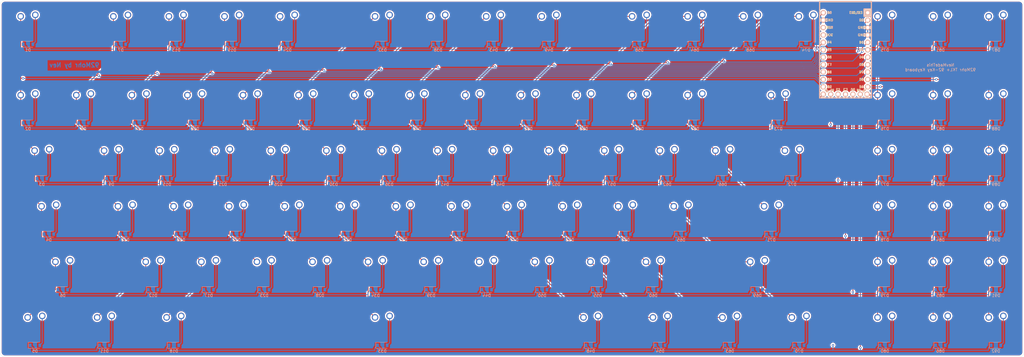
<source format=kicad_pcb>
(kicad_pcb (version 20171130) (host pcbnew "(5.1.8)-1")
  (layers (0 F.Cu signal hide) (31 B.Cu signal hide) (34 B.Paste user) (35 F.Paste user) (36 B.SilkS user) (37 F.SilkS user) (38 B.Mask user) (39 F.Mask user) (44 Edge.Cuts user))
  (net 0 "")
  (net 1 COL1)
  (net 2 "Net-(ALPS1-Pad2)")
  (net 3 "Net-(ALPS2-Pad2)")
  (net 4 "Net-(ALPS3-Pad2)")
  (net 5 "Net-(ALPS4-Pad2)")
  (net 6 "Net-(ALPS5-Pad2)")
  (net 7 "Net-(ALPS6-Pad2)")
  (net 8 COL2)
  (net 9 "Net-(ALPS7-Pad2)")
  (net 10 "Net-(ALPS8-Pad2)")
  (net 11 "Net-(ALPS9-Pad2)")
  (net 12 "Net-(ALPS10-Pad2)")
  (net 13 "Net-(ALPS11-Pad2)")
  (net 14 "Net-(ALPS12-Pad2)")
  (net 15 COL3)
  (net 16 "Net-(ALPS13-Pad2)")
  (net 17 "Net-(ALPS14-Pad2)")
  (net 18 "Net-(ALPS15-Pad2)")
  (net 19 "Net-(ALPS16-Pad2)")
  (net 20 "Net-(ALPS17-Pad2)")
  (net 21 "Net-(ALPS18-Pad2)")
  (net 22 COL4)
  (net 23 "Net-(ALPS19-Pad2)")
  (net 24 "Net-(ALPS20-Pad2)")
  (net 25 "Net-(ALPS21-Pad2)")
  (net 26 "Net-(ALPS22-Pad2)")
  (net 27 "Net-(ALPS23-Pad2)")
  (net 28 COL5)
  (net 29 "Net-(ALPS24-Pad2)")
  (net 30 "Net-(ALPS25-Pad2)")
  (net 31 "Net-(ALPS26-Pad2)")
  (net 32 "Net-(ALPS28-Pad2)")
  (net 33 COL6)
  (net 34 "Net-(ALPS29-Pad2)")
  (net 35 "Net-(ALPS30-Pad2)")
  (net 36 "Net-(ALPS31-Pad2)")
  (net 37 "Net-(ALPS32-Pad2)")
  (net 38 "Net-(ALPS33-Pad2)")
  (net 39 "Net-(ALPS34-Pad2)")
  (net 40 COL7)
  (net 41 "Net-(ALPS35-Pad2)")
  (net 42 "Net-(ALPS36-Pad2)")
  (net 43 "Net-(ALPS37-Pad2)")
  (net 44 "Net-(ALPS38-Pad2)")
  (net 45 "Net-(ALPS39-Pad2)")
  (net 46 COL8)
  (net 47 "Net-(ALPS40-Pad2)")
  (net 48 "Net-(ALPS41-Pad2)")
  (net 49 "Net-(ALPS42-Pad2)")
  (net 50 "Net-(ALPS43-Pad2)")
  (net 51 "Net-(ALPS44-Pad2)")
  (net 52 COL9)
  (net 53 "Net-(ALPS45-Pad2)")
  (net 54 "Net-(ALPS46-Pad2)")
  (net 55 "Net-(ALPS47-Pad2)")
  (net 56 "Net-(ALPS48-Pad2)")
  (net 57 "Net-(ALPS49-Pad2)")
  (net 58 "Net-(ALPS50-Pad2)")
  (net 59 COL10)
  (net 60 "Net-(ALPS51-Pad2)")
  (net 61 "Net-(ALPS52-Pad2)")
  (net 62 "Net-(ALPS53-Pad2)")
  (net 63 "Net-(ALPS54-Pad2)")
  (net 64 "Net-(ALPS55-Pad2)")
  (net 65 "Net-(ALPS56-Pad2)")
  (net 66 COL11)
  (net 67 "Net-(ALPS57-Pad2)")
  (net 68 "Net-(ALPS58-Pad2)")
  (net 69 "Net-(ALPS59-Pad2)")
  (net 70 "Net-(ALPS60-Pad2)")
  (net 71 "Net-(ALPS61-Pad2)")
  (net 72 COL12)
  (net 73 "Net-(ALPS62-Pad2)")
  (net 74 "Net-(ALPS63-Pad2)")
  (net 75 "Net-(ALPS64-Pad2)")
  (net 76 "Net-(ALPS65-Pad2)")
  (net 77 "Net-(ALPS66-Pad2)")
  (net 78 COL13)
  (net 79 "Net-(ALPS67-Pad2)")
  (net 80 "Net-(ALPS68-Pad2)")
  (net 81 "Net-(ALPS69-Pad2)")
  (net 82 "Net-(ALPS70-Pad2)")
  (net 83 COL14)
  (net 84 "Net-(ALPS71-Pad2)")
  (net 85 "Net-(ALPS72-Pad2)")
  (net 86 "Net-(ALPS73-Pad2)")
  (net 87 COL15)
  (net 88 "Net-(ALPS74-Pad2)")
  (net 89 "Net-(ALPS75-Pad2)")
  (net 90 "Net-(ALPS76-Pad2)")
  (net 91 "Net-(ALPS77-Pad2)")
  (net 92 "Net-(ALPS78-Pad2)")
  (net 93 "Net-(ALPS79-Pad2)")
  (net 94 COL16)
  (net 95 "Net-(ALPS80-Pad2)")
  (net 96 "Net-(ALPS81-Pad2)")
  (net 97 "Net-(ALPS82-Pad2)")
  (net 98 "Net-(ALPS83-Pad2)")
  (net 99 "Net-(ALPS84-Pad2)")
  (net 100 "Net-(ALPS85-Pad2)")
  (net 101 "Net-(ALPS86-Pad2)")
  (net 102 "Net-(ALPS87-Pad2)")
  (net 103 "Net-(ALPS88-Pad2)")
  (net 104 "Net-(ALPS89-Pad2)")
  (net 105 "Net-(ALPS90-Pad2)")
  (net 106 "Net-(ALPS91-Pad2)")
  (net 107 "Net-(ALPS92-Pad2)")
  (net 108 ROW0)
  (net 109 ROW1)
  (net 110 ROW2)
  (net 111 ROW3)
  (net 112 ROW5)
  (net 113 ROW4)
  (net 114 VCC)
  (net 115 "Net-(U1-Pad1)")
  (net 116 GND)
  (net 117 COL0)
  (net 118 "Net-(ALPS27-Pad2)")
  (net 119 "Net-(U1-Pad22)")
  (module Keebio-Parts:Elite-C-castellated-29pin-holes-nopads (layer B.Cu) (at 332.58125 40.48125 270)
    (fp_text reference U1 hide)
    (fp_text value Elite-C hide)
    (fp_text user D2 (at -11.43 -5.461) (layer F.SilkS) (effects (font (size 0.8 0.8))))
    (fp_text user D0 (at -1.27 -5.461) (layer F.SilkS) (effects (font (size 0.8 0.8))))
    (fp_text user D1 (at -3.81 -5.461) (layer F.SilkS) (effects (font (size 0.8 0.8))))
    (fp_text user GND (at -6.35 -5.461) (layer F.SilkS) (effects (font (size 0.8 0.8))))
    (fp_text user GND (at -8.89 -5.461) (layer F.SilkS) (effects (font (size 0.8 0.8))))
    (fp_text user D4 (at 1.27 -5.461) (layer F.SilkS) (effects (font (size 0.8 0.8))))
    (fp_text user C6 (at 3.81 -5.461) (layer F.SilkS) (effects (font (size 0.8 0.8))))
    (fp_text user D7 (at 6.35 -5.461) (layer F.SilkS) (effects (font (size 0.8 0.8))))
    (fp_text user E6 (at 8.89 -5.461) (layer F.SilkS) (effects (font (size 0.8 0.8))))
    (fp_text user B4 (at 11.43 -5.461) (layer F.SilkS) (effects (font (size 0.8 0.8))))
    (fp_text user B5 (at 12.7 -6.4 45) (layer F.SilkS) (effects (font (size 0.7 0.7))))
    (fp_text user B2 (at 11.43 5.461) (layer B.SilkS) (effects (font (size 0.8 0.8)) (justify mirror)))
    (fp_text user B3 (at 8.89 5.461) (layer F.SilkS) (effects (font (size 0.8 0.8))))
    (fp_text user B1 (at 6.35 5.461) (layer F.SilkS) (effects (font (size 0.8 0.8))))
    (fp_text user F7 (at 3.81 5.461) (layer B.SilkS) (effects (font (size 0.8 0.8)) (justify mirror)))
    (fp_text user F6 (at 1.27 5.461) (layer B.SilkS) (effects (font (size 0.8 0.8)) (justify mirror)))
    (fp_text user F5 (at -1.27 5.461) (layer B.SilkS) (effects (font (size 0.8 0.8)) (justify mirror)))
    (fp_text user F4 (at -3.81 5.461) (layer F.SilkS) (effects (font (size 0.8 0.8))))
    (fp_text user VCC (at -6.35 5.461) (layer F.SilkS) (effects (font (size 0.8 0.8))))
    (fp_text user GND (at -11.43 5.461) (layer F.SilkS) (effects (font (size 0.8 0.8))))
    (fp_text user B0 (at -13.97 5.461) (layer F.SilkS) (effects (font (size 0.8 0.8))))
    (fp_text user B0 (at -13.97 5.461) (layer B.SilkS) (effects (font (size 0.8 0.8)) (justify mirror)))
    (fp_text user GND (at -11.43 5.461) (layer B.SilkS) (effects (font (size 0.8 0.8)) (justify mirror)))
    (fp_text user ST (at -8.92 5.73312) (layer B.SilkS) (effects (font (size 0.8 0.8)) (justify mirror)))
    (fp_text user VCC (at -6.35 5.461) (layer B.SilkS) (effects (font (size 0.8 0.8)) (justify mirror)))
    (fp_text user F4 (at -3.81 5.461) (layer B.SilkS) (effects (font (size 0.8 0.8)) (justify mirror)))
    (fp_text user F5 (at -1.27 5.461) (layer F.SilkS) (effects (font (size 0.8 0.8))))
    (fp_text user F6 (at 1.27 5.461) (layer F.SilkS) (effects (font (size 0.8 0.8))))
    (fp_text user F7 (at 3.81 5.461) (layer F.SilkS) (effects (font (size 0.8 0.8))))
    (fp_text user B1 (at 6.35 5.461) (layer B.SilkS) (effects (font (size 0.8 0.8)) (justify mirror)))
    (fp_text user B3 (at 8.89 5.461) (layer B.SilkS) (effects (font (size 0.8 0.8)) (justify mirror)))
    (fp_text user B2 (at 11.43 5.461) (layer F.SilkS) (effects (font (size 0.8 0.8))))
    (fp_text user B5 (at 12.7 -6.4 45) (layer B.SilkS) (effects (font (size 0.7 0.7)) (justify mirror)))
    (fp_text user B4 (at 11.43 -5.461) (layer B.SilkS) (effects (font (size 0.8 0.8)) (justify mirror)))
    (fp_text user E6 (at 8.89 -5.461) (layer B.SilkS) (effects (font (size 0.8 0.8)) (justify mirror)))
    (fp_text user D7 (at 6.35 -5.461) (layer B.SilkS) (effects (font (size 0.8 0.8)) (justify mirror)))
    (fp_text user C6 (at 3.81 -5.461) (layer B.SilkS) (effects (font (size 0.8 0.8)) (justify mirror)))
    (fp_text user D4 (at 1.27 -5.461) (layer B.SilkS) (effects (font (size 0.8 0.8)) (justify mirror)))
    (fp_text user GND (at -8.89 -5.461) (layer B.SilkS) (effects (font (size 0.8 0.8)) (justify mirror)))
    (fp_text user GND (at -6.35 -5.461) (layer B.SilkS) (effects (font (size 0.8 0.8)) (justify mirror)))
    (fp_text user D1 (at -3.81 -5.461) (layer B.SilkS) (effects (font (size 0.8 0.8)) (justify mirror)))
    (fp_text user D0 (at -1.27 -5.461) (layer B.SilkS) (effects (font (size 0.8 0.8)) (justify mirror)))
    (fp_text user D2 (at -11.43 -5.461) (layer B.SilkS) (effects (font (size 0.8 0.8)) (justify mirror)))
    (fp_text user TX0/D3 (at -13.97 -3.571872) (layer F.SilkS) (effects (font (size 0.8 0.8))))
    (fp_text user TX0/D3 (at -13.97 -3.571872) (layer B.SilkS) (effects (font (size 0.8 0.8)) (justify mirror)))
    (fp_text user ST (at -8.91 5.04) (layer F.SilkS) (effects (font (size 0.8 0.8))))
    (fp_text user B7 (at 12.6 -4.5) (layer B.SilkS) (effects (font (size 0.7 0.7)) (justify mirror)))
    (fp_text user B7 (at 12.6 -4.5) (layer F.SilkS) (effects (font (size 0.7 0.7))))
    (fp_text user F0 (at 12.6 4.5) (layer F.SilkS) (effects (font (size 0.7 0.7))))
    (fp_text user F0 (at 12.6 4.5) (layer B.SilkS) (effects (font (size 0.7 0.7)) (justify mirror)))
    (fp_text user B6 (at 12.7 6.4 135 unlocked) (layer B.SilkS) (effects (font (size 0.7 0.7)) (justify mirror)))
    (fp_text user B6 (at 12.7 6.4 135 unlocked) (layer F.SilkS) (effects (font (size 0.7 0.7))))
    (fp_text user C7 (at 12.4 0) (layer B.SilkS) (effects (font (size 0.8 0.8)) (justify mirror)))
    (fp_text user C7 (at 12.4 0) (layer F.SilkS) (effects (font (size 0.8 0.8))))
    (fp_text user F1 (at 12.4 2.54) (layer F.SilkS) (effects (font (size 0.8 0.8))))
    (fp_text user F1 (at 12.4 2.54) (layer B.SilkS) (effects (font (size 0.8 0.8)) (justify mirror)))
    (fp_text user D5 (at 12.4 -2.54) (layer B.SilkS) (effects (font (size 0.8 0.8)) (justify mirror)))
    (fp_text user D5 (at 12.4 -2.54) (layer F.SilkS) (effects (font (size 0.8 0.8))))
    (pad 25 thru_hole circle (at 13.97 -5.08 270) (size 1.7526 1.7526) (drill 1.0922) (layers *.Cu *.SilkS *.Mask) (net 112 ROW5))
    (pad 26 thru_hole circle (at 13.97 -2.54 270) (size 1.7526 1.7526) (drill 1.0922) (layers *.Cu *.SilkS *.Mask) (net 113 ROW4))
    (pad 27 thru_hole circle (at 13.97 0 270) (size 1.7526 1.7526) (drill 1.0922) (layers *.Cu *.SilkS *.Mask) (net 111 ROW3))
    (pad 28 thru_hole circle (at 13.97 2.54 270) (size 1.7526 1.7526) (drill 1.0922) (layers *.Cu *.SilkS *.Mask) (net 110 ROW2))
    (pad 29 thru_hole circle (at 13.97 5.08 270) (size 1.7526 1.7526) (drill 1.0922) (layers *.Cu *.SilkS *.Mask) (net 109 ROW1))
    (pad 24 thru_hole circle (at -13.97 7.62 270) (size 1.7526 1.7526) (drill 1.0922) (layers *.Cu *.SilkS *.Mask) (net 72 COL12))
    (pad 12 thru_hole circle (at 13.97 -7.3914 270) (size 1.7526 1.7526) (drill 1.0922) (layers *.Cu *.SilkS *.Mask) (net 83 COL14))
    (pad 23 thru_hole circle (at -11.43 7.62 270) (size 1.7526 1.7526) (drill 1.0922) (layers *.Cu *.SilkS *.Mask) (net 116 GND))
    (pad 22 thru_hole circle (at -8.89 7.62 270) (size 1.7526 1.7526) (drill 1.0922) (layers *.Cu *.SilkS *.Mask) (net 119 "Net-(U1-Pad22)"))
    (pad 21 thru_hole circle (at -6.35 7.62 270) (size 1.7526 1.7526) (drill 1.0922) (layers *.Cu *.SilkS *.Mask) (net 114 VCC))
    (pad 20 thru_hole circle (at -3.81 7.62 270) (size 1.7526 1.7526) (drill 1.0922) (layers *.Cu *.SilkS *.Mask) (net 66 COL11))
    (pad 19 thru_hole circle (at -1.27 7.62 270) (size 1.7526 1.7526) (drill 1.0922) (layers *.Cu *.SilkS *.Mask) (net 59 COL10))
    (pad 18 thru_hole circle (at 1.27 7.62 270) (size 1.7526 1.7526) (drill 1.0922) (layers *.Cu *.SilkS *.Mask) (net 46 COL8))
    (pad 17 thru_hole circle (at 3.81 7.62 270) (size 1.7526 1.7526) (drill 1.0922) (layers *.Cu *.SilkS *.Mask) (net 33 COL6))
    (pad 16 thru_hole circle (at 6.35 7.62 270) (size 1.7526 1.7526) (drill 1.0922) (layers *.Cu *.SilkS *.Mask) (net 22 COL4))
    (pad 15 thru_hole circle (at 8.89 7.62 270) (size 1.7526 1.7526) (drill 1.0922) (layers *.Cu *.SilkS *.Mask) (net 8 COL2))
    (pad 14 thru_hole circle (at 11.43 7.62 270) (size 1.7526 1.7526) (drill 1.0922) (layers *.Cu *.SilkS *.Mask) (net 117 COL0))
    (pad 13 thru_hole circle (at 13.97 7.62 270) (size 1.7526 1.7526) (drill 1.0922) (layers *.Cu *.SilkS *.Mask) (net 78 COL13))
    (pad 11 thru_hole circle (at 11.43 -7.62 270) (size 1.7526 1.7526) (drill 1.0922) (layers *.Cu *.SilkS *.Mask) (net 87 COL15))
    (pad 10 thru_hole circle (at 8.89 -7.62 270) (size 1.7526 1.7526) (drill 1.0922) (layers *.Cu *.SilkS *.Mask) (net 94 COL16))
    (pad 9 thru_hole circle (at 6.35 -7.62 270) (size 1.7526 1.7526) (drill 1.0922) (layers *.Cu *.SilkS *.Mask) (net 1 COL1))
    (pad 8 thru_hole circle (at 3.81 -7.62 270) (size 1.7526 1.7526) (drill 1.0922) (layers *.Cu *.SilkS *.Mask) (net 15 COL3))
    (pad 7 thru_hole circle (at 1.27 -7.62 270) (size 1.7526 1.7526) (drill 1.0922) (layers *.Cu *.SilkS *.Mask) (net 28 COL5))
    (pad 6 thru_hole circle (at -1.27 -7.62 270) (size 1.7526 1.7526) (drill 1.0922) (layers *.Cu *.SilkS *.Mask) (net 108 ROW0))
    (pad 5 thru_hole circle (at -3.81 -7.62 270) (size 1.7526 1.7526) (drill 1.0922) (layers *.Cu *.SilkS *.Mask) (net 40 COL7))
    (pad 4 thru_hole circle (at -6.35 -7.62 270) (size 1.7526 1.7526) (drill 1.0922) (layers *.Cu *.SilkS *.Mask) (net 116 GND))
    (pad 3 thru_hole circle (at -8.89 -7.62 270) (size 1.7526 1.7526) (drill 1.0922) (layers *.Cu *.SilkS *.Mask) (net 116 GND))
    (pad 2 thru_hole circle (at -11.43 -7.62 270) (size 1.7526 1.7526) (drill 1.0922) (layers *.Cu *.SilkS *.Mask) (net 52 COL9))
    (pad 1 thru_hole rect (at -13.97 -7.62 270) (size 1.7526 1.7526) (drill 1.0922) (layers *.Cu *.SilkS *.Mask) (net 115 "Net-(U1-Pad1)"))
  )
  (module Alps_Only:ALPS-1U (layer F.Cu) (at 346.075 31.75)
    (fp_text reference ALPS75)
    (fp_text value ALPS-NoLED)
    (pad 1 thru_hole circle (at -2.5 -4) (size 2.25 2.25) (drill 1.47) (layers *.Cu B.Mask) (net 83 COL14))
    (pad 2 thru_hole circle (at 2.5 -4.5) (size 2.25 2.25) (drill 1.47) (layers *.Cu B.Mask) (net 89 "Net-(ALPS75-Pad2)"))
  )
  (module Alps_Only:ALPS-1U (layer F.Cu) (at 52.3875 31.75)
    (fp_text reference ALPS1)
    (fp_text value ALPS-NoLED)
    (pad 1 thru_hole circle (at -2.5 -4) (size 2.25 2.25) (drill 1.47) (layers *.Cu B.Mask) (net 117 COL0))
    (pad 2 thru_hole circle (at 2.5 -4.5) (size 2.25 2.25) (drill 1.47) (layers *.Cu B.Mask) (net 2 "Net-(ALPS1-Pad2)"))
  )
  (module Alps_Only:ALPS-2.25U (layer F.Cu) (at 307.18125 96.8375)
    (fp_text reference ALPS71)
    (fp_text value ALPS-NoLED)
    (pad 1 thru_hole circle (at -2.5 -4) (size 2.25 2.25) (drill 1.47) (layers *.Cu B.Mask) (net 72 COL12))
    (pad 2 thru_hole circle (at 2.5 -4.5) (size 2.25 2.25) (drill 1.47) (layers *.Cu B.Mask) (net 84 "Net-(ALPS71-Pad2)"))
  )
  (module Diode_SMD:D_SOD-123 (layer B.Cu) (at 290.5125 83.34375)
    (fp_text reference D66 (at 0 2) (layer B.SilkS) (effects (justify mirror)))
    (fp_text value D_Small)
    (pad 2 smd rect (at 1.65 0) (size 0.9 1.2) (layers B.Cu B.Paste B.Mask) (net 77 "Net-(ALPS66-Pad2)"))
    (pad 1 smd rect (at -1.65 0) (size 0.9 1.2) (layers B.Cu B.Paste B.Mask) (net 110 ROW2))
  )
  (module Diode_SMD:D_SOD-123 (layer B.Cu) (at 384.1325 140.49375)
    (fp_text reference D92 (at 0 2) (layer B.SilkS) (effects (justify mirror)))
    (fp_text value D_Small)
    (pad 2 smd rect (at 1.65 0) (size 0.9 1.2) (layers B.Cu B.Paste B.Mask) (net 107 "Net-(ALPS92-Pad2)"))
    (pad 1 smd rect (at -1.65 0) (size 0.9 1.2) (layers B.Cu B.Paste B.Mask) (net 112 ROW5))
  )
  (module Diode_SMD:D_SOD-123 (layer B.Cu) (at 384.175 121.44375)
    (fp_text reference D91 (at 0 2) (layer B.SilkS) (effects (justify mirror)))
    (fp_text value D_Small)
    (pad 2 smd rect (at 1.65 0) (size 0.9 1.2) (layers B.Cu B.Paste B.Mask) (net 106 "Net-(ALPS91-Pad2)"))
    (pad 1 smd rect (at -1.65 0) (size 0.9 1.2) (layers B.Cu B.Paste B.Mask) (net 113 ROW4))
  )
  (module Diode_SMD:D_SOD-123 (layer B.Cu) (at 384.175 102.39375)
    (fp_text reference D90 (at 0 2) (layer B.SilkS) (effects (justify mirror)))
    (fp_text value D_Small)
    (pad 2 smd rect (at 1.65 0) (size 0.9 1.2) (layers B.Cu B.Paste B.Mask) (net 105 "Net-(ALPS90-Pad2)"))
    (pad 1 smd rect (at -1.65 0) (size 0.9 1.2) (layers B.Cu B.Paste B.Mask) (net 111 ROW3))
  )
  (module Diode_SMD:D_SOD-123 (layer B.Cu) (at 384.175 83.34375)
    (fp_text reference D89 (at 0 2) (layer B.SilkS) (effects (justify mirror)))
    (fp_text value D_Small)
    (pad 2 smd rect (at 1.65 0) (size 0.9 1.2) (layers B.Cu B.Paste B.Mask) (net 104 "Net-(ALPS89-Pad2)"))
    (pad 1 smd rect (at -1.65 0) (size 0.9 1.2) (layers B.Cu B.Paste B.Mask) (net 110 ROW2))
  )
  (module Diode_SMD:D_SOD-123 (layer B.Cu) (at 384.175 64.29375)
    (fp_text reference D88 (at 0 2) (layer B.SilkS) (effects (justify mirror)))
    (fp_text value D_Small)
    (pad 2 smd rect (at 1.65 0) (size 0.9 1.2) (layers B.Cu B.Paste B.Mask) (net 103 "Net-(ALPS88-Pad2)"))
    (pad 1 smd rect (at -1.65 0) (size 0.9 1.2) (layers B.Cu B.Paste B.Mask) (net 109 ROW1))
  )
  (module Diode_SMD:D_SOD-123 (layer B.Cu) (at 384.175 37.30625)
    (fp_text reference D87 (at 0 2) (layer B.SilkS) (effects (justify mirror)))
    (fp_text value D_Small)
    (pad 2 smd rect (at 1.65 0) (size 0.9 1.2) (layers B.Cu B.Paste B.Mask) (net 102 "Net-(ALPS87-Pad2)"))
    (pad 1 smd rect (at -1.65 0) (size 0.9 1.2) (layers B.Cu B.Paste B.Mask) (net 108 ROW0))
  )
  (module Diode_SMD:D_SOD-123 (layer B.Cu) (at 365.125 140.49375)
    (fp_text reference D86 (at 0 2) (layer B.SilkS) (effects (justify mirror)))
    (fp_text value D_Small)
    (pad 2 smd rect (at 1.65 0) (size 0.9 1.2) (layers B.Cu B.Paste B.Mask) (net 101 "Net-(ALPS86-Pad2)"))
    (pad 1 smd rect (at -1.65 0) (size 0.9 1.2) (layers B.Cu B.Paste B.Mask) (net 112 ROW5))
  )
  (module Diode_SMD:D_SOD-123 (layer B.Cu) (at 365.125 121.44375)
    (fp_text reference D85 (at 0 2) (layer B.SilkS) (effects (justify mirror)))
    (fp_text value D_Small)
    (pad 2 smd rect (at 1.65 0) (size 0.9 1.2) (layers B.Cu B.Paste B.Mask) (net 100 "Net-(ALPS85-Pad2)"))
    (pad 1 smd rect (at -1.65 0) (size 0.9 1.2) (layers B.Cu B.Paste B.Mask) (net 113 ROW4))
  )
  (module Diode_SMD:D_SOD-123 (layer B.Cu) (at 365.125 102.39375)
    (fp_text reference D84 (at 0 2) (layer B.SilkS) (effects (justify mirror)))
    (fp_text value D_Small)
    (pad 2 smd rect (at 1.65 0) (size 0.9 1.2) (layers B.Cu B.Paste B.Mask) (net 99 "Net-(ALPS84-Pad2)"))
    (pad 1 smd rect (at -1.65 0) (size 0.9 1.2) (layers B.Cu B.Paste B.Mask) (net 111 ROW3))
  )
  (module Diode_SMD:D_SOD-123 (layer B.Cu) (at 365.125 83.34375)
    (fp_text reference D83 (at 0 2) (layer B.SilkS) (effects (justify mirror)))
    (fp_text value D_Small)
    (pad 2 smd rect (at 1.65 0) (size 0.9 1.2) (layers B.Cu B.Paste B.Mask) (net 98 "Net-(ALPS83-Pad2)"))
    (pad 1 smd rect (at -1.65 0) (size 0.9 1.2) (layers B.Cu B.Paste B.Mask) (net 110 ROW2))
  )
  (module Diode_SMD:D_SOD-123 (layer B.Cu) (at 365.125 64.29375)
    (fp_text reference D82 (at 0 2) (layer B.SilkS) (effects (justify mirror)))
    (fp_text value D_Small)
    (pad 2 smd rect (at 1.65 0) (size 0.9 1.2) (layers B.Cu B.Paste B.Mask) (net 97 "Net-(ALPS82-Pad2)"))
    (pad 1 smd rect (at -1.65 0) (size 0.9 1.2) (layers B.Cu B.Paste B.Mask) (net 109 ROW1))
  )
  (module Diode_SMD:D_SOD-123 (layer B.Cu) (at 365.125 37.30625)
    (fp_text reference D81 (at 0 2) (layer B.SilkS) (effects (justify mirror)))
    (fp_text value D_Small)
    (pad 2 smd rect (at 1.65 0) (size 0.9 1.2) (layers B.Cu B.Paste B.Mask) (net 96 "Net-(ALPS81-Pad2)"))
    (pad 1 smd rect (at -1.65 0) (size 0.9 1.2) (layers B.Cu B.Paste B.Mask) (net 108 ROW0))
  )
  (module Diode_SMD:D_SOD-123 (layer B.Cu) (at 346.075 140.49375)
    (fp_text reference D80 (at 0 2) (layer B.SilkS) (effects (justify mirror)))
    (fp_text value D_Small)
    (pad 2 smd rect (at 1.65 0) (size 0.9 1.2) (layers B.Cu B.Paste B.Mask) (net 95 "Net-(ALPS80-Pad2)"))
    (pad 1 smd rect (at -1.65 0) (size 0.9 1.2) (layers B.Cu B.Paste B.Mask) (net 112 ROW5))
  )
  (module Diode_SMD:D_SOD-123 (layer B.Cu) (at 346.075 121.44375)
    (fp_text reference D79 (at 0 2) (layer B.SilkS) (effects (justify mirror)))
    (fp_text value D_Small)
    (pad 2 smd rect (at 1.65 0) (size 0.9 1.2) (layers B.Cu B.Paste B.Mask) (net 93 "Net-(ALPS79-Pad2)"))
    (pad 1 smd rect (at -1.65 0) (size 0.9 1.2) (layers B.Cu B.Paste B.Mask) (net 113 ROW4))
  )
  (module Diode_SMD:D_SOD-123 (layer B.Cu) (at 346.075 102.39375)
    (fp_text reference D78 (at 0 2) (layer B.SilkS) (effects (justify mirror)))
    (fp_text value D_Small)
    (pad 2 smd rect (at 1.65 0) (size 0.9 1.2) (layers B.Cu B.Paste B.Mask) (net 92 "Net-(ALPS78-Pad2)"))
    (pad 1 smd rect (at -1.65 0) (size 0.9 1.2) (layers B.Cu B.Paste B.Mask) (net 111 ROW3))
  )
  (module Diode_SMD:D_SOD-123 (layer B.Cu) (at 346.075 83.34375)
    (fp_text reference D77 (at 0 2) (layer B.SilkS) (effects (justify mirror)))
    (fp_text value D_Small)
    (pad 2 smd rect (at 1.65 0) (size 0.9 1.2) (layers B.Cu B.Paste B.Mask) (net 91 "Net-(ALPS77-Pad2)"))
    (pad 1 smd rect (at -1.65 0) (size 0.9 1.2) (layers B.Cu B.Paste B.Mask) (net 110 ROW2))
  )
  (module Diode_SMD:D_SOD-123 (layer B.Cu) (at 346.075 64.29375)
    (fp_text reference D76 (at 0 2) (layer B.SilkS) (effects (justify mirror)))
    (fp_text value D_Small)
    (pad 2 smd rect (at 1.65 0) (size 0.9 1.2) (layers B.Cu B.Paste B.Mask) (net 90 "Net-(ALPS76-Pad2)"))
    (pad 1 smd rect (at -1.65 0) (size 0.9 1.2) (layers B.Cu B.Paste B.Mask) (net 109 ROW1))
  )
  (module Diode_SMD:D_SOD-123 (layer B.Cu) (at 346.075 37.30625)
    (fp_text reference D75 (at 0 2) (layer B.SilkS) (effects (justify mirror)))
    (fp_text value D_Small)
    (pad 2 smd rect (at 1.65 0) (size 0.9 1.2) (layers B.Cu B.Paste B.Mask) (net 89 "Net-(ALPS75-Pad2)"))
    (pad 1 smd rect (at -1.65 0) (size 0.9 1.2) (layers B.Cu B.Paste B.Mask) (net 108 ROW0))
  )
  (module Diode_SMD:D_SOD-123 (layer B.Cu) (at 309.5625 64.29375)
    (fp_text reference D73 (at 0 2) (layer B.SilkS) (effects (justify mirror)))
    (fp_text value D_Small)
    (pad 2 smd rect (at 1.65 0) (size 0.9 1.2) (layers B.Cu B.Paste B.Mask) (net 86 "Net-(ALPS73-Pad2)"))
    (pad 1 smd rect (at -1.65 0) (size 0.9 1.2) (layers B.Cu B.Paste B.Mask) (net 109 ROW1))
  )
  (module Diode_SMD:D_SOD-123 (layer B.Cu) (at 319.0875 37.30625)
    (fp_text reference D74 (at 0 2) (layer B.SilkS) (effects (justify mirror)))
    (fp_text value D_Small)
    (pad 2 smd rect (at 1.65 0) (size 0.9 1.2) (layers B.Cu B.Paste B.Mask) (net 88 "Net-(ALPS74-Pad2)"))
    (pad 1 smd rect (at -1.65 0) (size 0.9 1.2) (layers B.Cu B.Paste B.Mask) (net 108 ROW0))
  )
  (module Diode_SMD:D_SOD-123 (layer B.Cu) (at 314.325 83.34375)
    (fp_text reference D72 (at 0 2) (layer B.SilkS) (effects (justify mirror)))
    (fp_text value D_Small)
    (pad 2 smd rect (at 1.65 0) (size 0.9 1.2) (layers B.Cu B.Paste B.Mask) (net 85 "Net-(ALPS72-Pad2)"))
    (pad 1 smd rect (at -1.65 0) (size 0.9 1.2) (layers B.Cu B.Paste B.Mask) (net 110 ROW2))
  )
  (module Diode_SMD:D_SOD-123 (layer B.Cu) (at 307.18125 102.39375)
    (fp_text reference D71 (at 0 2) (layer B.SilkS) (effects (justify mirror)))
    (fp_text value D_Small)
    (pad 2 smd rect (at 1.65 0) (size 0.9 1.2) (layers B.Cu B.Paste B.Mask) (net 84 "Net-(ALPS71-Pad2)"))
    (pad 1 smd rect (at -1.65 0) (size 0.9 1.2) (layers B.Cu B.Paste B.Mask) (net 111 ROW3))
  )
  (module Diode_SMD:D_SOD-123 (layer B.Cu) (at 316.70625 140.49375)
    (fp_text reference D70 (at 0 2) (layer B.SilkS) (effects (justify mirror)))
    (fp_text value D_Small)
    (pad 2 smd rect (at 1.65 0) (size 0.9 1.2) (layers B.Cu B.Paste B.Mask) (net 82 "Net-(ALPS70-Pad2)"))
    (pad 1 smd rect (at -1.65 0) (size 0.9 1.2) (layers B.Cu B.Paste B.Mask) (net 112 ROW5))
  )
  (module Diode_SMD:D_SOD-123 (layer B.Cu) (at 302.41875 121.44375)
    (fp_text reference D69 (at 0 2) (layer B.SilkS) (effects (justify mirror)))
    (fp_text value D_Small)
    (pad 2 smd rect (at 1.65 0) (size 0.9 1.2) (layers B.Cu B.Paste B.Mask) (net 81 "Net-(ALPS69-Pad2)"))
    (pad 1 smd rect (at -1.65 0) (size 0.9 1.2) (layers B.Cu B.Paste B.Mask) (net 113 ROW4))
  )
  (module Diode_SMD:D_SOD-123 (layer B.Cu) (at 280.9875 64.29375)
    (fp_text reference D67 (at 0 2) (layer B.SilkS) (effects (justify mirror)))
    (fp_text value D_Small)
    (pad 2 smd rect (at 1.65 0) (size 0.9 1.2) (layers B.Cu B.Paste B.Mask) (net 79 "Net-(ALPS67-Pad2)"))
    (pad 1 smd rect (at -1.65 0) (size 0.9 1.2) (layers B.Cu B.Paste B.Mask) (net 109 ROW1))
  )
  (module Diode_SMD:D_SOD-123 (layer B.Cu) (at 300.0375 37.30625)
    (fp_text reference D68 (at 0 2) (layer B.SilkS) (effects (justify mirror)))
    (fp_text value D_Small)
    (pad 2 smd rect (at 1.65 0) (size 0.9 1.2) (layers B.Cu B.Paste B.Mask) (net 80 "Net-(ALPS68-Pad2)"))
    (pad 1 smd rect (at -1.65 0) (size 0.9 1.2) (layers B.Cu B.Paste B.Mask) (net 108 ROW0))
  )
  (module Diode_SMD:D_SOD-123 (layer B.Cu) (at 276.225 102.39375)
    (fp_text reference D65 (at 0 2) (layer B.SilkS) (effects (justify mirror)))
    (fp_text value D_Small)
    (pad 2 smd rect (at 1.65 0) (size 0.9 1.2) (layers B.Cu B.Paste B.Mask) (net 76 "Net-(ALPS65-Pad2)"))
    (pad 1 smd rect (at -1.65 0) (size 0.9 1.2) (layers B.Cu B.Paste B.Mask) (net 111 ROW3))
  )
  (module Diode_SMD:D_SOD-123 (layer B.Cu) (at 271.4625 83.34375)
    (fp_text reference D62 (at 0 2) (layer B.SilkS) (effects (justify mirror)))
    (fp_text value D_Small)
    (pad 2 smd rect (at 1.65 0) (size 0.9 1.2) (layers B.Cu B.Paste B.Mask) (net 73 "Net-(ALPS62-Pad2)"))
    (pad 1 smd rect (at -1.65 0) (size 0.9 1.2) (layers B.Cu B.Paste B.Mask) (net 110 ROW2))
  )
  (module Diode_SMD:D_SOD-123 (layer B.Cu) (at 292.95625 140.49375)
    (fp_text reference D63 (at 0 2) (layer B.SilkS) (effects (justify mirror)))
    (fp_text value D_Small)
    (pad 2 smd rect (at 1.65 0) (size 0.9 1.2) (layers B.Cu B.Paste B.Mask) (net 74 "Net-(ALPS63-Pad2)"))
    (pad 1 smd rect (at -1.65 0) (size 0.9 1.2) (layers B.Cu B.Paste B.Mask) (net 112 ROW5))
  )
  (module Diode_SMD:D_SOD-123 (layer B.Cu) (at 262 64.29375)
    (fp_text reference D61 (at 0 2) (layer B.SilkS) (effects (justify mirror)))
    (fp_text value D_Small)
    (pad 2 smd rect (at 1.65 0) (size 0.9 1.2) (layers B.Cu B.Paste B.Mask) (net 71 "Net-(ALPS61-Pad2)"))
    (pad 1 smd rect (at -1.65 0) (size 0.9 1.2) (layers B.Cu B.Paste B.Mask) (net 109 ROW1))
  )
  (module Diode_SMD:D_SOD-123 (layer B.Cu) (at 280.9875 37.30625)
    (fp_text reference D64 (at 0 2) (layer B.SilkS) (effects (justify mirror)))
    (fp_text value D_Small)
    (pad 2 smd rect (at 1.65 0) (size 0.9 1.2) (layers B.Cu B.Paste B.Mask) (net 75 "Net-(ALPS64-Pad2)"))
    (pad 1 smd rect (at -1.65 0) (size 0.9 1.2) (layers B.Cu B.Paste B.Mask) (net 108 ROW0))
  )
  (module Diode_SMD:D_SOD-123 (layer B.Cu) (at 266.7 121.44375)
    (fp_text reference D60 (at 0 2) (layer B.SilkS) (effects (justify mirror)))
    (fp_text value D_Small)
    (pad 2 smd rect (at 1.65 0) (size 0.9 1.2) (layers B.Cu B.Paste B.Mask) (net 70 "Net-(ALPS60-Pad2)"))
    (pad 1 smd rect (at -1.65 0) (size 0.9 1.2) (layers B.Cu B.Paste B.Mask) (net 113 ROW4))
  )
  (module Diode_SMD:D_SOD-123 (layer B.Cu) (at 257.175 102.39375)
    (fp_text reference D59 (at 0 2) (layer B.SilkS) (effects (justify mirror)))
    (fp_text value D_Small)
    (pad 2 smd rect (at 1.65 0) (size 0.9 1.2) (layers B.Cu B.Paste B.Mask) (net 69 "Net-(ALPS59-Pad2)"))
    (pad 1 smd rect (at -1.65 0) (size 0.9 1.2) (layers B.Cu B.Paste B.Mask) (net 111 ROW3))
  )
  (module Diode_SMD:D_SOD-123 (layer B.Cu) (at 252.4125 83.34375)
    (fp_text reference D57 (at 0 2) (layer B.SilkS) (effects (justify mirror)))
    (fp_text value D_Small)
    (pad 2 smd rect (at 1.65 0) (size 0.9 1.2) (layers B.Cu B.Paste B.Mask) (net 67 "Net-(ALPS57-Pad2)"))
    (pad 1 smd rect (at -1.65 0) (size 0.9 1.2) (layers B.Cu B.Paste B.Mask) (net 110 ROW2))
  )
  (module Diode_SMD:D_SOD-123 (layer B.Cu) (at 242.8875 64.29375)
    (fp_text reference D56 (at 0 2) (layer B.SilkS) (effects (justify mirror)))
    (fp_text value D_Small)
    (pad 2 smd rect (at 1.65 0) (size 0.9 1.2) (layers B.Cu B.Paste B.Mask) (net 65 "Net-(ALPS56-Pad2)"))
    (pad 1 smd rect (at -1.65 0) (size 0.9 1.2) (layers B.Cu B.Paste B.Mask) (net 109 ROW1))
  )
  (module Diode_SMD:D_SOD-123 (layer B.Cu) (at 261.9375 37.30625)
    (fp_text reference D58 (at 0 2) (layer B.SilkS) (effects (justify mirror)))
    (fp_text value D_Small)
    (pad 2 smd rect (at 1.65 0) (size 0.9 1.2) (layers B.Cu B.Paste B.Mask) (net 68 "Net-(ALPS58-Pad2)"))
    (pad 1 smd rect (at -1.65 0) (size 0.9 1.2) (layers B.Cu B.Paste B.Mask) (net 108 ROW0))
  )
  (module Diode_SMD:D_SOD-123 (layer B.Cu) (at 247.65 121.44375)
    (fp_text reference D55 (at 0 2) (layer B.SilkS) (effects (justify mirror)))
    (fp_text value D_Small)
    (pad 2 smd rect (at 1.65 0) (size 0.9 1.2) (layers B.Cu B.Paste B.Mask) (net 64 "Net-(ALPS55-Pad2)"))
    (pad 1 smd rect (at -1.65 0) (size 0.9 1.2) (layers B.Cu B.Paste B.Mask) (net 113 ROW4))
  )
  (module Diode_SMD:D_SOD-123 (layer B.Cu) (at 269.08125 140.49375)
    (fp_text reference D54 (at 0 2) (layer B.SilkS) (effects (justify mirror)))
    (fp_text value D_Small)
    (pad 2 smd rect (at 1.65 0) (size 0.9 1.2) (layers B.Cu B.Paste B.Mask) (net 63 "Net-(ALPS54-Pad2)"))
    (pad 1 smd rect (at -1.65 0) (size 0.9 1.2) (layers B.Cu B.Paste B.Mask) (net 112 ROW5))
  )
  (module Diode_SMD:D_SOD-123 (layer B.Cu) (at 238.125 102.39375)
    (fp_text reference D53 (at 0 2) (layer B.SilkS) (effects (justify mirror)))
    (fp_text value D_Small)
    (pad 2 smd rect (at 1.65 0) (size 0.9 1.2) (layers B.Cu B.Paste B.Mask) (net 62 "Net-(ALPS53-Pad2)"))
    (pad 1 smd rect (at -1.65 0) (size 0.9 1.2) (layers B.Cu B.Paste B.Mask) (net 111 ROW3))
  )
  (module Diode_SMD:D_SOD-123 (layer B.Cu) (at 233.3625 83.34375)
    (fp_text reference D52 (at 0 2) (layer B.SilkS) (effects (justify mirror)))
    (fp_text value D_Small)
    (pad 2 smd rect (at 1.65 0) (size 0.9 1.2) (layers B.Cu B.Paste B.Mask) (net 61 "Net-(ALPS52-Pad2)"))
    (pad 1 smd rect (at -1.65 0) (size 0.9 1.2) (layers B.Cu B.Paste B.Mask) (net 110 ROW2))
  )
  (module Diode_SMD:D_SOD-123 (layer B.Cu) (at 223.9 64.29375)
    (fp_text reference D51 (at 0 2) (layer B.SilkS) (effects (justify mirror)))
    (fp_text value D_Small)
    (pad 2 smd rect (at 1.65 0) (size 0.9 1.2) (layers B.Cu B.Paste B.Mask) (net 60 "Net-(ALPS51-Pad2)"))
    (pad 1 smd rect (at -1.65 0) (size 0.9 1.2) (layers B.Cu B.Paste B.Mask) (net 109 ROW1))
  )
  (module Diode_SMD:D_SOD-123 (layer B.Cu) (at 228.6 121.44375)
    (fp_text reference D50 (at 0 2) (layer B.SilkS) (effects (justify mirror)))
    (fp_text value D_Small)
    (pad 2 smd rect (at 1.65 0) (size 0.9 1.2) (layers B.Cu B.Paste B.Mask) (net 58 "Net-(ALPS50-Pad2)"))
    (pad 1 smd rect (at -1.65 0) (size 0.9 1.2) (layers B.Cu B.Paste B.Mask) (net 113 ROW4))
  )
  (module Diode_SMD:D_SOD-123 (layer B.Cu) (at 230.98125 37.30625)
    (fp_text reference D49 (at 0 2) (layer B.SilkS) (effects (justify mirror)))
    (fp_text value D_Small)
    (pad 2 smd rect (at 1.65 0) (size 0.9 1.2) (layers B.Cu B.Paste B.Mask) (net 57 "Net-(ALPS49-Pad2)"))
    (pad 1 smd rect (at -1.65 0) (size 0.9 1.2) (layers B.Cu B.Paste B.Mask) (net 108 ROW0))
  )
  (module Diode_SMD:D_SOD-123 (layer B.Cu) (at 245.26875 140.49375)
    (fp_text reference D48 (at 0 2) (layer B.SilkS) (effects (justify mirror)))
    (fp_text value D_Small)
    (pad 2 smd rect (at 1.65 0) (size 0.9 1.2) (layers B.Cu B.Paste B.Mask) (net 56 "Net-(ALPS48-Pad2)"))
    (pad 1 smd rect (at -1.65 0) (size 0.9 1.2) (layers B.Cu B.Paste B.Mask) (net 112 ROW5))
  )
  (module Diode_SMD:D_SOD-123 (layer B.Cu) (at 219.075 102.39375)
    (fp_text reference D47 (at 0 2) (layer B.SilkS) (effects (justify mirror)))
    (fp_text value D_Small)
    (pad 2 smd rect (at 1.65 0) (size 0.9 1.2) (layers B.Cu B.Paste B.Mask) (net 55 "Net-(ALPS47-Pad2)"))
    (pad 1 smd rect (at -1.65 0) (size 0.9 1.2) (layers B.Cu B.Paste B.Mask) (net 111 ROW3))
  )
  (module Diode_SMD:D_SOD-123 (layer B.Cu) (at 214.3125 83.34375)
    (fp_text reference D46 (at 0 2) (layer B.SilkS) (effects (justify mirror)))
    (fp_text value D_Small)
    (pad 2 smd rect (at 1.65 0) (size 0.9 1.2) (layers B.Cu B.Paste B.Mask) (net 54 "Net-(ALPS46-Pad2)"))
    (pad 1 smd rect (at -1.65 0) (size 0.9 1.2) (layers B.Cu B.Paste B.Mask) (net 110 ROW2))
  )
  (module Diode_SMD:D_SOD-123 (layer B.Cu) (at 204.7875 64.29375)
    (fp_text reference D45 (at 0 2) (layer B.SilkS) (effects (justify mirror)))
    (fp_text value D_Small)
    (pad 2 smd rect (at 1.65 0) (size 0.9 1.2) (layers B.Cu B.Paste B.Mask) (net 53 "Net-(ALPS45-Pad2)"))
    (pad 1 smd rect (at -1.65 0) (size 0.9 1.2) (layers B.Cu B.Paste B.Mask) (net 109 ROW1))
  )
  (module Diode_SMD:D_SOD-123 (layer B.Cu) (at 209.6125 121.44375)
    (fp_text reference D44 (at 0 2) (layer B.SilkS) (effects (justify mirror)))
    (fp_text value D_Small)
    (pad 2 smd rect (at 1.65 0) (size 0.9 1.2) (layers B.Cu B.Paste B.Mask) (net 51 "Net-(ALPS44-Pad2)"))
    (pad 1 smd rect (at -1.65 0) (size 0.9 1.2) (layers B.Cu B.Paste B.Mask) (net 113 ROW4))
  )
  (module Diode_SMD:D_SOD-123 (layer B.Cu) (at 211.99375 37.30625)
    (fp_text reference D43 (at 0 2) (layer B.SilkS) (effects (justify mirror)))
    (fp_text value D_Small)
    (pad 2 smd rect (at 1.65 0) (size 0.9 1.2) (layers B.Cu B.Paste B.Mask) (net 50 "Net-(ALPS43-Pad2)"))
    (pad 1 smd rect (at -1.65 0) (size 0.9 1.2) (layers B.Cu B.Paste B.Mask) (net 108 ROW0))
  )
  (module Diode_SMD:D_SOD-123 (layer B.Cu) (at 200.025 102.39375)
    (fp_text reference D42 (at 0 2) (layer B.SilkS) (effects (justify mirror)))
    (fp_text value D_Small)
    (pad 2 smd rect (at 1.65 0) (size 0.9 1.2) (layers B.Cu B.Paste B.Mask) (net 49 "Net-(ALPS42-Pad2)"))
    (pad 1 smd rect (at -1.65 0) (size 0.9 1.2) (layers B.Cu B.Paste B.Mask) (net 111 ROW3))
  )
  (module Diode_SMD:D_SOD-123 (layer B.Cu) (at 195.2625 83.34375)
    (fp_text reference D41 (at 0 2) (layer B.SilkS) (effects (justify mirror)))
    (fp_text value D_Small)
    (pad 2 smd rect (at 1.65 0) (size 0.9 1.2) (layers B.Cu B.Paste B.Mask) (net 48 "Net-(ALPS41-Pad2)"))
    (pad 1 smd rect (at -1.65 0) (size 0.9 1.2) (layers B.Cu B.Paste B.Mask) (net 110 ROW2))
  )
  (module Diode_SMD:D_SOD-123 (layer B.Cu) (at 185.7375 64.29375)
    (fp_text reference D40 (at 0 2) (layer B.SilkS) (effects (justify mirror)))
    (fp_text value D_Small)
    (pad 2 smd rect (at 1.65 0) (size 0.9 1.2) (layers B.Cu B.Paste B.Mask) (net 47 "Net-(ALPS40-Pad2)"))
    (pad 1 smd rect (at -1.65 0) (size 0.9 1.2) (layers B.Cu B.Paste B.Mask) (net 109 ROW1))
  )
  (module Diode_SMD:D_SOD-123 (layer B.Cu) (at 190.5625 121.44375)
    (fp_text reference D39 (at 0 2) (layer B.SilkS) (effects (justify mirror)))
    (fp_text value D_Small)
    (pad 2 smd rect (at 1.65 0) (size 0.9 1.2) (layers B.Cu B.Paste B.Mask) (net 45 "Net-(ALPS39-Pad2)"))
    (pad 1 smd rect (at -1.65 0) (size 0.9 1.2) (layers B.Cu B.Paste B.Mask) (net 113 ROW4))
  )
  (module Diode_SMD:D_SOD-123 (layer B.Cu) (at 192.94375 37.30625)
    (fp_text reference D38 (at 0 2) (layer B.SilkS) (effects (justify mirror)))
    (fp_text value D_Small)
    (pad 2 smd rect (at 1.65 0) (size 0.9 1.2) (layers B.Cu B.Paste B.Mask) (net 44 "Net-(ALPS38-Pad2)"))
    (pad 1 smd rect (at -1.65 0) (size 0.9 1.2) (layers B.Cu B.Paste B.Mask) (net 108 ROW0))
  )
  (module Diode_SMD:D_SOD-123 (layer B.Cu) (at 180.975 102.39375)
    (fp_text reference D37 (at 0 2) (layer B.SilkS) (effects (justify mirror)))
    (fp_text value D_Small)
    (pad 2 smd rect (at 1.65 0) (size 0.9 1.2) (layers B.Cu B.Paste B.Mask) (net 43 "Net-(ALPS37-Pad2)"))
    (pad 1 smd rect (at -1.65 0) (size 0.9 1.2) (layers B.Cu B.Paste B.Mask) (net 111 ROW3))
  )
  (module Diode_SMD:D_SOD-123 (layer B.Cu) (at 176.2125 83.34375)
    (fp_text reference D36 (at 0 2) (layer B.SilkS) (effects (justify mirror)))
    (fp_text value D_Small)
    (pad 2 smd rect (at 1.65 0) (size 0.9 1.2) (layers B.Cu B.Paste B.Mask) (net 42 "Net-(ALPS36-Pad2)"))
    (pad 1 smd rect (at -1.65 0) (size 0.9 1.2) (layers B.Cu B.Paste B.Mask) (net 110 ROW2))
  )
  (module Diode_SMD:D_SOD-123 (layer B.Cu) (at 166.6875 64.29375)
    (fp_text reference D35 (at 0 2) (layer B.SilkS) (effects (justify mirror)))
    (fp_text value D_Small)
    (pad 2 smd rect (at 1.65 0) (size 0.9 1.2) (layers B.Cu B.Paste B.Mask) (net 41 "Net-(ALPS35-Pad2)"))
    (pad 1 smd rect (at -1.65 0) (size 0.9 1.2) (layers B.Cu B.Paste B.Mask) (net 109 ROW1))
  )
  (module Diode_SMD:D_SOD-123 (layer B.Cu) (at 171.5125 121.44375)
    (fp_text reference D34 (at 0 2) (layer B.SilkS) (effects (justify mirror)))
    (fp_text value D_Small)
    (pad 2 smd rect (at 1.65 0) (size 0.9 1.2) (layers B.Cu B.Paste B.Mask) (net 39 "Net-(ALPS34-Pad2)"))
    (pad 1 smd rect (at -1.65 0) (size 0.9 1.2) (layers B.Cu B.Paste B.Mask) (net 113 ROW4))
  )
  (module Diode_SMD:D_SOD-123 (layer B.Cu) (at 173.83125 140.49375)
    (fp_text reference D33 (at 0 2) (layer B.SilkS) (effects (justify mirror)))
    (fp_text value D_Small)
    (pad 2 smd rect (at 1.65 0) (size 0.9 1.2) (layers B.Cu B.Paste B.Mask) (net 38 "Net-(ALPS33-Pad2)"))
    (pad 1 smd rect (at -1.65 0) (size 0.9 1.2) (layers B.Cu B.Paste B.Mask) (net 112 ROW5))
  )
  (module Diode_SMD:D_SOD-123 (layer B.Cu) (at 173.89375 37.30625)
    (fp_text reference D32 (at 0 2) (layer B.SilkS) (effects (justify mirror)))
    (fp_text value D_Small)
    (pad 2 smd rect (at 1.65 0) (size 0.9 1.2) (layers B.Cu B.Paste B.Mask) (net 37 "Net-(ALPS32-Pad2)"))
    (pad 1 smd rect (at -1.65 0) (size 0.9 1.2) (layers B.Cu B.Paste B.Mask) (net 108 ROW0))
  )
  (module Diode_SMD:D_SOD-123 (layer B.Cu) (at 161.925 102.39375)
    (fp_text reference D31 (at 0 2) (layer B.SilkS) (effects (justify mirror)))
    (fp_text value D_Small)
    (pad 2 smd rect (at 1.65 0) (size 0.9 1.2) (layers B.Cu B.Paste B.Mask) (net 36 "Net-(ALPS31-Pad2)"))
    (pad 1 smd rect (at -1.65 0) (size 0.9 1.2) (layers B.Cu B.Paste B.Mask) (net 111 ROW3))
  )
  (module Diode_SMD:D_SOD-123 (layer B.Cu) (at 157.1625 83.34375)
    (fp_text reference D30 (at 0 2) (layer B.SilkS) (effects (justify mirror)))
    (fp_text value D_Small)
    (pad 2 smd rect (at 1.65 0) (size 0.9 1.2) (layers B.Cu B.Paste B.Mask) (net 35 "Net-(ALPS30-Pad2)"))
    (pad 1 smd rect (at -1.65 0) (size 0.9 1.2) (layers B.Cu B.Paste B.Mask) (net 110 ROW2))
  )
  (module Diode_SMD:D_SOD-123 (layer B.Cu) (at 147.7 64.29375)
    (fp_text reference D29 (at 0 2) (layer B.SilkS) (effects (justify mirror)))
    (fp_text value D_Small)
    (pad 2 smd rect (at 1.65 0) (size 0.9 1.2) (layers B.Cu B.Paste B.Mask) (net 34 "Net-(ALPS29-Pad2)"))
    (pad 1 smd rect (at -1.65 0) (size 0.9 1.2) (layers B.Cu B.Paste B.Mask) (net 109 ROW1))
  )
  (module Diode_SMD:D_SOD-123 (layer B.Cu) (at 152.4625 121.44375)
    (fp_text reference D28 (at 0 2) (layer B.SilkS) (effects (justify mirror)))
    (fp_text value D_Small)
    (pad 2 smd rect (at 1.65 0) (size 0.9 1.2) (layers B.Cu B.Paste B.Mask) (net 32 "Net-(ALPS28-Pad2)"))
    (pad 1 smd rect (at -1.65 0) (size 0.9 1.2) (layers B.Cu B.Paste B.Mask) (net 113 ROW4))
  )
  (module Diode_SMD:D_SOD-123 (layer B.Cu) (at 142.875 102.39375)
    (fp_text reference D27 (at 0 2) (layer B.SilkS) (effects (justify mirror)))
    (fp_text value D_Small)
    (pad 2 smd rect (at 1.65 0) (size 0.9 1.2) (layers B.Cu B.Paste B.Mask) (net 118 "Net-(ALPS27-Pad2)"))
    (pad 1 smd rect (at -1.65 0) (size 0.9 1.2) (layers B.Cu B.Paste B.Mask) (net 111 ROW3))
  )
  (module Diode_SMD:D_SOD-123 (layer B.Cu) (at 138.175 83.34375)
    (fp_text reference D26 (at 0 2) (layer B.SilkS) (effects (justify mirror)))
    (fp_text value D_Small)
    (pad 2 smd rect (at 1.65 0) (size 0.9 1.2) (layers B.Cu B.Paste B.Mask) (net 31 "Net-(ALPS26-Pad2)"))
    (pad 1 smd rect (at -1.65 0) (size 0.9 1.2) (layers B.Cu B.Paste B.Mask) (net 110 ROW2))
  )
  (module Diode_SMD:D_SOD-123 (layer B.Cu) (at 141.2875 37.30625)
    (fp_text reference D24 (at 0 2) (layer B.SilkS) (effects (justify mirror)))
    (fp_text value D_Small)
    (pad 2 smd rect (at 1.65 0) (size 0.9 1.2) (layers B.Cu B.Paste B.Mask) (net 29 "Net-(ALPS24-Pad2)"))
    (pad 1 smd rect (at -1.65 0) (size 0.9 1.2) (layers B.Cu B.Paste B.Mask) (net 108 ROW0))
  )
  (module Diode_SMD:D_SOD-123 (layer B.Cu) (at 128.65 64.29375)
    (fp_text reference D25 (at 0 2) (layer B.SilkS) (effects (justify mirror)))
    (fp_text value D_Small)
    (pad 2 smd rect (at 1.65 0) (size 0.9 1.2) (layers B.Cu B.Paste B.Mask) (net 30 "Net-(ALPS25-Pad2)"))
    (pad 1 smd rect (at -1.65 0) (size 0.9 1.2) (layers B.Cu B.Paste B.Mask) (net 109 ROW1))
  )
  (module Diode_SMD:D_SOD-123 (layer B.Cu) (at 133.35 121.44375)
    (fp_text reference D23 (at 0 2) (layer B.SilkS) (effects (justify mirror)))
    (fp_text value D_Small)
    (pad 2 smd rect (at 1.65 0) (size 0.9 1.2) (layers B.Cu B.Paste B.Mask) (net 27 "Net-(ALPS23-Pad2)"))
    (pad 1 smd rect (at -1.65 0) (size 0.9 1.2) (layers B.Cu B.Paste B.Mask) (net 113 ROW4))
  )
  (module Diode_SMD:D_SOD-123 (layer B.Cu) (at 123.825 102.39375)
    (fp_text reference D22 (at 0 2) (layer B.SilkS) (effects (justify mirror)))
    (fp_text value D_Small)
    (pad 2 smd rect (at 1.65 0) (size 0.9 1.2) (layers B.Cu B.Paste B.Mask) (net 26 "Net-(ALPS22-Pad2)"))
    (pad 1 smd rect (at -1.65 0) (size 0.9 1.2) (layers B.Cu B.Paste B.Mask) (net 111 ROW3))
  )
  (module Diode_SMD:D_SOD-123 (layer B.Cu) (at 119.125 83.34375)
    (fp_text reference D21 (at 0 2) (layer B.SilkS) (effects (justify mirror)))
    (fp_text value D_Small)
    (pad 2 smd rect (at 1.65 0) (size 0.9 1.2) (layers B.Cu B.Paste B.Mask) (net 25 "Net-(ALPS21-Pad2)"))
    (pad 1 smd rect (at -1.65 0) (size 0.9 1.2) (layers B.Cu B.Paste B.Mask) (net 110 ROW2))
  )
  (module Diode_SMD:D_SOD-123 (layer B.Cu) (at 122.3 37.30625)
    (fp_text reference D19 (at 0 2) (layer B.SilkS) (effects (justify mirror)))
    (fp_text value D_Small)
    (pad 2 smd rect (at 1.65 0) (size 0.9 1.2) (layers B.Cu B.Paste B.Mask) (net 23 "Net-(ALPS19-Pad2)"))
    (pad 1 smd rect (at -1.65 0) (size 0.9 1.2) (layers B.Cu B.Paste B.Mask) (net 108 ROW0))
  )
  (module Diode_SMD:D_SOD-123 (layer B.Cu) (at 109.6 64.29375)
    (fp_text reference D20 (at 0 2) (layer B.SilkS) (effects (justify mirror)))
    (fp_text value D_Small)
    (pad 2 smd rect (at 1.65 0) (size 0.9 1.2) (layers B.Cu B.Paste B.Mask) (net 24 "Net-(ALPS20-Pad2)"))
    (pad 1 smd rect (at -1.65 0) (size 0.9 1.2) (layers B.Cu B.Paste B.Mask) (net 109 ROW1))
  )
  (module Diode_SMD:D_SOD-123 (layer B.Cu) (at 102.39375 140.49375)
    (fp_text reference D18 (at 0 2) (layer B.SilkS) (effects (justify mirror)))
    (fp_text value D_Small)
    (pad 2 smd rect (at 1.65 0) (size 0.9 1.2) (layers B.Cu B.Paste B.Mask) (net 21 "Net-(ALPS18-Pad2)"))
    (pad 1 smd rect (at -1.65 0) (size 0.9 1.2) (layers B.Cu B.Paste B.Mask) (net 112 ROW5))
  )
  (module Diode_SMD:D_SOD-123 (layer B.Cu) (at 114.3 121.44375)
    (fp_text reference D17 (at 0 2) (layer B.SilkS) (effects (justify mirror)))
    (fp_text value D_Small)
    (pad 2 smd rect (at 1.65 0) (size 0.9 1.2) (layers B.Cu B.Paste B.Mask) (net 20 "Net-(ALPS17-Pad2)"))
    (pad 1 smd rect (at -1.65 0) (size 0.9 1.2) (layers B.Cu B.Paste B.Mask) (net 113 ROW4))
  )
  (module Diode_SMD:D_SOD-123 (layer B.Cu) (at 104.8375 102.39375)
    (fp_text reference D16 (at 0 2) (layer B.SilkS) (effects (justify mirror)))
    (fp_text value D_Small)
    (pad 2 smd rect (at 1.65 0) (size 0.9 1.2) (layers B.Cu B.Paste B.Mask) (net 19 "Net-(ALPS16-Pad2)"))
    (pad 1 smd rect (at -1.65 0) (size 0.9 1.2) (layers B.Cu B.Paste B.Mask) (net 111 ROW3))
  )
  (module Diode_SMD:D_SOD-123 (layer B.Cu) (at 100.0125 83.34375)
    (fp_text reference D15 (at 0 2) (layer B.SilkS) (effects (justify mirror)))
    (fp_text value D_Small)
    (pad 2 smd rect (at 1.65 0) (size 0.9 1.2) (layers B.Cu B.Paste B.Mask) (net 18 "Net-(ALPS15-Pad2)"))
    (pad 1 smd rect (at -1.65 0) (size 0.9 1.2) (layers B.Cu B.Paste B.Mask) (net 110 ROW2))
  )
  (module Diode_SMD:D_SOD-123 (layer B.Cu) (at 103.1875 37.30625)
    (fp_text reference D13 (at 0 2) (layer B.SilkS) (effects (justify mirror)))
    (fp_text value D_Small)
    (pad 2 smd rect (at 1.65 0) (size 0.9 1.2) (layers B.Cu B.Paste B.Mask) (net 16 "Net-(ALPS13-Pad2)"))
    (pad 1 smd rect (at -1.65 0) (size 0.9 1.2) (layers B.Cu B.Paste B.Mask) (net 108 ROW0))
  )
  (module Diode_SMD:D_SOD-123 (layer B.Cu) (at 90.55 64.29375)
    (fp_text reference D14 (at 0 2) (layer B.SilkS) (effects (justify mirror)))
    (fp_text value D_Small)
    (pad 2 smd rect (at 1.65 0) (size 0.9 1.2) (layers B.Cu B.Paste B.Mask) (net 17 "Net-(ALPS14-Pad2)"))
    (pad 1 smd rect (at -1.65 0) (size 0.9 1.2) (layers B.Cu B.Paste B.Mask) (net 109 ROW1))
  )
  (module Diode_SMD:D_SOD-123 (layer B.Cu) (at 95.25 121.44375)
    (fp_text reference D12 (at 0 2) (layer B.SilkS) (effects (justify mirror)))
    (fp_text value D_Small)
    (pad 2 smd rect (at 1.65 0) (size 0.9 1.2) (layers B.Cu B.Paste B.Mask) (net 14 "Net-(ALPS12-Pad2)"))
    (pad 1 smd rect (at -1.65 0) (size 0.9 1.2) (layers B.Cu B.Paste B.Mask) (net 113 ROW4))
  )
  (module Diode_SMD:D_SOD-123 (layer B.Cu) (at 78.58125 140.49375)
    (fp_text reference D11 (at 0 2) (layer B.SilkS) (effects (justify mirror)))
    (fp_text value D_Small)
    (pad 2 smd rect (at 1.65 0) (size 0.9 1.2) (layers B.Cu B.Paste B.Mask) (net 13 "Net-(ALPS11-Pad2)"))
    (pad 1 smd rect (at -1.65 0) (size 0.9 1.2) (layers B.Cu B.Paste B.Mask) (net 112 ROW5))
  )
  (module Diode_SMD:D_SOD-123 (layer B.Cu) (at 85.725 102.39375)
    (fp_text reference D10 (at 0 2) (layer B.SilkS) (effects (justify mirror)))
    (fp_text value D_Small)
    (pad 2 smd rect (at 1.65 0) (size 0.9 1.2) (layers B.Cu B.Paste B.Mask) (net 12 "Net-(ALPS10-Pad2)"))
    (pad 1 smd rect (at -1.65 0) (size 0.9 1.2) (layers B.Cu B.Paste B.Mask) (net 111 ROW3))
  )
  (module Diode_SMD:D_SOD-123 (layer B.Cu) (at 80.9625 83.34375)
    (fp_text reference D9 (at 0 2) (layer B.SilkS) (effects (justify mirror)))
    (fp_text value D_Small)
    (pad 2 smd rect (at 1.65 0) (size 0.9 1.2) (layers B.Cu B.Paste B.Mask) (net 11 "Net-(ALPS9-Pad2)"))
    (pad 1 smd rect (at -1.65 0) (size 0.9 1.2) (layers B.Cu B.Paste B.Mask) (net 110 ROW2))
  )
  (module Diode_SMD:D_SOD-123 (layer B.Cu) (at 84.2 37.30625)
    (fp_text reference D7 (at 0 2) (layer B.SilkS) (effects (justify mirror)))
    (fp_text value D_Small)
    (pad 2 smd rect (at 1.65 0) (size 0.9 1.2) (layers B.Cu B.Paste B.Mask) (net 9 "Net-(ALPS7-Pad2)"))
    (pad 1 smd rect (at -1.65 0) (size 0.9 1.2) (layers B.Cu B.Paste B.Mask) (net 108 ROW0))
  )
  (module Diode_SMD:D_SOD-123 (layer B.Cu) (at 71.4375 64.29375)
    (fp_text reference D8 (at 0 2) (layer B.SilkS) (effects (justify mirror)))
    (fp_text value D_Small)
    (pad 2 smd rect (at 1.65 0) (size 0.9 1.2) (layers B.Cu B.Paste B.Mask) (net 10 "Net-(ALPS8-Pad2)"))
    (pad 1 smd rect (at -1.65 0) (size 0.9 1.2) (layers B.Cu B.Paste B.Mask) (net 109 ROW1))
  )
  (module Diode_SMD:D_SOD-123 (layer B.Cu) (at 64.29375 121.44375)
    (fp_text reference D6 (at 0 2) (layer B.SilkS) (effects (justify mirror)))
    (fp_text value D_Small)
    (pad 2 smd rect (at 1.65 0) (size 0.9 1.2) (layers B.Cu B.Paste B.Mask) (net 7 "Net-(ALPS6-Pad2)"))
    (pad 1 smd rect (at -1.65 0) (size 0.9 1.2) (layers B.Cu B.Paste B.Mask) (net 113 ROW4))
  )
  (module Diode_SMD:D_SOD-123 (layer B.Cu) (at 54.76875 140.49375)
    (fp_text reference D5 (at 0 2) (layer B.SilkS) (effects (justify mirror)))
    (fp_text value D_Small)
    (pad 2 smd rect (at 1.65 0) (size 0.9 1.2) (layers B.Cu B.Paste B.Mask) (net 6 "Net-(ALPS5-Pad2)"))
    (pad 1 smd rect (at -1.65 0) (size 0.9 1.2) (layers B.Cu B.Paste B.Mask) (net 112 ROW5))
  )
  (module Diode_SMD:D_SOD-123 (layer B.Cu) (at 59.53125 102.39375)
    (fp_text reference D4 (at 0 2) (layer B.SilkS) (effects (justify mirror)))
    (fp_text value D_Small)
    (pad 2 smd rect (at 1.65 0) (size 0.9 1.2) (layers B.Cu B.Paste B.Mask) (net 5 "Net-(ALPS4-Pad2)"))
    (pad 1 smd rect (at -1.65 0) (size 0.9 1.2) (layers B.Cu B.Paste B.Mask) (net 111 ROW3))
  )
  (module Diode_SMD:D_SOD-123 (layer B.Cu) (at 57.15 83.34375)
    (fp_text reference D3 (at 0 2) (layer B.SilkS) (effects (justify mirror)))
    (fp_text value D_Small)
    (pad 2 smd rect (at 1.65 0) (size 0.9 1.2) (layers B.Cu B.Paste B.Mask) (net 4 "Net-(ALPS3-Pad2)"))
    (pad 1 smd rect (at -1.65 0) (size 0.9 1.2) (layers B.Cu B.Paste B.Mask) (net 110 ROW2))
  )
  (module Diode_SMD:D_SOD-123 (layer B.Cu) (at 52.3875 64.29375)
    (fp_text reference D2 (at 0 2) (layer B.SilkS) (effects (justify mirror)))
    (fp_text value D_Small)
    (pad 2 smd rect (at 1.65 0) (size 0.9 1.2) (layers B.Cu B.Paste B.Mask) (net 3 "Net-(ALPS2-Pad2)"))
    (pad 1 smd rect (at -1.65 0) (size 0.9 1.2) (layers B.Cu B.Paste B.Mask) (net 109 ROW1))
  )
  (module Diode_SMD:D_SOD-123 (layer B.Cu) (at 52.3875 37.30625)
    (fp_text reference D1 (at 0 2) (layer B.SilkS) (effects (justify mirror)))
    (fp_text value D_Small)
    (pad 2 smd rect (at 1.65 0) (size 0.9 1.2) (layers B.Cu B.Paste B.Mask) (net 2 "Net-(ALPS1-Pad2)"))
    (pad 1 smd rect (at -1.65 0) (size 0.9 1.2) (layers B.Cu B.Paste B.Mask) (net 108 ROW0))
  )
  (module Alps_Only:ALPS-1U (layer F.Cu) (at 290.5125 77.7875)
    (fp_text reference ALPS66)
    (fp_text value ALPS-NoLED)
    (pad 1 thru_hole circle (at -2.5 -4) (size 2.25 2.25) (drill 1.47) (layers *.Cu B.Mask) (net 72 COL12))
    (pad 2 thru_hole circle (at 2.5 -4.5) (size 2.25 2.25) (drill 1.47) (layers *.Cu B.Mask) (net 77 "Net-(ALPS66-Pad2)"))
  )
  (module Alps_Only:ALPS-1U (layer F.Cu) (at 384.175 134.9375)
    (fp_text reference ALPS92)
    (fp_text value ALPS-NoLED)
    (pad 1 thru_hole circle (at -2.5 -4) (size 2.25 2.25) (drill 1.47) (layers *.Cu B.Mask) (net 94 COL16))
    (pad 2 thru_hole circle (at 2.5 -4.5) (size 2.25 2.25) (drill 1.47) (layers *.Cu B.Mask) (net 107 "Net-(ALPS92-Pad2)"))
  )
  (module Alps_Only:ALPS-1U (layer F.Cu) (at 384.175 115.8875)
    (fp_text reference ALPS91)
    (fp_text value ALPS-NoLED)
    (pad 1 thru_hole circle (at -2.5 -4) (size 2.25 2.25) (drill 1.47) (layers *.Cu B.Mask) (net 94 COL16))
    (pad 2 thru_hole circle (at 2.5 -4.5) (size 2.25 2.25) (drill 1.47) (layers *.Cu B.Mask) (net 106 "Net-(ALPS91-Pad2)"))
  )
  (module Alps_Only:ALPS-1U (layer F.Cu) (at 384.175 96.8375)
    (fp_text reference ALPS90)
    (fp_text value ALPS-NoLED)
    (pad 1 thru_hole circle (at -2.5 -4) (size 2.25 2.25) (drill 1.47) (layers *.Cu B.Mask) (net 94 COL16))
    (pad 2 thru_hole circle (at 2.5 -4.5) (size 2.25 2.25) (drill 1.47) (layers *.Cu B.Mask) (net 105 "Net-(ALPS90-Pad2)"))
  )
  (module Alps_Only:ALPS-1U (layer F.Cu) (at 384.175 77.7875)
    (fp_text reference ALPS89)
    (fp_text value ALPS-NoLED)
    (pad 1 thru_hole circle (at -2.5 -4) (size 2.25 2.25) (drill 1.47) (layers *.Cu B.Mask) (net 94 COL16))
    (pad 2 thru_hole circle (at 2.5 -4.5) (size 2.25 2.25) (drill 1.47) (layers *.Cu B.Mask) (net 104 "Net-(ALPS89-Pad2)"))
  )
  (module Alps_Only:ALPS-1U (layer F.Cu) (at 384.175 58.7375)
    (fp_text reference ALPS88)
    (fp_text value ALPS-NoLED)
    (pad 1 thru_hole circle (at -2.5 -4) (size 2.25 2.25) (drill 1.47) (layers *.Cu B.Mask) (net 94 COL16))
    (pad 2 thru_hole circle (at 2.5 -4.5) (size 2.25 2.25) (drill 1.47) (layers *.Cu B.Mask) (net 103 "Net-(ALPS88-Pad2)"))
  )
  (module Alps_Only:ALPS-1U (layer F.Cu) (at 384.175 31.75)
    (fp_text reference ALPS87)
    (fp_text value ALPS-NoLED)
    (pad 1 thru_hole circle (at -2.5 -4) (size 2.25 2.25) (drill 1.47) (layers *.Cu B.Mask) (net 94 COL16))
    (pad 2 thru_hole circle (at 2.5 -4.5) (size 2.25 2.25) (drill 1.47) (layers *.Cu B.Mask) (net 102 "Net-(ALPS87-Pad2)"))
  )
  (module Alps_Only:ALPS-1U (layer F.Cu) (at 365.125 134.9375)
    (fp_text reference ALPS86)
    (fp_text value ALPS-NoLED)
    (pad 1 thru_hole circle (at -2.5 -4) (size 2.25 2.25) (drill 1.47) (layers *.Cu B.Mask) (net 87 COL15))
    (pad 2 thru_hole circle (at 2.5 -4.5) (size 2.25 2.25) (drill 1.47) (layers *.Cu B.Mask) (net 101 "Net-(ALPS86-Pad2)"))
  )
  (module Alps_Only:ALPS-1U (layer F.Cu) (at 365.125 115.8875)
    (fp_text reference ALPS85)
    (fp_text value ALPS-NoLED)
    (pad 1 thru_hole circle (at -2.5 -4) (size 2.25 2.25) (drill 1.47) (layers *.Cu B.Mask) (net 87 COL15))
    (pad 2 thru_hole circle (at 2.5 -4.5) (size 2.25 2.25) (drill 1.47) (layers *.Cu B.Mask) (net 100 "Net-(ALPS85-Pad2)"))
  )
  (module Alps_Only:ALPS-1U (layer F.Cu) (at 365.125 96.8375)
    (fp_text reference ALPS84)
    (fp_text value ALPS-NoLED)
    (pad 1 thru_hole circle (at -2.5 -4) (size 2.25 2.25) (drill 1.47) (layers *.Cu B.Mask) (net 87 COL15))
    (pad 2 thru_hole circle (at 2.5 -4.5) (size 2.25 2.25) (drill 1.47) (layers *.Cu B.Mask) (net 99 "Net-(ALPS84-Pad2)"))
  )
  (module Alps_Only:ALPS-1U (layer F.Cu) (at 365.125 77.7875)
    (fp_text reference ALPS83)
    (fp_text value ALPS-NoLED)
    (pad 1 thru_hole circle (at -2.5 -4) (size 2.25 2.25) (drill 1.47) (layers *.Cu B.Mask) (net 87 COL15))
    (pad 2 thru_hole circle (at 2.5 -4.5) (size 2.25 2.25) (drill 1.47) (layers *.Cu B.Mask) (net 98 "Net-(ALPS83-Pad2)"))
  )
  (module Alps_Only:ALPS-1U (layer F.Cu) (at 365.125 58.7375)
    (fp_text reference ALPS82)
    (fp_text value ALPS-NoLED)
    (pad 1 thru_hole circle (at -2.5 -4) (size 2.25 2.25) (drill 1.47) (layers *.Cu B.Mask) (net 87 COL15))
    (pad 2 thru_hole circle (at 2.5 -4.5) (size 2.25 2.25) (drill 1.47) (layers *.Cu B.Mask) (net 97 "Net-(ALPS82-Pad2)"))
  )
  (module Alps_Only:ALPS-1U (layer F.Cu) (at 365.125 31.75)
    (fp_text reference ALPS81)
    (fp_text value ALPS-NoLED)
    (pad 1 thru_hole circle (at -2.5 -4) (size 2.25 2.25) (drill 1.47) (layers *.Cu B.Mask) (net 87 COL15))
    (pad 2 thru_hole circle (at 2.5 -4.5) (size 2.25 2.25) (drill 1.47) (layers *.Cu B.Mask) (net 96 "Net-(ALPS81-Pad2)"))
  )
  (module Alps_Only:ALPS-1U (layer F.Cu) (at 346.075 134.9375)
    (fp_text reference ALPS80)
    (fp_text value ALPS-NoLED)
    (pad 1 thru_hole circle (at -2.5 -4) (size 2.25 2.25) (drill 1.47) (layers *.Cu B.Mask) (net 83 COL14))
    (pad 2 thru_hole circle (at 2.5 -4.5) (size 2.25 2.25) (drill 1.47) (layers *.Cu B.Mask) (net 95 "Net-(ALPS80-Pad2)"))
  )
  (module Alps_Only:ALPS-1U (layer F.Cu) (at 346.075 115.8875)
    (fp_text reference ALPS79)
    (fp_text value ALPS-NoLED)
    (pad 1 thru_hole circle (at -2.5 -4) (size 2.25 2.25) (drill 1.47) (layers *.Cu B.Mask) (net 83 COL14))
    (pad 2 thru_hole circle (at 2.5 -4.5) (size 2.25 2.25) (drill 1.47) (layers *.Cu B.Mask) (net 93 "Net-(ALPS79-Pad2)"))
  )
  (module Alps_Only:ALPS-1U (layer F.Cu) (at 346.075 96.8375)
    (fp_text reference ALPS78)
    (fp_text value ALPS-NoLED)
    (pad 1 thru_hole circle (at -2.5 -4) (size 2.25 2.25) (drill 1.47) (layers *.Cu B.Mask) (net 83 COL14))
    (pad 2 thru_hole circle (at 2.5 -4.5) (size 2.25 2.25) (drill 1.47) (layers *.Cu B.Mask) (net 92 "Net-(ALPS78-Pad2)"))
  )
  (module Alps_Only:ALPS-1U (layer F.Cu) (at 346.075 77.7875)
    (fp_text reference ALPS77)
    (fp_text value ALPS-NoLED)
    (pad 1 thru_hole circle (at -2.5 -4) (size 2.25 2.25) (drill 1.47) (layers *.Cu B.Mask) (net 83 COL14))
    (pad 2 thru_hole circle (at 2.5 -4.5) (size 2.25 2.25) (drill 1.47) (layers *.Cu B.Mask) (net 91 "Net-(ALPS77-Pad2)"))
  )
  (module Alps_Only:ALPS-1U (layer F.Cu) (at 346.075 58.7375)
    (fp_text reference ALPS76)
    (fp_text value ALPS-NoLED)
    (pad 1 thru_hole circle (at -2.5 -4) (size 2.25 2.25) (drill 1.47) (layers *.Cu B.Mask) (net 83 COL14))
    (pad 2 thru_hole circle (at 2.5 -4.5) (size 2.25 2.25) (drill 1.47) (layers *.Cu B.Mask) (net 90 "Net-(ALPS76-Pad2)"))
  )
  (module Alps_Only:ALPS-2U (layer F.Cu) (at 309.5625 58.7375)
    (fp_text reference ALPS73)
    (fp_text value ALPS-NoLED)
    (pad 1 thru_hole circle (at -2.5 -4) (size 2.25 2.25) (drill 1.47) (layers *.Cu B.Mask) (net 78 COL13))
    (pad 2 thru_hole circle (at 2.5 -4.5) (size 2.25 2.25) (drill 1.47) (layers *.Cu B.Mask) (net 86 "Net-(ALPS73-Pad2)"))
  )
  (module Alps_Only:ALPS-1U (layer F.Cu) (at 319.0875 31.75)
    (fp_text reference ALPS74)
    (fp_text value ALPS-NoLED)
    (pad 1 thru_hole circle (at -2.5 -4) (size 2.25 2.25) (drill 1.47) (layers *.Cu B.Mask) (net 72 COL12))
    (pad 2 thru_hole circle (at 2.5 -4.5) (size 2.25 2.25) (drill 1.47) (layers *.Cu B.Mask) (net 88 "Net-(ALPS74-Pad2)"))
  )
  (module Alps_Only:ALPS-1.5U (layer F.Cu) (at 314.325 77.7875)
    (fp_text reference ALPS72)
    (fp_text value ALPS-NoLED)
    (pad 1 thru_hole circle (at -2.5 -4) (size 2.25 2.25) (drill 1.47) (layers *.Cu B.Mask) (net 78 COL13))
    (pad 2 thru_hole circle (at 2.5 -4.5) (size 2.25 2.25) (drill 1.47) (layers *.Cu B.Mask) (net 85 "Net-(ALPS72-Pad2)"))
  )
  (module Alps_Only:ALPS-1.25U (layer F.Cu) (at 316.70625 134.9375)
    (fp_text reference ALPS70)
    (fp_text value ALPS-NoLED)
    (pad 1 thru_hole circle (at -2.5 -4) (size 2.25 2.25) (drill 1.47) (layers *.Cu B.Mask) (net 66 COL11))
    (pad 2 thru_hole circle (at 2.5 -4.5) (size 2.25 2.25) (drill 1.47) (layers *.Cu B.Mask) (net 82 "Net-(ALPS70-Pad2)"))
  )
  (module Alps_Only:ALPS-2.75U (layer F.Cu) (at 302.41875 115.8875)
    (fp_text reference ALPS69)
    (fp_text value ALPS-NoLED)
    (pad 1 thru_hole circle (at -2.5 -4) (size 2.25 2.25) (drill 1.47) (layers *.Cu B.Mask) (net 66 COL11))
    (pad 2 thru_hole circle (at 2.5 -4.5) (size 2.25 2.25) (drill 1.47) (layers *.Cu B.Mask) (net 81 "Net-(ALPS69-Pad2)"))
  )
  (module Alps_Only:ALPS-1U (layer F.Cu) (at 280.9875 58.7375)
    (fp_text reference ALPS67)
    (fp_text value ALPS-NoLED)
    (pad 1 thru_hole circle (at -2.5 -4) (size 2.25 2.25) (drill 1.47) (layers *.Cu B.Mask) (net 72 COL12))
    (pad 2 thru_hole circle (at 2.5 -4.5) (size 2.25 2.25) (drill 1.47) (layers *.Cu B.Mask) (net 79 "Net-(ALPS67-Pad2)"))
  )
  (module Alps_Only:ALPS-1U (layer F.Cu) (at 300.0375 31.75)
    (fp_text reference ALPS68)
    (fp_text value ALPS-NoLED)
    (pad 1 thru_hole circle (at -2.5 -4) (size 2.25 2.25) (drill 1.47) (layers *.Cu B.Mask) (net 66 COL11))
    (pad 2 thru_hole circle (at 2.5 -4.5) (size 2.25 2.25) (drill 1.47) (layers *.Cu B.Mask) (net 80 "Net-(ALPS68-Pad2)"))
  )
  (module Alps_Only:ALPS-1U (layer F.Cu) (at 276.225 96.8375)
    (fp_text reference ALPS65)
    (fp_text value ALPS-NoLED)
    (pad 1 thru_hole circle (at -2.5 -4) (size 2.25 2.25) (drill 1.47) (layers *.Cu B.Mask) (net 66 COL11))
    (pad 2 thru_hole circle (at 2.5 -4.5) (size 2.25 2.25) (drill 1.47) (layers *.Cu B.Mask) (net 76 "Net-(ALPS65-Pad2)"))
  )
  (module Alps_Only:ALPS-1U (layer F.Cu) (at 271.4625 77.7875)
    (fp_text reference ALPS62)
    (fp_text value ALPS-NoLED)
    (pad 1 thru_hole circle (at -2.5 -4) (size 2.25 2.25) (drill 1.47) (layers *.Cu B.Mask) (net 66 COL11))
    (pad 2 thru_hole circle (at 2.5 -4.5) (size 2.25 2.25) (drill 1.47) (layers *.Cu B.Mask) (net 73 "Net-(ALPS62-Pad2)"))
  )
  (module Alps_Only:ALPS-1.25U (layer F.Cu) (at 292.89375 134.9375)
    (fp_text reference ALPS63)
    (fp_text value ALPS-NoLED)
    (pad 1 thru_hole circle (at -2.5 -4) (size 2.25 2.25) (drill 1.47) (layers *.Cu B.Mask) (net 59 COL10))
    (pad 2 thru_hole circle (at 2.5 -4.5) (size 2.25 2.25) (drill 1.47) (layers *.Cu B.Mask) (net 74 "Net-(ALPS63-Pad2)"))
  )
  (module Alps_Only:ALPS-1U (layer F.Cu) (at 261.9375 58.7375)
    (fp_text reference ALPS61)
    (fp_text value ALPS-NoLED)
    (pad 1 thru_hole circle (at -2.5 -4) (size 2.25 2.25) (drill 1.47) (layers *.Cu B.Mask) (net 66 COL11))
    (pad 2 thru_hole circle (at 2.5 -4.5) (size 2.25 2.25) (drill 1.47) (layers *.Cu B.Mask) (net 71 "Net-(ALPS61-Pad2)"))
  )
  (module Alps_Only:ALPS-1U (layer F.Cu) (at 280.9875 31.75)
    (fp_text reference ALPS64)
    (fp_text value ALPS-NoLED)
    (pad 1 thru_hole circle (at -2.5 -4) (size 2.25 2.25) (drill 1.47) (layers *.Cu B.Mask) (net 59 COL10))
    (pad 2 thru_hole circle (at 2.5 -4.5) (size 2.25 2.25) (drill 1.47) (layers *.Cu B.Mask) (net 75 "Net-(ALPS64-Pad2)"))
  )
  (module Alps_Only:ALPS-1U (layer F.Cu) (at 266.7 115.8875)
    (fp_text reference ALPS60)
    (fp_text value ALPS-NoLED)
    (pad 1 thru_hole circle (at -2.5 -4) (size 2.25 2.25) (drill 1.47) (layers *.Cu B.Mask) (net 59 COL10))
    (pad 2 thru_hole circle (at 2.5 -4.5) (size 2.25 2.25) (drill 1.47) (layers *.Cu B.Mask) (net 70 "Net-(ALPS60-Pad2)"))
  )
  (module Alps_Only:ALPS-1U (layer F.Cu) (at 257.175 96.8375)
    (fp_text reference ALPS59)
    (fp_text value ALPS-NoLED)
    (pad 1 thru_hole circle (at -2.5 -4) (size 2.25 2.25) (drill 1.47) (layers *.Cu B.Mask) (net 59 COL10))
    (pad 2 thru_hole circle (at 2.5 -4.5) (size 2.25 2.25) (drill 1.47) (layers *.Cu B.Mask) (net 69 "Net-(ALPS59-Pad2)"))
  )
  (module Alps_Only:ALPS-1U (layer F.Cu) (at 252.4125 77.7875)
    (fp_text reference ALPS57)
    (fp_text value ALPS-NoLED)
    (pad 1 thru_hole circle (at -2.5 -4) (size 2.25 2.25) (drill 1.47) (layers *.Cu B.Mask) (net 59 COL10))
    (pad 2 thru_hole circle (at 2.5 -4.5) (size 2.25 2.25) (drill 1.47) (layers *.Cu B.Mask) (net 67 "Net-(ALPS57-Pad2)"))
  )
  (module Alps_Only:ALPS-1U (layer F.Cu) (at 242.8875 58.7375)
    (fp_text reference ALPS56)
    (fp_text value ALPS-NoLED)
    (pad 1 thru_hole circle (at -2.5 -4) (size 2.25 2.25) (drill 1.47) (layers *.Cu B.Mask) (net 59 COL10))
    (pad 2 thru_hole circle (at 2.5 -4.5) (size 2.25 2.25) (drill 1.47) (layers *.Cu B.Mask) (net 65 "Net-(ALPS56-Pad2)"))
  )
  (module Alps_Only:ALPS-1U (layer F.Cu) (at 261.9375 31.75)
    (fp_text reference ALPS58)
    (fp_text value ALPS-NoLED)
    (pad 1 thru_hole circle (at -2.5 -4) (size 2.25 2.25) (drill 1.47) (layers *.Cu B.Mask) (net 52 COL9))
    (pad 2 thru_hole circle (at 2.5 -4.5) (size 2.25 2.25) (drill 1.47) (layers *.Cu B.Mask) (net 68 "Net-(ALPS58-Pad2)"))
  )
  (module Alps_Only:ALPS-1U (layer F.Cu) (at 247.65 115.8875)
    (fp_text reference ALPS55)
    (fp_text value ALPS-NoLED)
    (pad 1 thru_hole circle (at -2.5 -4) (size 2.25 2.25) (drill 1.47) (layers *.Cu B.Mask) (net 52 COL9))
    (pad 2 thru_hole circle (at 2.5 -4.5) (size 2.25 2.25) (drill 1.47) (layers *.Cu B.Mask) (net 64 "Net-(ALPS55-Pad2)"))
  )
  (module Alps_Only:ALPS-1.25U (layer F.Cu) (at 269.08125 134.9375)
    (fp_text reference ALPS54)
    (fp_text value ALPS-NoLED)
    (pad 1 thru_hole circle (at -2.5 -4) (size 2.25 2.25) (drill 1.47) (layers *.Cu B.Mask) (net 52 COL9))
    (pad 2 thru_hole circle (at 2.5 -4.5) (size 2.25 2.25) (drill 1.47) (layers *.Cu B.Mask) (net 63 "Net-(ALPS54-Pad2)"))
  )
  (module Alps_Only:ALPS-1U (layer F.Cu) (at 238.125 96.8375)
    (fp_text reference ALPS53)
    (fp_text value ALPS-NoLED)
    (pad 1 thru_hole circle (at -2.5 -4) (size 2.25 2.25) (drill 1.47) (layers *.Cu B.Mask) (net 52 COL9))
    (pad 2 thru_hole circle (at 2.5 -4.5) (size 2.25 2.25) (drill 1.47) (layers *.Cu B.Mask) (net 62 "Net-(ALPS53-Pad2)"))
  )
  (module Alps_Only:ALPS-1U (layer F.Cu) (at 233.3625 77.7875)
    (fp_text reference ALPS52)
    (fp_text value ALPS-NoLED)
    (pad 1 thru_hole circle (at -2.5 -4) (size 2.25 2.25) (drill 1.47) (layers *.Cu B.Mask) (net 52 COL9))
    (pad 2 thru_hole circle (at 2.5 -4.5) (size 2.25 2.25) (drill 1.47) (layers *.Cu B.Mask) (net 61 "Net-(ALPS52-Pad2)"))
  )
  (module Alps_Only:ALPS-1U (layer F.Cu) (at 223.8375 58.7375)
    (fp_text reference ALPS51)
    (fp_text value ALPS-NoLED)
    (pad 1 thru_hole circle (at -2.5 -4) (size 2.25 2.25) (drill 1.47) (layers *.Cu B.Mask) (net 52 COL9))
    (pad 2 thru_hole circle (at 2.5 -4.5) (size 2.25 2.25) (drill 1.47) (layers *.Cu B.Mask) (net 60 "Net-(ALPS51-Pad2)"))
  )
  (module Alps_Only:ALPS-1U (layer F.Cu) (at 228.6 115.8875)
    (fp_text reference ALPS50)
    (fp_text value ALPS-NoLED)
    (pad 1 thru_hole circle (at -2.5 -4) (size 2.25 2.25) (drill 1.47) (layers *.Cu B.Mask) (net 46 COL8))
    (pad 2 thru_hole circle (at 2.5 -4.5) (size 2.25 2.25) (drill 1.47) (layers *.Cu B.Mask) (net 58 "Net-(ALPS50-Pad2)"))
  )
  (module Alps_Only:ALPS-1U (layer F.Cu) (at 230.98125 31.75)
    (fp_text reference ALPS49)
    (fp_text value ALPS-NoLED)
    (pad 1 thru_hole circle (at -2.5 -4) (size 2.25 2.25) (drill 1.47) (layers *.Cu B.Mask) (net 46 COL8))
    (pad 2 thru_hole circle (at 2.5 -4.5) (size 2.25 2.25) (drill 1.47) (layers *.Cu B.Mask) (net 57 "Net-(ALPS49-Pad2)"))
  )
  (module Alps_Only:ALPS-1.25U (layer F.Cu) (at 245.26875 134.9375)
    (fp_text reference ALPS48)
    (fp_text value ALPS-NoLED)
    (pad 1 thru_hole circle (at -2.5 -4) (size 2.25 2.25) (drill 1.47) (layers *.Cu B.Mask) (net 46 COL8))
    (pad 2 thru_hole circle (at 2.5 -4.5) (size 2.25 2.25) (drill 1.47) (layers *.Cu B.Mask) (net 56 "Net-(ALPS48-Pad2)"))
  )
  (module Alps_Only:ALPS-1U (layer F.Cu) (at 219.075 96.8375)
    (fp_text reference ALPS47)
    (fp_text value ALPS-NoLED)
    (pad 1 thru_hole circle (at -2.5 -4) (size 2.25 2.25) (drill 1.47) (layers *.Cu B.Mask) (net 46 COL8))
    (pad 2 thru_hole circle (at 2.5 -4.5) (size 2.25 2.25) (drill 1.47) (layers *.Cu B.Mask) (net 55 "Net-(ALPS47-Pad2)"))
  )
  (module Alps_Only:ALPS-1U (layer F.Cu) (at 214.3125 77.7875)
    (fp_text reference ALPS46)
    (fp_text value ALPS-NoLED)
    (pad 1 thru_hole circle (at -2.5 -4) (size 2.25 2.25) (drill 1.47) (layers *.Cu B.Mask) (net 46 COL8))
    (pad 2 thru_hole circle (at 2.5 -4.5) (size 2.25 2.25) (drill 1.47) (layers *.Cu B.Mask) (net 54 "Net-(ALPS46-Pad2)"))
  )
  (module Alps_Only:ALPS-1U (layer F.Cu) (at 204.7875 58.7375)
    (fp_text reference ALPS45)
    (fp_text value ALPS-NoLED)
    (pad 1 thru_hole circle (at -2.5 -4) (size 2.25 2.25) (drill 1.47) (layers *.Cu B.Mask) (net 46 COL8))
    (pad 2 thru_hole circle (at 2.5 -4.5) (size 2.25 2.25) (drill 1.47) (layers *.Cu B.Mask) (net 53 "Net-(ALPS45-Pad2)"))
  )
  (module Alps_Only:ALPS-1U (layer F.Cu) (at 209.55 115.8875)
    (fp_text reference ALPS44)
    (fp_text value ALPS-NoLED)
    (pad 1 thru_hole circle (at -2.5 -4) (size 2.25 2.25) (drill 1.47) (layers *.Cu B.Mask) (net 40 COL7))
    (pad 2 thru_hole circle (at 2.5 -4.5) (size 2.25 2.25) (drill 1.47) (layers *.Cu B.Mask) (net 51 "Net-(ALPS44-Pad2)"))
  )
  (module Alps_Only:ALPS-1U (layer F.Cu) (at 211.93125 31.75)
    (fp_text reference ALPS43)
    (fp_text value ALPS-NoLED)
    (pad 1 thru_hole circle (at -2.5 -4) (size 2.25 2.25) (drill 1.47) (layers *.Cu B.Mask) (net 40 COL7))
    (pad 2 thru_hole circle (at 2.5 -4.5) (size 2.25 2.25) (drill 1.47) (layers *.Cu B.Mask) (net 50 "Net-(ALPS43-Pad2)"))
  )
  (module Alps_Only:ALPS-1U (layer F.Cu) (at 200.025 96.8375)
    (fp_text reference ALPS42)
    (fp_text value ALPS-NoLED)
    (pad 1 thru_hole circle (at -2.5 -4) (size 2.25 2.25) (drill 1.47) (layers *.Cu B.Mask) (net 40 COL7))
    (pad 2 thru_hole circle (at 2.5 -4.5) (size 2.25 2.25) (drill 1.47) (layers *.Cu B.Mask) (net 49 "Net-(ALPS42-Pad2)"))
  )
  (module Alps_Only:ALPS-1U (layer F.Cu) (at 195.2625 77.7875)
    (fp_text reference ALPS41)
    (fp_text value ALPS-NoLED)
    (pad 1 thru_hole circle (at -2.5 -4) (size 2.25 2.25) (drill 1.47) (layers *.Cu B.Mask) (net 40 COL7))
    (pad 2 thru_hole circle (at 2.5 -4.5) (size 2.25 2.25) (drill 1.47) (layers *.Cu B.Mask) (net 48 "Net-(ALPS41-Pad2)"))
  )
  (module Alps_Only:ALPS-1U (layer F.Cu) (at 185.7375 58.7375)
    (fp_text reference ALPS40)
    (fp_text value ALPS-NoLED)
    (pad 1 thru_hole circle (at -2.5 -4) (size 2.25 2.25) (drill 1.47) (layers *.Cu B.Mask) (net 40 COL7))
    (pad 2 thru_hole circle (at 2.5 -4.5) (size 2.25 2.25) (drill 1.47) (layers *.Cu B.Mask) (net 47 "Net-(ALPS40-Pad2)"))
  )
  (module Alps_Only:ALPS-1U (layer F.Cu) (at 190.5 115.8875)
    (fp_text reference ALPS39)
    (fp_text value ALPS-NoLED)
    (pad 1 thru_hole circle (at -2.5 -4) (size 2.25 2.25) (drill 1.47) (layers *.Cu B.Mask) (net 33 COL6))
    (pad 2 thru_hole circle (at 2.5 -4.5) (size 2.25 2.25) (drill 1.47) (layers *.Cu B.Mask) (net 45 "Net-(ALPS39-Pad2)"))
  )
  (module Alps_Only:ALPS-1U (layer F.Cu) (at 192.88125 31.75)
    (fp_text reference ALPS38)
    (fp_text value ALPS-NoLED)
    (pad 1 thru_hole circle (at -2.5 -4) (size 2.25 2.25) (drill 1.47) (layers *.Cu B.Mask) (net 33 COL6))
    (pad 2 thru_hole circle (at 2.5 -4.5) (size 2.25 2.25) (drill 1.47) (layers *.Cu B.Mask) (net 44 "Net-(ALPS38-Pad2)"))
  )
  (module Alps_Only:ALPS-1U (layer F.Cu) (at 180.975 96.8375)
    (fp_text reference ALPS37)
    (fp_text value ALPS-NoLED)
    (pad 1 thru_hole circle (at -2.5 -4) (size 2.25 2.25) (drill 1.47) (layers *.Cu B.Mask) (net 33 COL6))
    (pad 2 thru_hole circle (at 2.5 -4.5) (size 2.25 2.25) (drill 1.47) (layers *.Cu B.Mask) (net 43 "Net-(ALPS37-Pad2)"))
  )
  (module Alps_Only:ALPS-1U (layer F.Cu) (at 176.2125 77.7875)
    (fp_text reference ALPS36)
    (fp_text value ALPS-NoLED)
    (pad 1 thru_hole circle (at -2.5 -4) (size 2.25 2.25) (drill 1.47) (layers *.Cu B.Mask) (net 33 COL6))
    (pad 2 thru_hole circle (at 2.5 -4.5) (size 2.25 2.25) (drill 1.47) (layers *.Cu B.Mask) (net 42 "Net-(ALPS36-Pad2)"))
  )
  (module Alps_Only:ALPS-1U (layer F.Cu) (at 166.6875 58.7375)
    (fp_text reference ALPS35)
    (fp_text value ALPS-NoLED)
    (pad 1 thru_hole circle (at -2.5 -4) (size 2.25 2.25) (drill 1.47) (layers *.Cu B.Mask) (net 33 COL6))
    (pad 2 thru_hole circle (at 2.5 -4.5) (size 2.25 2.25) (drill 1.47) (layers *.Cu B.Mask) (net 41 "Net-(ALPS35-Pad2)"))
  )
  (module Alps_Only:ALPS-1U (layer F.Cu) (at 171.45 115.8875)
    (fp_text reference ALPS34)
    (fp_text value ALPS-NoLED)
    (pad 1 thru_hole circle (at -2.5 -4) (size 2.25 2.25) (drill 1.47) (layers *.Cu B.Mask) (net 28 COL5))
    (pad 2 thru_hole circle (at 2.5 -4.5) (size 2.25 2.25) (drill 1.47) (layers *.Cu B.Mask) (net 39 "Net-(ALPS34-Pad2)"))
  )
  (module Alps_Only:ALPS-6.25U (layer F.Cu) (at 173.83125 134.9375)
    (fp_text reference ALPS33)
    (fp_text value ALPS-NoLED)
    (pad 1 thru_hole circle (at -2.5 -4) (size 2.25 2.25) (drill 1.47) (layers *.Cu B.Mask) (net 28 COL5))
    (pad 2 thru_hole circle (at 2.5 -4.5) (size 2.25 2.25) (drill 1.47) (layers *.Cu B.Mask) (net 38 "Net-(ALPS33-Pad2)"))
  )
  (module Alps_Only:ALPS-1U (layer F.Cu) (at 173.83125 31.75)
    (fp_text reference ALPS32)
    (fp_text value ALPS-NoLED)
    (pad 1 thru_hole circle (at -2.5 -4) (size 2.25 2.25) (drill 1.47) (layers *.Cu B.Mask) (net 28 COL5))
    (pad 2 thru_hole circle (at 2.5 -4.5) (size 2.25 2.25) (drill 1.47) (layers *.Cu B.Mask) (net 37 "Net-(ALPS32-Pad2)"))
  )
  (module Alps_Only:ALPS-1U (layer F.Cu) (at 161.925 96.8375)
    (fp_text reference ALPS31)
    (fp_text value ALPS-NoLED)
    (pad 1 thru_hole circle (at -2.5 -4) (size 2.25 2.25) (drill 1.47) (layers *.Cu B.Mask) (net 28 COL5))
    (pad 2 thru_hole circle (at 2.5 -4.5) (size 2.25 2.25) (drill 1.47) (layers *.Cu B.Mask) (net 36 "Net-(ALPS31-Pad2)"))
  )
  (module Alps_Only:ALPS-1U (layer F.Cu) (at 157.1625 77.7875)
    (fp_text reference ALPS30)
    (fp_text value ALPS-NoLED)
    (pad 1 thru_hole circle (at -2.5 -4) (size 2.25 2.25) (drill 1.47) (layers *.Cu B.Mask) (net 28 COL5))
    (pad 2 thru_hole circle (at 2.5 -4.5) (size 2.25 2.25) (drill 1.47) (layers *.Cu B.Mask) (net 35 "Net-(ALPS30-Pad2)"))
  )
  (module Alps_Only:ALPS-1U (layer F.Cu) (at 147.6375 58.7375)
    (fp_text reference ALPS29)
    (fp_text value ALPS-NoLED)
    (pad 1 thru_hole circle (at -2.5 -4) (size 2.25 2.25) (drill 1.47) (layers *.Cu B.Mask) (net 28 COL5))
    (pad 2 thru_hole circle (at 2.5 -4.5) (size 2.25 2.25) (drill 1.47) (layers *.Cu B.Mask) (net 34 "Net-(ALPS29-Pad2)"))
  )
  (module Alps_Only:ALPS-1U (layer F.Cu) (at 152.4 115.8875)
    (fp_text reference ALPS28)
    (fp_text value ALPS-NoLED)
    (pad 1 thru_hole circle (at -2.5 -4) (size 2.25 2.25) (drill 1.47) (layers *.Cu B.Mask) (net 22 COL4))
    (pad 2 thru_hole circle (at 2.5 -4.5) (size 2.25 2.25) (drill 1.47) (layers *.Cu B.Mask) (net 32 "Net-(ALPS28-Pad2)"))
  )
  (module Alps_Only:ALPS-1U (layer F.Cu) (at 142.875 96.8375)
    (fp_text reference ALPS27)
    (fp_text value ALPS-NoLED)
    (pad 1 thru_hole circle (at -2.5 -4) (size 2.25 2.25) (drill 1.47) (layers *.Cu B.Mask) (net 22 COL4))
    (pad 2 thru_hole circle (at 2.5 -4.5) (size 2.25 2.25) (drill 1.47) (layers *.Cu B.Mask) (net 118 "Net-(ALPS27-Pad2)"))
  )
  (module Alps_Only:ALPS-1U (layer F.Cu) (at 138.1125 77.7875)
    (fp_text reference ALPS26)
    (fp_text value ALPS-NoLED)
    (pad 1 thru_hole circle (at -2.5 -4) (size 2.25 2.25) (drill 1.47) (layers *.Cu B.Mask) (net 22 COL4))
    (pad 2 thru_hole circle (at 2.5 -4.5) (size 2.25 2.25) (drill 1.47) (layers *.Cu B.Mask) (net 31 "Net-(ALPS26-Pad2)"))
  )
  (module Alps_Only:ALPS-1U (layer F.Cu) (at 141.2875 31.75)
    (fp_text reference ALPS24)
    (fp_text value ALPS-NoLED)
    (pad 1 thru_hole circle (at -2.5 -4) (size 2.25 2.25) (drill 1.47) (layers *.Cu B.Mask) (net 22 COL4))
    (pad 2 thru_hole circle (at 2.5 -4.5) (size 2.25 2.25) (drill 1.47) (layers *.Cu B.Mask) (net 29 "Net-(ALPS24-Pad2)"))
  )
  (module Alps_Only:ALPS-1U (layer F.Cu) (at 128.5875 58.7375)
    (fp_text reference ALPS25)
    (fp_text value ALPS-NoLED)
    (pad 1 thru_hole circle (at -2.5 -4) (size 2.25 2.25) (drill 1.47) (layers *.Cu B.Mask) (net 22 COL4))
    (pad 2 thru_hole circle (at 2.5 -4.5) (size 2.25 2.25) (drill 1.47) (layers *.Cu B.Mask) (net 30 "Net-(ALPS25-Pad2)"))
  )
  (module Alps_Only:ALPS-1U (layer F.Cu) (at 133.35 115.8875)
    (fp_text reference ALPS23)
    (fp_text value ALPS-NoLED)
    (pad 1 thru_hole circle (at -2.5 -4) (size 2.25 2.25) (drill 1.47) (layers *.Cu B.Mask) (net 15 COL3))
    (pad 2 thru_hole circle (at 2.5 -4.5) (size 2.25 2.25) (drill 1.47) (layers *.Cu B.Mask) (net 27 "Net-(ALPS23-Pad2)"))
  )
  (module Alps_Only:ALPS-1U (layer F.Cu) (at 123.825 96.8375)
    (fp_text reference ALPS22)
    (fp_text value ALPS-NoLED)
    (pad 1 thru_hole circle (at -2.5 -4) (size 2.25 2.25) (drill 1.47) (layers *.Cu B.Mask) (net 15 COL3))
    (pad 2 thru_hole circle (at 2.5 -4.5) (size 2.25 2.25) (drill 1.47) (layers *.Cu B.Mask) (net 26 "Net-(ALPS22-Pad2)"))
  )
  (module Alps_Only:ALPS-1U (layer F.Cu) (at 119.0625 77.7875)
    (fp_text reference ALPS21)
    (fp_text value ALPS-NoLED)
    (pad 1 thru_hole circle (at -2.5 -4) (size 2.25 2.25) (drill 1.47) (layers *.Cu B.Mask) (net 15 COL3))
    (pad 2 thru_hole circle (at 2.5 -4.5) (size 2.25 2.25) (drill 1.47) (layers *.Cu B.Mask) (net 25 "Net-(ALPS21-Pad2)"))
  )
  (module Alps_Only:ALPS-1U (layer F.Cu) (at 122.2375 31.75)
    (fp_text reference ALPS19)
    (fp_text value ALPS-NoLED)
    (pad 1 thru_hole circle (at -2.5 -4) (size 2.25 2.25) (drill 1.47) (layers *.Cu B.Mask) (net 15 COL3))
    (pad 2 thru_hole circle (at 2.5 -4.5) (size 2.25 2.25) (drill 1.47) (layers *.Cu B.Mask) (net 23 "Net-(ALPS19-Pad2)"))
  )
  (module Alps_Only:ALPS-1U (layer F.Cu) (at 109.5375 58.7375)
    (fp_text reference ALPS20)
    (fp_text value ALPS-NoLED)
    (pad 1 thru_hole circle (at -2.5 -4) (size 2.25 2.25) (drill 1.47) (layers *.Cu B.Mask) (net 15 COL3))
    (pad 2 thru_hole circle (at 2.5 -4.5) (size 2.25 2.25) (drill 1.47) (layers *.Cu B.Mask) (net 24 "Net-(ALPS20-Pad2)"))
  )
  (module Alps_Only:ALPS-1.25U (layer F.Cu) (at 102.39375 134.9375)
    (fp_text reference ALPS18)
    (fp_text value ALPS-NoLED)
    (pad 1 thru_hole circle (at -2.5 -4) (size 2.25 2.25) (drill 1.47) (layers *.Cu B.Mask) (net 8 COL2))
    (pad 2 thru_hole circle (at 2.5 -4.5) (size 2.25 2.25) (drill 1.47) (layers *.Cu B.Mask) (net 21 "Net-(ALPS18-Pad2)"))
  )
  (module Alps_Only:ALPS-1U (layer F.Cu) (at 114.3 115.8875)
    (fp_text reference ALPS17)
    (fp_text value ALPS-NoLED)
    (pad 1 thru_hole circle (at -2.5 -4) (size 2.25 2.25) (drill 1.47) (layers *.Cu B.Mask) (net 8 COL2))
    (pad 2 thru_hole circle (at 2.5 -4.5) (size 2.25 2.25) (drill 1.47) (layers *.Cu B.Mask) (net 20 "Net-(ALPS17-Pad2)"))
  )
  (module Alps_Only:ALPS-1U (layer F.Cu) (at 104.775 96.8375)
    (fp_text reference ALPS16)
    (fp_text value ALPS-NoLED)
    (pad 1 thru_hole circle (at -2.5 -4) (size 2.25 2.25) (drill 1.47) (layers *.Cu B.Mask) (net 8 COL2))
    (pad 2 thru_hole circle (at 2.5 -4.5) (size 2.25 2.25) (drill 1.47) (layers *.Cu B.Mask) (net 19 "Net-(ALPS16-Pad2)"))
  )
  (module Alps_Only:ALPS-1U (layer F.Cu) (at 100.0125 77.7875)
    (fp_text reference ALPS15)
    (fp_text value ALPS-NoLED)
    (pad 1 thru_hole circle (at -2.5 -4) (size 2.25 2.25) (drill 1.47) (layers *.Cu B.Mask) (net 8 COL2))
    (pad 2 thru_hole circle (at 2.5 -4.5) (size 2.25 2.25) (drill 1.47) (layers *.Cu B.Mask) (net 18 "Net-(ALPS15-Pad2)"))
  )
  (module Alps_Only:ALPS-1U (layer F.Cu) (at 103.1875 31.75)
    (fp_text reference ALPS13)
    (fp_text value ALPS-NoLED)
    (pad 1 thru_hole circle (at -2.5 -4) (size 2.25 2.25) (drill 1.47) (layers *.Cu B.Mask) (net 8 COL2))
    (pad 2 thru_hole circle (at 2.5 -4.5) (size 2.25 2.25) (drill 1.47) (layers *.Cu B.Mask) (net 16 "Net-(ALPS13-Pad2)"))
  )
  (module Alps_Only:ALPS-1U (layer F.Cu) (at 90.4875 58.7375)
    (fp_text reference ALPS14)
    (fp_text value ALPS-NoLED)
    (pad 1 thru_hole circle (at -2.5 -4) (size 2.25 2.25) (drill 1.47) (layers *.Cu B.Mask) (net 8 COL2))
    (pad 2 thru_hole circle (at 2.5 -4.5) (size 2.25 2.25) (drill 1.47) (layers *.Cu B.Mask) (net 17 "Net-(ALPS14-Pad2)"))
  )
  (module Alps_Only:ALPS-1U (layer F.Cu) (at 95.25 115.8875)
    (fp_text reference ALPS12)
    (fp_text value ALPS-NoLED)
    (pad 1 thru_hole circle (at -2.5 -4) (size 2.25 2.25) (drill 1.47) (layers *.Cu B.Mask) (net 1 COL1))
    (pad 2 thru_hole circle (at 2.5 -4.5) (size 2.25 2.25) (drill 1.47) (layers *.Cu B.Mask) (net 14 "Net-(ALPS12-Pad2)"))
  )
  (module Alps_Only:ALPS-1.25U (layer F.Cu) (at 78.58125 134.9375)
    (fp_text reference ALPS11)
    (fp_text value ALPS-NoLED)
    (pad 1 thru_hole circle (at -2.5 -4) (size 2.25 2.25) (drill 1.47) (layers *.Cu B.Mask) (net 1 COL1))
    (pad 2 thru_hole circle (at 2.5 -4.5) (size 2.25 2.25) (drill 1.47) (layers *.Cu B.Mask) (net 13 "Net-(ALPS11-Pad2)"))
  )
  (module Alps_Only:ALPS-1U (layer F.Cu) (at 85.725 96.8375)
    (fp_text reference ALPS10)
    (fp_text value ALPS-NoLED)
    (pad 1 thru_hole circle (at -2.5 -4) (size 2.25 2.25) (drill 1.47) (layers *.Cu B.Mask) (net 1 COL1))
    (pad 2 thru_hole circle (at 2.5 -4.5) (size 2.25 2.25) (drill 1.47) (layers *.Cu B.Mask) (net 12 "Net-(ALPS10-Pad2)"))
  )
  (module Alps_Only:ALPS-1U (layer F.Cu) (at 80.9625 77.7875)
    (fp_text reference ALPS9)
    (fp_text value ALPS-NoLED)
    (pad 1 thru_hole circle (at -2.5 -4) (size 2.25 2.25) (drill 1.47) (layers *.Cu B.Mask) (net 1 COL1))
    (pad 2 thru_hole circle (at 2.5 -4.5) (size 2.25 2.25) (drill 1.47) (layers *.Cu B.Mask) (net 11 "Net-(ALPS9-Pad2)"))
  )
  (module Alps_Only:ALPS-1U (layer F.Cu) (at 84.1375 31.75)
    (fp_text reference ALPS7)
    (fp_text value ALPS-NoLED)
    (pad 1 thru_hole circle (at -2.5 -4) (size 2.25 2.25) (drill 1.47) (layers *.Cu B.Mask) (net 1 COL1))
    (pad 2 thru_hole circle (at 2.5 -4.5) (size 2.25 2.25) (drill 1.47) (layers *.Cu B.Mask) (net 9 "Net-(ALPS7-Pad2)"))
  )
  (module Alps_Only:ALPS-1U (layer F.Cu) (at 71.4375 58.7375)
    (fp_text reference ALPS8)
    (fp_text value ALPS-NoLED)
    (pad 1 thru_hole circle (at -2.5 -4) (size 2.25 2.25) (drill 1.47) (layers *.Cu B.Mask) (net 1 COL1))
    (pad 2 thru_hole circle (at 2.5 -4.5) (size 2.25 2.25) (drill 1.47) (layers *.Cu B.Mask) (net 10 "Net-(ALPS8-Pad2)"))
  )
  (module Alps_Only:ALPS-2.25U (layer F.Cu) (at 64.29375 115.8875)
    (fp_text reference ALPS6)
    (fp_text value ALPS-NoLED)
    (pad 1 thru_hole circle (at -2.5 -4) (size 2.25 2.25) (drill 1.47) (layers *.Cu B.Mask) (net 117 COL0))
    (pad 2 thru_hole circle (at 2.5 -4.5) (size 2.25 2.25) (drill 1.47) (layers *.Cu B.Mask) (net 7 "Net-(ALPS6-Pad2)"))
  )
  (module Alps_Only:ALPS-1.25U (layer F.Cu) (at 54.76875 134.9375)
    (fp_text reference ALPS5)
    (fp_text value ALPS-NoLED)
    (pad 1 thru_hole circle (at -2.5 -4) (size 2.25 2.25) (drill 1.47) (layers *.Cu B.Mask) (net 117 COL0))
    (pad 2 thru_hole circle (at 2.5 -4.5) (size 2.25 2.25) (drill 1.47) (layers *.Cu B.Mask) (net 6 "Net-(ALPS5-Pad2)"))
  )
  (module Alps_Only:ALPS-1.75U (layer F.Cu) (at 59.53125 96.8375)
    (fp_text reference ALPS4)
    (fp_text value ALPS-NoLED)
    (pad 1 thru_hole circle (at -2.5 -4) (size 2.25 2.25) (drill 1.47) (layers *.Cu B.Mask) (net 117 COL0))
    (pad 2 thru_hole circle (at 2.5 -4.5) (size 2.25 2.25) (drill 1.47) (layers *.Cu B.Mask) (net 5 "Net-(ALPS4-Pad2)"))
  )
  (module Alps_Only:ALPS-1.5U (layer F.Cu) (at 57.15 77.7875)
    (fp_text reference ALPS3)
    (fp_text value ALPS-NoLED)
    (pad 1 thru_hole circle (at -2.5 -4) (size 2.25 2.25) (drill 1.47) (layers *.Cu B.Mask) (net 117 COL0))
    (pad 2 thru_hole circle (at 2.5 -4.5) (size 2.25 2.25) (drill 1.47) (layers *.Cu B.Mask) (net 4 "Net-(ALPS3-Pad2)"))
  )
  (module Alps_Only:ALPS-1U (layer F.Cu) (at 52.3875 58.7375)
    (fp_text reference ALPS2)
    (fp_text value ALPS-NoLED)
    (pad 1 thru_hole circle (at -2.5 -4) (size 2.25 2.25) (drill 1.47) (layers *.Cu B.Mask) (net 117 COL0))
    (pad 2 thru_hole circle (at 2.5 -4.5) (size 2.25 2.25) (drill 1.47) (layers *.Cu B.Mask) (net 3 "Net-(ALPS2-Pad2)"))
  )
  (gr_line (start 44.45 22.225) (end 392.1125 22.225) (layer Edge.Cuts) (width 0.05))
  (gr_line (start 42.8625 142.875) (end 42.8625 23.8125) (layer Edge.Cuts) (width 0.05))
  (gr_line (start 392.1125 144.4625) (end 44.45 144.4625) (layer Edge.Cuts) (width 0.05))
  (gr_text "NevMadeThis\n92Mohr TKL+ 92-Key Keyboard" (at 365.125 45.24375) (layer B.SilkS) (effects (font (size 1 1)) (justify mirror)))
  (gr_text "92Mohr by Nev" (at 68.2625 44.45) (layer B.Cu) (effects (font (size 1.5 1.5) (thickness 0.3)) (justify mirror)))
  (gr_line (start 393.7 142.875) (end 393.7 23.8125) (layer Edge.Cuts) (width 0.05))
  (gr_arc (start 392.1125 142.875) (end 392.1125 144.4625) (angle -90) (layer Edge.Cuts) (width 0.05))
  (gr_arc (start 392.1125 23.8125) (end 393.7 23.8125) (angle -90) (layer Edge.Cuts) (width 0.05))
  (gr_arc (start 44.45 23.8125) (end 44.45 22.225) (angle -90) (layer Edge.Cuts) (width 0.05))
  (gr_arc (start 44.45 142.875) (end 42.8625 142.875) (angle -90) (layer Edge.Cuts) (width 0.05))
  (segment (start 81.6375 27.75) (end 81.6375 42.0375) (width 0.254) (layer F.Cu) (net 1))
  (segment (start 68.9375 64.2625) (end 78.4625 73.7875) (width 0.254) (layer F.Cu) (net 1))
  (segment (start 68.9375 54.7375) (end 68.9375 64.2625) (width 0.254) (layer F.Cu) (net 1))
  (segment (start 78.4625 88.075) (end 83.225 92.8375) (width 0.254) (layer F.Cu) (net 1))
  (segment (start 78.4625 73.7875) (end 78.4625 88.075) (width 0.254) (layer F.Cu) (net 1))
  (segment (start 83.225 102.3625) (end 92.75 111.8875) (width 0.254) (layer F.Cu) (net 1))
  (segment (start 83.225 92.8375) (end 83.225 102.3625) (width 0.254) (layer F.Cu) (net 1))
  (segment (start 92.75 114.26875) (end 76.08125 130.9375) (width 0.254) (layer F.Cu) (net 1))
  (segment (start 92.75 111.8875) (end 92.75 114.26875) (width 0.254) (layer F.Cu) (net 1))
  (segment (start 81.6375 42.0375) (end 81.0145 42.6605) (width 0.254) (layer F.Cu) (net 1))
  (segment (start 75.617 48.058) (end 76.564 48.058) (width 0.254) (layer F.Cu) (net 1))
  (segment (start 75.617 48.058) (end 68.9375 54.7375) (width 0.254) (layer F.Cu) (net 1))
  (via (at 76.581 48.041) (size 0.8) (drill 0.4) (layers F.Cu B.Cu) (net 1))
  (segment (start 76.564 48.058) (end 76.581 48.041) (width 0.254) (layer F.Cu) (net 1))
  (segment (start 81.0145 42.6605) (end 75.617 48.058) (width 0.254) (layer F.Cu) (net 1))
  (segment (start 76.581 48.041) (end 76.581 48.31399) (width 0.254) (layer B.Cu) (net 1))
  (segment (start 336.457949 50.574551) (end 340.20125 46.83125) (width 0.254) (layer B.Cu) (net 1))
  (segment (start 324.383665 50.574551) (end 336.457949 50.574551) (width 0.254) (layer B.Cu) (net 1))
  (segment (start 322.196114 48.387) (end 324.383665 50.574551) (width 0.254) (layer B.Cu) (net 1))
  (segment (start 76.581 48.387) (end 322.196114 48.387) (width 0.254) (layer B.Cu) (net 1))
  (segment (start 54.8875 36.45625) (end 54.0375 37.30625) (width 0.254) (layer B.Cu) (net 2))
  (segment (start 54.8875 27.25) (end 54.8875 36.45625) (width 0.254) (layer B.Cu) (net 2))
  (segment (start 54.8875 63.44375) (end 54.0375 64.29375) (width 0.254) (layer B.Cu) (net 3))
  (segment (start 54.8875 54.2375) (end 54.8875 63.44375) (width 0.254) (layer B.Cu) (net 3))
  (segment (start 59.65 82.49375) (end 58.8 83.34375) (width 0.254) (layer B.Cu) (net 4))
  (segment (start 59.65 73.2875) (end 59.65 82.49375) (width 0.254) (layer B.Cu) (net 4))
  (segment (start 62.03125 101.54375) (end 61.18125 102.39375) (width 0.254) (layer B.Cu) (net 5))
  (segment (start 62.03125 92.3375) (end 62.03125 101.54375) (width 0.254) (layer B.Cu) (net 5))
  (segment (start 57.26875 139.64375) (end 56.41875 140.49375) (width 0.254) (layer B.Cu) (net 6))
  (segment (start 57.26875 130.4375) (end 57.26875 139.64375) (width 0.254) (layer B.Cu) (net 6))
  (segment (start 66.79375 120.59375) (end 65.94375 121.44375) (width 0.254) (layer B.Cu) (net 7))
  (segment (start 66.79375 111.3875) (end 66.79375 120.59375) (width 0.254) (layer B.Cu) (net 7))
  (segment (start 100.6875 27.75) (end 100.6875 42.0375) (width 0.254) (layer F.Cu) (net 8))
  (segment (start 87.9875 64.2625) (end 97.5125 73.7875) (width 0.254) (layer F.Cu) (net 8))
  (segment (start 87.9875 54.7375) (end 87.9875 64.2625) (width 0.254) (layer F.Cu) (net 8))
  (segment (start 97.5125 88.075) (end 102.275 92.8375) (width 0.254) (layer F.Cu) (net 8))
  (segment (start 97.5125 73.7875) (end 97.5125 88.075) (width 0.254) (layer F.Cu) (net 8))
  (segment (start 102.275 102.3625) (end 111.8 111.8875) (width 0.254) (layer F.Cu) (net 8))
  (segment (start 102.275 92.8375) (end 102.275 102.3625) (width 0.254) (layer F.Cu) (net 8))
  (segment (start 111.8 119.03125) (end 99.89375 130.9375) (width 0.254) (layer F.Cu) (net 8))
  (segment (start 111.8 111.8875) (end 111.8 119.03125) (width 0.254) (layer F.Cu) (net 8))
  (segment (start 95.429 47.296) (end 87.9875 54.7375) (width 0.254) (layer F.Cu) (net 8))
  (segment (start 100.6875 42.0375) (end 95.429 47.296) (width 0.254) (layer F.Cu) (net 8))
  (segment (start 96.629 47.296) (end 96.647 47.314) (width 0.254) (layer F.Cu) (net 8))
  (segment (start 95.429 47.296) (end 96.629 47.296) (width 0.254) (layer F.Cu) (net 8))
  (via (at 96.647 47.314) (size 0.8) (drill 0.4) (layers F.Cu B.Cu) (net 8))
  (segment (start 323.822431 49.37125) (end 324.96125 49.37125) (width 0.254) (layer B.Cu) (net 8))
  (segment (start 322.384171 47.93299) (end 323.822431 49.37125) (width 0.254) (layer B.Cu) (net 8))
  (segment (start 97.26599 47.93299) (end 322.384171 47.93299) (width 0.254) (layer B.Cu) (net 8))
  (segment (start 96.647 47.314) (end 97.26599 47.93299) (width 0.254) (layer B.Cu) (net 8))
  (segment (start 86.6375 36.51875) (end 85.85 37.30625) (width 0.254) (layer B.Cu) (net 9))
  (segment (start 86.6375 27.25) (end 86.6375 36.51875) (width 0.254) (layer B.Cu) (net 9))
  (segment (start 73.9375 63.44375) (end 73.0875 64.29375) (width 0.254) (layer B.Cu) (net 10))
  (segment (start 73.9375 54.2375) (end 73.9375 63.44375) (width 0.254) (layer B.Cu) (net 10))
  (segment (start 83.4625 82.49375) (end 82.6125 83.34375) (width 0.254) (layer B.Cu) (net 11))
  (segment (start 83.4625 73.2875) (end 83.4625 82.49375) (width 0.254) (layer B.Cu) (net 11))
  (segment (start 88.225 101.54375) (end 87.375 102.39375) (width 0.254) (layer B.Cu) (net 12))
  (segment (start 88.225 92.3375) (end 88.225 101.54375) (width 0.254) (layer B.Cu) (net 12))
  (segment (start 81.08125 139.64375) (end 80.23125 140.49375) (width 0.254) (layer B.Cu) (net 13))
  (segment (start 81.08125 130.4375) (end 81.08125 139.64375) (width 0.254) (layer B.Cu) (net 13))
  (segment (start 97.75 120.59375) (end 96.9 121.44375) (width 0.254) (layer B.Cu) (net 14))
  (segment (start 97.75 111.3875) (end 97.75 120.59375) (width 0.254) (layer B.Cu) (net 14))
  (segment (start 119.7375 27.75) (end 119.7375 42.0375) (width 0.254) (layer F.Cu) (net 15))
  (segment (start 107.0375 64.2625) (end 116.5625 73.7875) (width 0.254) (layer F.Cu) (net 15))
  (segment (start 107.0375 54.7375) (end 107.0375 64.2625) (width 0.254) (layer F.Cu) (net 15))
  (segment (start 116.5625 88.075) (end 121.325 92.8375) (width 0.254) (layer F.Cu) (net 15))
  (segment (start 116.5625 73.7875) (end 116.5625 88.075) (width 0.254) (layer F.Cu) (net 15))
  (segment (start 121.325 102.3625) (end 130.85 111.8875) (width 0.254) (layer F.Cu) (net 15))
  (segment (start 121.325 92.8375) (end 121.325 102.3625) (width 0.254) (layer F.Cu) (net 15))
  (via (at 115.443 47.20599) (size 0.8) (drill 0.4) (layers F.Cu B.Cu) (net 15))
  (segment (start 115.34251 47.1055) (end 115.443 47.20599) (width 0.254) (layer F.Cu) (net 15))
  (segment (start 114.6695 47.1055) (end 115.34251 47.1055) (width 0.254) (layer F.Cu) (net 15))
  (segment (start 114.6695 47.1055) (end 107.0375 54.7375) (width 0.254) (layer F.Cu) (net 15))
  (segment (start 119.7375 42.0375) (end 114.6695 47.1055) (width 0.254) (layer F.Cu) (net 15))
  (segment (start 336.457949 48.034551) (end 340.20125 44.29125) (width 0.254) (layer B.Cu) (net 15))
  (segment (start 323.127799 48.034551) (end 336.457949 48.034551) (width 0.254) (layer B.Cu) (net 15))
  (segment (start 115.71599 47.47898) (end 322.572228 47.47898) (width 0.254) (layer B.Cu) (net 15))
  (segment (start 322.572228 47.47898) (end 323.127799 48.034551) (width 0.254) (layer B.Cu) (net 15))
  (segment (start 115.443 47.20599) (end 115.71599 47.47898) (width 0.254) (layer B.Cu) (net 15))
  (segment (start 105.6875 36.45625) (end 104.8375 37.30625) (width 0.254) (layer B.Cu) (net 16))
  (segment (start 105.6875 27.25) (end 105.6875 36.45625) (width 0.254) (layer B.Cu) (net 16))
  (segment (start 92.9875 63.50625) (end 92.2 64.29375) (width 0.254) (layer B.Cu) (net 17))
  (segment (start 92.9875 54.2375) (end 92.9875 63.50625) (width 0.254) (layer B.Cu) (net 17))
  (segment (start 102.5125 82.49375) (end 101.6625 83.34375) (width 0.254) (layer B.Cu) (net 18))
  (segment (start 102.5125 73.2875) (end 102.5125 82.49375) (width 0.254) (layer B.Cu) (net 18))
  (segment (start 107.275 101.60625) (end 106.4875 102.39375) (width 0.254) (layer B.Cu) (net 19))
  (segment (start 107.275 92.3375) (end 107.275 101.60625) (width 0.254) (layer B.Cu) (net 19))
  (segment (start 116.8 120.59375) (end 115.95 121.44375) (width 0.254) (layer B.Cu) (net 20))
  (segment (start 116.8 111.3875) (end 116.8 120.59375) (width 0.254) (layer B.Cu) (net 20))
  (segment (start 104.89375 139.64375) (end 104.04375 140.49375) (width 0.254) (layer B.Cu) (net 21))
  (segment (start 104.89375 130.4375) (end 104.89375 139.64375) (width 0.254) (layer B.Cu) (net 21))
  (segment (start 138.7875 27.75) (end 138.7875 42.0375) (width 0.254) (layer F.Cu) (net 22))
  (segment (start 126.0875 64.2625) (end 135.6125 73.7875) (width 0.254) (layer F.Cu) (net 22))
  (segment (start 126.0875 54.7375) (end 126.0875 64.2625) (width 0.254) (layer F.Cu) (net 22))
  (segment (start 135.6125 88.075) (end 140.375 92.8375) (width 0.254) (layer F.Cu) (net 22))
  (segment (start 135.6125 73.7875) (end 135.6125 88.075) (width 0.254) (layer F.Cu) (net 22))
  (segment (start 140.375 102.3625) (end 149.9 111.8875) (width 0.254) (layer F.Cu) (net 22))
  (segment (start 140.375 92.8375) (end 140.375 102.3625) (width 0.254) (layer F.Cu) (net 22))
  (via (at 135.001 46.75198) (size 0.8) (drill 0.4) (layers F.Cu B.Cu) (net 22))
  (segment (start 134.96498 46.788) (end 135.001 46.75198) (width 0.254) (layer F.Cu) (net 22))
  (segment (start 134.037 46.788) (end 126.0875 54.7375) (width 0.254) (layer F.Cu) (net 22))
  (segment (start 134.037 46.788) (end 134.96498 46.788) (width 0.254) (layer F.Cu) (net 22))
  (segment (start 138.7875 42.0375) (end 134.037 46.788) (width 0.254) (layer F.Cu) (net 22))
  (segment (start 324.76753 47.02497) (end 324.96125 46.83125) (width 0.254) (layer B.Cu) (net 22))
  (segment (start 135.001 46.75198) (end 135.27399 47.02497) (width 0.254) (layer B.Cu) (net 22))
  (segment (start 135.27399 47.02497) (end 324.76753 47.02497) (width 0.254) (layer B.Cu) (net 22))
  (segment (start 124.7375 36.51875) (end 123.95 37.30625) (width 0.254) (layer B.Cu) (net 23))
  (segment (start 124.7375 27.25) (end 124.7375 36.51875) (width 0.254) (layer B.Cu) (net 23))
  (segment (start 112.0375 63.50625) (end 111.25 64.29375) (width 0.254) (layer B.Cu) (net 24))
  (segment (start 112.0375 54.2375) (end 112.0375 63.50625) (width 0.254) (layer B.Cu) (net 24))
  (segment (start 121.5625 82.55625) (end 120.775 83.34375) (width 0.254) (layer B.Cu) (net 25))
  (segment (start 121.5625 73.2875) (end 121.5625 82.55625) (width 0.254) (layer B.Cu) (net 25))
  (segment (start 126.325 101.54375) (end 125.475 102.39375) (width 0.254) (layer B.Cu) (net 26))
  (segment (start 126.325 92.3375) (end 126.325 101.54375) (width 0.254) (layer B.Cu) (net 26))
  (segment (start 135.85 120.59375) (end 135 121.44375) (width 0.254) (layer B.Cu) (net 27))
  (segment (start 135.85 111.3875) (end 135.85 120.59375) (width 0.254) (layer B.Cu) (net 27))
  (segment (start 145.1375 53.94375) (end 145.1375 54.7375) (width 0.254) (layer F.Cu) (net 28))
  (segment (start 145.1375 64.2625) (end 154.6625 73.7875) (width 0.254) (layer F.Cu) (net 28))
  (segment (start 145.1375 54.7375) (end 145.1375 64.2625) (width 0.254) (layer F.Cu) (net 28))
  (segment (start 154.6625 88.075) (end 159.425 92.8375) (width 0.254) (layer F.Cu) (net 28))
  (segment (start 154.6625 73.7875) (end 154.6625 88.075) (width 0.254) (layer F.Cu) (net 28))
  (segment (start 159.425 102.3625) (end 168.95 111.8875) (width 0.254) (layer F.Cu) (net 28))
  (segment (start 159.425 92.8375) (end 159.425 102.3625) (width 0.254) (layer F.Cu) (net 28))
  (segment (start 168.95 128.55625) (end 171.33125 130.9375) (width 0.254) (layer F.Cu) (net 28))
  (segment (start 168.95 111.8875) (end 168.95 128.55625) (width 0.254) (layer F.Cu) (net 28))
  (via (at 153.797 46.29797) (size 0.8) (drill 0.4) (layers F.Cu B.Cu) (net 28))
  (segment (start 153.699655 46.200625) (end 153.797 46.29797) (width 0.254) (layer F.Cu) (net 28))
  (segment (start 152.880625 46.200625) (end 153.699655 46.200625) (width 0.254) (layer F.Cu) (net 28))
  (segment (start 152.880625 46.200625) (end 145.1375 53.94375) (width 0.254) (layer F.Cu) (net 28))
  (segment (start 171.33125 27.75) (end 152.880625 46.200625) (width 0.254) (layer F.Cu) (net 28))
  (segment (start 336.457949 45.494551) (end 340.20125 41.75125) (width 0.254) (layer B.Cu) (net 28))
  (segment (start 324.481849 45.494551) (end 336.457949 45.494551) (width 0.254) (layer B.Cu) (net 28))
  (segment (start 154.06999 46.57096) (end 323.40544 46.57096) (width 0.254) (layer B.Cu) (net 28))
  (segment (start 323.40544 46.57096) (end 324.481849 45.494551) (width 0.254) (layer B.Cu) (net 28))
  (segment (start 153.797 46.29797) (end 154.06999 46.57096) (width 0.254) (layer B.Cu) (net 28))
  (segment (start 143.7875 36.45625) (end 142.9375 37.30625) (width 0.254) (layer B.Cu) (net 29))
  (segment (start 143.7875 27.25) (end 143.7875 36.45625) (width 0.254) (layer B.Cu) (net 29))
  (segment (start 131.0875 63.50625) (end 130.3 64.29375) (width 0.254) (layer B.Cu) (net 30))
  (segment (start 131.0875 54.2375) (end 131.0875 63.50625) (width 0.254) (layer B.Cu) (net 30))
  (segment (start 140.6125 82.55625) (end 139.825 83.34375) (width 0.254) (layer B.Cu) (net 31))
  (segment (start 140.6125 73.2875) (end 140.6125 82.55625) (width 0.254) (layer B.Cu) (net 31))
  (segment (start 154.9 120.65625) (end 154.1125 121.44375) (width 0.254) (layer B.Cu) (net 32))
  (segment (start 154.9 111.3875) (end 154.9 120.65625) (width 0.254) (layer B.Cu) (net 32))
  (segment (start 164.1875 53.94375) (end 164.1875 54.7375) (width 0.254) (layer F.Cu) (net 33))
  (segment (start 164.1875 64.2625) (end 173.7125 73.7875) (width 0.254) (layer F.Cu) (net 33))
  (segment (start 164.1875 54.7375) (end 164.1875 64.2625) (width 0.254) (layer F.Cu) (net 33))
  (segment (start 173.7125 88.075) (end 178.475 92.8375) (width 0.254) (layer F.Cu) (net 33))
  (segment (start 173.7125 73.7875) (end 173.7125 88.075) (width 0.254) (layer F.Cu) (net 33))
  (segment (start 178.475 102.3625) (end 188 111.8875) (width 0.254) (layer F.Cu) (net 33))
  (segment (start 178.475 92.8375) (end 178.475 102.3625) (width 0.254) (layer F.Cu) (net 33))
  (segment (start 173.203665 45.819625) (end 173.228 45.84396) (width 0.254) (layer F.Cu) (net 33))
  (via (at 173.228 45.84396) (size 0.8) (drill 0.4) (layers F.Cu B.Cu) (net 33))
  (segment (start 172.311625 45.819625) (end 173.203665 45.819625) (width 0.254) (layer F.Cu) (net 33))
  (segment (start 172.311625 45.819625) (end 164.1875 53.94375) (width 0.254) (layer F.Cu) (net 33))
  (segment (start 190.38125 27.75) (end 172.311625 45.819625) (width 0.254) (layer F.Cu) (net 33))
  (segment (start 323.13555 46.11695) (end 324.96125 44.29125) (width 0.254) (layer B.Cu) (net 33))
  (segment (start 173.228 45.84396) (end 173.50099 46.11695) (width 0.254) (layer B.Cu) (net 33))
  (segment (start 173.50099 46.11695) (end 323.13555 46.11695) (width 0.254) (layer B.Cu) (net 33))
  (segment (start 150.1375 63.50625) (end 149.35 64.29375) (width 0.254) (layer B.Cu) (net 34))
  (segment (start 150.1375 54.2375) (end 150.1375 63.50625) (width 0.254) (layer B.Cu) (net 34))
  (segment (start 159.6625 82.49375) (end 158.8125 83.34375) (width 0.254) (layer B.Cu) (net 35))
  (segment (start 159.6625 73.2875) (end 159.6625 82.49375) (width 0.254) (layer B.Cu) (net 35))
  (segment (start 164.425 101.54375) (end 163.575 102.39375) (width 0.254) (layer B.Cu) (net 36))
  (segment (start 164.425 92.3375) (end 164.425 101.54375) (width 0.254) (layer B.Cu) (net 36))
  (segment (start 176.33125 36.51875) (end 175.54375 37.30625) (width 0.254) (layer B.Cu) (net 37))
  (segment (start 176.33125 27.25) (end 176.33125 36.51875) (width 0.254) (layer B.Cu) (net 37))
  (segment (start 176.33125 139.64375) (end 175.48125 140.49375) (width 0.254) (layer B.Cu) (net 38))
  (segment (start 176.33125 130.4375) (end 176.33125 139.64375) (width 0.254) (layer B.Cu) (net 38))
  (segment (start 173.95 120.65625) (end 173.1625 121.44375) (width 0.254) (layer B.Cu) (net 39))
  (segment (start 173.95 111.3875) (end 173.95 120.65625) (width 0.254) (layer B.Cu) (net 39))
  (segment (start 183.2375 53.94375) (end 183.2375 54.7375) (width 0.254) (layer F.Cu) (net 40))
  (segment (start 183.2375 64.2625) (end 192.7625 73.7875) (width 0.254) (layer F.Cu) (net 40))
  (segment (start 183.2375 54.7375) (end 183.2375 64.2625) (width 0.254) (layer F.Cu) (net 40))
  (segment (start 192.7625 88.075) (end 197.525 92.8375) (width 0.254) (layer F.Cu) (net 40))
  (segment (start 192.7625 73.7875) (end 192.7625 88.075) (width 0.254) (layer F.Cu) (net 40))
  (segment (start 197.525 102.3625) (end 207.05 111.8875) (width 0.254) (layer F.Cu) (net 40))
  (segment (start 197.525 92.8375) (end 197.525 102.3625) (width 0.254) (layer F.Cu) (net 40))
  (segment (start 191.933125 45.248125) (end 183.2375 53.94375) (width 0.254) (layer F.Cu) (net 40))
  (segment (start 209.43125 27.75) (end 191.933125 45.248125) (width 0.254) (layer F.Cu) (net 40))
  (via (at 192.88125 45.24375) (size 0.8) (drill 0.4) (layers F.Cu B.Cu) (net 40))
  (segment (start 193.30044 45.66294) (end 318.29375 45.66294) (width 0.254) (layer B.Cu) (net 40))
  (segment (start 191.933125 45.248125) (end 192.876875 45.248125) (width 0.254) (layer F.Cu) (net 40))
  (segment (start 192.876875 45.248125) (end 192.88125 45.24375) (width 0.254) (layer F.Cu) (net 40))
  (segment (start 192.88125 45.24375) (end 193.30044 45.66294) (width 0.254) (layer B.Cu) (net 40))
  (segment (start 318.29375 45.66294) (end 322.68786 45.66294) (width 0.254) (layer B.Cu) (net 40))
  (segment (start 323.757949 43.713665) (end 324.383665 43.087949) (width 0.254) (layer B.Cu) (net 40))
  (segment (start 323.757949 44.745251) (end 323.757949 43.713665) (width 0.254) (layer B.Cu) (net 40))
  (segment (start 322.68786 45.66294) (end 322.84026 45.66294) (width 0.254) (layer B.Cu) (net 40))
  (segment (start 322.84026 45.66294) (end 323.757949 44.745251) (width 0.254) (layer B.Cu) (net 40))
  (via (at 338.328 39.8272) (size 0.8) (drill 0.4) (layers F.Cu B.Cu) (net 40))
  (segment (start 324.383665 43.087949) (end 335.067251 43.087949) (width 0.254) (layer B.Cu) (net 40))
  (segment (start 335.067251 43.087949) (end 338.328 39.8272) (width 0.254) (layer B.Cu) (net 40))
  (segment (start 338.328 38.5445) (end 340.20125 36.67125) (width 0.254) (layer F.Cu) (net 40))
  (segment (start 338.328 39.8272) (end 338.328 38.5445) (width 0.254) (layer F.Cu) (net 40))
  (segment (start 169.1875 63.44375) (end 168.3375 64.29375) (width 0.254) (layer B.Cu) (net 41))
  (segment (start 169.1875 54.2375) (end 169.1875 63.44375) (width 0.254) (layer B.Cu) (net 41))
  (segment (start 178.7125 82.49375) (end 177.8625 83.34375) (width 0.254) (layer B.Cu) (net 42))
  (segment (start 178.7125 73.2875) (end 178.7125 82.49375) (width 0.254) (layer B.Cu) (net 42))
  (segment (start 183.475 101.54375) (end 182.625 102.39375) (width 0.254) (layer B.Cu) (net 43))
  (segment (start 183.475 92.3375) (end 183.475 101.54375) (width 0.254) (layer B.Cu) (net 43))
  (segment (start 195.38125 36.51875) (end 194.59375 37.30625) (width 0.254) (layer B.Cu) (net 44))
  (segment (start 195.38125 27.25) (end 195.38125 36.51875) (width 0.254) (layer B.Cu) (net 44))
  (segment (start 193 120.65625) (end 192.2125 121.44375) (width 0.254) (layer B.Cu) (net 45))
  (segment (start 193 111.3875) (end 193 120.65625) (width 0.254) (layer B.Cu) (net 45))
  (segment (start 202.2875 53.94375) (end 202.2875 54.7375) (width 0.254) (layer F.Cu) (net 46))
  (segment (start 202.2875 64.2625) (end 211.8125 73.7875) (width 0.254) (layer F.Cu) (net 46))
  (segment (start 202.2875 54.7375) (end 202.2875 64.2625) (width 0.254) (layer F.Cu) (net 46))
  (segment (start 211.8125 88.075) (end 216.575 92.8375) (width 0.254) (layer F.Cu) (net 46))
  (segment (start 211.8125 73.7875) (end 211.8125 88.075) (width 0.254) (layer F.Cu) (net 46))
  (segment (start 216.575 102.3625) (end 226.1 111.8875) (width 0.254) (layer F.Cu) (net 46))
  (segment (start 216.575 92.8375) (end 216.575 102.3625) (width 0.254) (layer F.Cu) (net 46))
  (segment (start 226.1 114.26875) (end 242.76875 130.9375) (width 0.254) (layer F.Cu) (net 46))
  (segment (start 226.1 111.8875) (end 226.1 114.26875) (width 0.254) (layer F.Cu) (net 46))
  (segment (start 212.222315 45.057625) (end 212.344 44.93594) (width 0.254) (layer F.Cu) (net 46))
  (segment (start 211.173625 45.057625) (end 202.2875 53.94375) (width 0.254) (layer F.Cu) (net 46))
  (via (at 212.344 44.93594) (size 0.8) (drill 0.4) (layers F.Cu B.Cu) (net 46))
  (segment (start 211.173625 45.057625) (end 212.222315 45.057625) (width 0.254) (layer F.Cu) (net 46))
  (segment (start 228.48125 27.75) (end 211.173625 45.057625) (width 0.254) (layer F.Cu) (net 46))
  (segment (start 322.58307 45.20893) (end 323.303939 44.488061) (width 0.254) (layer B.Cu) (net 46))
  (segment (start 212.61699 45.20893) (end 322.58307 45.20893) (width 0.254) (layer B.Cu) (net 46))
  (segment (start 323.303939 43.408561) (end 324.96125 41.75125) (width 0.254) (layer B.Cu) (net 46))
  (segment (start 323.303939 44.488061) (end 323.303939 43.408561) (width 0.254) (layer B.Cu) (net 46))
  (segment (start 212.344 44.93594) (end 212.61699 45.20893) (width 0.254) (layer B.Cu) (net 46))
  (segment (start 188.2375 63.44375) (end 187.3875 64.29375) (width 0.254) (layer B.Cu) (net 47))
  (segment (start 188.2375 54.2375) (end 188.2375 63.44375) (width 0.254) (layer B.Cu) (net 47))
  (segment (start 197.7625 82.49375) (end 196.9125 83.34375) (width 0.254) (layer B.Cu) (net 48))
  (segment (start 197.7625 73.2875) (end 197.7625 82.49375) (width 0.254) (layer B.Cu) (net 48))
  (segment (start 202.525 101.54375) (end 201.675 102.39375) (width 0.254) (layer B.Cu) (net 49))
  (segment (start 202.525 92.3375) (end 202.525 101.54375) (width 0.254) (layer B.Cu) (net 49))
  (segment (start 214.43125 36.51875) (end 213.64375 37.30625) (width 0.254) (layer B.Cu) (net 50))
  (segment (start 214.43125 27.25) (end 214.43125 36.51875) (width 0.254) (layer B.Cu) (net 50))
  (segment (start 212.05 120.65625) (end 211.2625 121.44375) (width 0.254) (layer B.Cu) (net 51))
  (segment (start 212.05 111.3875) (end 212.05 120.65625) (width 0.254) (layer B.Cu) (net 51))
  (segment (start 259.4375 27.75) (end 248.325 27.75) (width 0.254) (layer F.Cu) (net 52))
  (segment (start 221.3375 64.2625) (end 230.8625 73.7875) (width 0.254) (layer F.Cu) (net 52))
  (segment (start 221.3375 54.7375) (end 221.3375 64.2625) (width 0.254) (layer F.Cu) (net 52))
  (segment (start 230.8625 88.075) (end 235.625 92.8375) (width 0.254) (layer F.Cu) (net 52))
  (segment (start 230.8625 73.7875) (end 230.8625 88.075) (width 0.254) (layer F.Cu) (net 52))
  (segment (start 235.625 102.3625) (end 245.15 111.8875) (width 0.254) (layer F.Cu) (net 52))
  (segment (start 235.625 92.8375) (end 235.625 102.3625) (width 0.254) (layer F.Cu) (net 52))
  (segment (start 245.15 111.8875) (end 264.1995 130.937) (width 0.254) (layer F.Cu) (net 52))
  (segment (start 266.58075 130.937) (end 266.58125 130.9375) (width 0.254) (layer F.Cu) (net 52))
  (segment (start 264.1995 130.937) (end 266.58075 130.937) (width 0.254) (layer F.Cu) (net 52))
  (via (at 232.664 44.48193) (size 0.8) (drill 0.4) (layers F.Cu B.Cu) (net 52))
  (segment (start 232.64393 44.502) (end 232.664 44.48193) (width 0.254) (layer F.Cu) (net 52))
  (segment (start 231.573 44.502) (end 232.64393 44.502) (width 0.254) (layer F.Cu) (net 52))
  (segment (start 231.573 44.502) (end 221.3375 54.7375) (width 0.254) (layer F.Cu) (net 52))
  (segment (start 248.325 27.75) (end 231.573 44.502) (width 0.254) (layer F.Cu) (net 52))
  (segment (start 232.82293 44.48193) (end 233.09592 44.75492) (width 0.254) (layer B.Cu) (net 52))
  (segment (start 232.664 44.48193) (end 232.82293 44.48193) (width 0.254) (layer B.Cu) (net 52))
  (segment (start 233.09592 44.75492) (end 317.921746 44.75492) (width 0.254) (layer B.Cu) (net 52))
  (segment (start 322.27508 44.75492) (end 322.849929 44.180071) (width 0.254) (layer B.Cu) (net 52))
  (segment (start 317.921746 44.75492) (end 322.27508 44.75492) (width 0.254) (layer B.Cu) (net 52))
  (segment (start 322.849929 43.220504) (end 323.115883 42.954551) (width 0.254) (layer B.Cu) (net 52))
  (segment (start 322.849929 44.180071) (end 322.849929 43.220504) (width 0.254) (layer B.Cu) (net 52))
  (segment (start 323.757949 41.173665) (end 324.393214 40.5384) (width 0.254) (layer B.Cu) (net 52))
  (segment (start 323.115883 42.954551) (end 323.757949 42.312485) (width 0.254) (layer B.Cu) (net 52))
  (segment (start 323.757949 42.312485) (end 323.757949 41.173665) (width 0.254) (layer B.Cu) (net 52))
  (via (at 337.0072 39.62075) (size 0.8) (drill 0.4) (layers F.Cu B.Cu) (net 52))
  (segment (start 324.393214 40.5384) (end 336.08955 40.5384) (width 0.254) (layer B.Cu) (net 52))
  (segment (start 336.08955 40.5384) (end 337.0072 39.62075) (width 0.254) (layer B.Cu) (net 52))
  (segment (start 337.0072 32.2453) (end 340.20125 29.05125) (width 0.254) (layer F.Cu) (net 52))
  (segment (start 337.0072 39.62075) (end 337.0072 32.2453) (width 0.254) (layer F.Cu) (net 52))
  (segment (start 207.2875 63.44375) (end 206.4375 64.29375) (width 0.254) (layer B.Cu) (net 53))
  (segment (start 207.2875 54.2375) (end 207.2875 63.44375) (width 0.254) (layer B.Cu) (net 53))
  (segment (start 216.8125 82.49375) (end 215.9625 83.34375) (width 0.254) (layer B.Cu) (net 54))
  (segment (start 216.8125 73.2875) (end 216.8125 82.49375) (width 0.254) (layer B.Cu) (net 54))
  (segment (start 221.575 101.54375) (end 220.725 102.39375) (width 0.254) (layer B.Cu) (net 55))
  (segment (start 221.575 92.3375) (end 221.575 101.54375) (width 0.254) (layer B.Cu) (net 55))
  (segment (start 247.76875 139.64375) (end 246.91875 140.49375) (width 0.254) (layer B.Cu) (net 56))
  (segment (start 247.76875 130.4375) (end 247.76875 139.64375) (width 0.254) (layer B.Cu) (net 56))
  (segment (start 233.48125 36.45625) (end 232.63125 37.30625) (width 0.254) (layer B.Cu) (net 57))
  (segment (start 233.48125 27.25) (end 233.48125 36.45625) (width 0.254) (layer B.Cu) (net 57))
  (segment (start 231.1 120.59375) (end 230.25 121.44375) (width 0.254) (layer B.Cu) (net 58))
  (segment (start 231.1 111.3875) (end 231.1 120.59375) (width 0.254) (layer B.Cu) (net 58))
  (segment (start 278.4875 27.75) (end 267.375 27.75) (width 0.254) (layer F.Cu) (net 59))
  (segment (start 240.3875 64.2625) (end 249.9125 73.7875) (width 0.254) (layer F.Cu) (net 59))
  (segment (start 240.3875 54.7375) (end 240.3875 64.2625) (width 0.254) (layer F.Cu) (net 59))
  (segment (start 249.9125 88.075) (end 254.675 92.8375) (width 0.254) (layer F.Cu) (net 59))
  (segment (start 249.9125 73.7875) (end 249.9125 88.075) (width 0.254) (layer F.Cu) (net 59))
  (segment (start 254.675 102.3625) (end 264.2 111.8875) (width 0.254) (layer F.Cu) (net 59))
  (segment (start 254.675 92.8375) (end 254.675 102.3625) (width 0.254) (layer F.Cu) (net 59))
  (segment (start 283.25 130.9375) (end 290.39375 130.9375) (width 0.254) (layer F.Cu) (net 59))
  (segment (start 264.2 111.8875) (end 283.25 130.9375) (width 0.254) (layer F.Cu) (net 59))
  (segment (start 251.87492 44.121) (end 251.968 44.02792) (width 0.254) (layer F.Cu) (net 59))
  (segment (start 251.004 44.121) (end 251.87492 44.121) (width 0.254) (layer F.Cu) (net 59))
  (via (at 251.968 44.02792) (size 0.8) (drill 0.4) (layers F.Cu B.Cu) (net 59))
  (segment (start 251.004 44.121) (end 240.3875 54.7375) (width 0.254) (layer F.Cu) (net 59))
  (segment (start 267.375 27.75) (end 251.004 44.121) (width 0.254) (layer F.Cu) (net 59))
  (segment (start 324.96125 39.328297) (end 324.96125 39.21125) (width 0.254) (layer B.Cu) (net 59))
  (segment (start 323.303939 40.985608) (end 324.96125 39.328297) (width 0.254) (layer B.Cu) (net 59))
  (segment (start 251.968 44.02792) (end 252.24099 44.30091) (width 0.254) (layer B.Cu) (net 59))
  (segment (start 322.471362 42.957004) (end 323.303939 42.124427) (width 0.254) (layer B.Cu) (net 59))
  (segment (start 252.24099 44.30091) (end 322.087024 44.30091) (width 0.254) (layer B.Cu) (net 59))
  (segment (start 322.087024 44.30091) (end 322.395919 43.992015) (width 0.254) (layer B.Cu) (net 59))
  (segment (start 323.303939 42.124427) (end 323.303939 40.985608) (width 0.254) (layer B.Cu) (net 59))
  (segment (start 322.395919 43.992015) (end 322.395919 42.957004) (width 0.254) (layer B.Cu) (net 59))
  (segment (start 322.395919 42.957004) (end 322.471362 42.957004) (width 0.254) (layer B.Cu) (net 59))
  (segment (start 226.3375 63.50625) (end 225.55 64.29375) (width 0.254) (layer B.Cu) (net 60))
  (segment (start 226.3375 54.2375) (end 226.3375 63.50625) (width 0.254) (layer B.Cu) (net 60))
  (segment (start 235.8625 73.2875) (end 235.8625 82.43125) (width 0.254) (layer B.Cu) (net 61))
  (segment (start 235.0125 83.28125) (end 235.0125 83.34375) (width 0.254) (layer B.Cu) (net 61))
  (segment (start 235.8625 82.43125) (end 235.0125 83.28125) (width 0.254) (layer B.Cu) (net 61))
  (segment (start 240.625 101.54375) (end 239.775 102.39375) (width 0.254) (layer B.Cu) (net 62))
  (segment (start 240.625 92.3375) (end 240.625 101.54375) (width 0.254) (layer B.Cu) (net 62))
  (segment (start 271.58125 139.64375) (end 270.73125 140.49375) (width 0.254) (layer B.Cu) (net 63))
  (segment (start 271.58125 130.4375) (end 271.58125 139.64375) (width 0.254) (layer B.Cu) (net 63))
  (segment (start 250.15 120.59375) (end 249.3 121.44375) (width 0.254) (layer B.Cu) (net 64))
  (segment (start 250.15 111.3875) (end 250.15 120.59375) (width 0.254) (layer B.Cu) (net 64))
  (segment (start 245.3875 63.44375) (end 244.5375 64.29375) (width 0.254) (layer B.Cu) (net 65))
  (segment (start 245.3875 54.2375) (end 245.3875 63.44375) (width 0.254) (layer B.Cu) (net 65))
  (segment (start 297.5375 27.75) (end 286.425 27.75) (width 0.254) (layer F.Cu) (net 66))
  (segment (start 259.4375 64.2625) (end 268.9625 73.7875) (width 0.254) (layer F.Cu) (net 66))
  (segment (start 259.4375 54.7375) (end 259.4375 64.2625) (width 0.254) (layer F.Cu) (net 66))
  (segment (start 268.9625 88.075) (end 273.725 92.8375) (width 0.254) (layer F.Cu) (net 66))
  (segment (start 268.9625 73.7875) (end 268.9625 88.075) (width 0.254) (layer F.Cu) (net 66))
  (segment (start 273.725 92.8375) (end 292.7745 111.887) (width 0.254) (layer F.Cu) (net 66))
  (segment (start 299.91825 111.887) (end 299.91875 111.8875) (width 0.254) (layer F.Cu) (net 66))
  (segment (start 292.7745 111.887) (end 299.91825 111.887) (width 0.254) (layer F.Cu) (net 66))
  (segment (start 299.91875 116.65) (end 314.20625 130.9375) (width 0.254) (layer F.Cu) (net 66))
  (segment (start 299.91875 111.8875) (end 299.91875 116.65) (width 0.254) (layer F.Cu) (net 66))
  (segment (start 270.4985 43.6765) (end 259.4375 54.7375) (width 0.254) (layer F.Cu) (net 66))
  (segment (start 286.425 27.75) (end 270.4985 43.6765) (width 0.254) (layer F.Cu) (net 66))
  (via (at 271.653 43.57391) (size 0.8) (drill 0.4) (layers F.Cu B.Cu) (net 66))
  (segment (start 271.89409 43.815) (end 317.577532 43.815) (width 0.254) (layer B.Cu) (net 66))
  (segment (start 270.4985 43.6765) (end 271.55041 43.6765) (width 0.254) (layer F.Cu) (net 66))
  (segment (start 271.653 43.57391) (end 271.89409 43.815) (width 0.254) (layer B.Cu) (net 66))
  (segment (start 271.55041 43.6765) (end 271.653 43.57391) (width 0.254) (layer F.Cu) (net 66))
  (segment (start 321.5386 43.815) (end 321.941909 43.411691) (width 0.254) (layer B.Cu) (net 66))
  (segment (start 317.577532 43.815) (end 321.5386 43.815) (width 0.254) (layer B.Cu) (net 66))
  (segment (start 321.941909 42.768947) (end 322.849929 41.860927) (width 0.254) (layer B.Cu) (net 66))
  (segment (start 321.941909 43.411691) (end 321.941909 42.768947) (width 0.254) (layer B.Cu) (net 66))
  (segment (start 322.849929 40.797551) (end 323.3928 40.25468) (width 0.254) (layer B.Cu) (net 66))
  (segment (start 322.849929 41.860927) (end 322.849929 40.797551) (width 0.254) (layer B.Cu) (net 66))
  (via (at 323.3928 38.960251) (size 0.8) (drill 0.4) (layers F.Cu B.Cu) (net 66))
  (segment (start 323.3928 40.25468) (end 323.3928 38.960251) (width 0.254) (layer B.Cu) (net 66))
  (segment (start 323.3928 38.2397) (end 324.96125 36.67125) (width 0.254) (layer F.Cu) (net 66))
  (segment (start 323.3928 38.960251) (end 323.3928 38.2397) (width 0.254) (layer F.Cu) (net 66))
  (segment (start 254.9125 82.49375) (end 254.0625 83.34375) (width 0.254) (layer B.Cu) (net 67))
  (segment (start 254.9125 73.2875) (end 254.9125 82.49375) (width 0.254) (layer B.Cu) (net 67))
  (segment (start 264.4375 36.45625) (end 263.5875 37.30625) (width 0.254) (layer B.Cu) (net 68))
  (segment (start 264.4375 27.25) (end 264.4375 36.45625) (width 0.254) (layer B.Cu) (net 68))
  (segment (start 259.675 101.54375) (end 258.825 102.39375) (width 0.254) (layer B.Cu) (net 69))
  (segment (start 259.675 92.3375) (end 259.675 101.54375) (width 0.254) (layer B.Cu) (net 69))
  (segment (start 269.2 120.59375) (end 268.35 121.44375) (width 0.254) (layer B.Cu) (net 70))
  (segment (start 269.2 111.3875) (end 269.2 120.59375) (width 0.254) (layer B.Cu) (net 70))
  (segment (start 264.4375 63.50625) (end 263.65 64.29375) (width 0.254) (layer B.Cu) (net 71))
  (segment (start 264.4375 54.2375) (end 264.4375 63.50625) (width 0.254) (layer B.Cu) (net 71))
  (segment (start 278.4875 64.2625) (end 288.0125 73.7875) (width 0.254) (layer F.Cu) (net 72))
  (segment (start 278.4875 54.7375) (end 278.4875 64.2625) (width 0.254) (layer F.Cu) (net 72))
  (segment (start 288.0125 76.16875) (end 304.68125 92.8375) (width 0.254) (layer F.Cu) (net 72))
  (segment (start 288.0125 73.7875) (end 288.0125 76.16875) (width 0.254) (layer F.Cu) (net 72))
  (segment (start 316.5875 27.75) (end 305.475 27.75) (width 0.254) (layer F.Cu) (net 72))
  (segment (start 305.475 27.75) (end 304.328125 28.896875) (width 0.254) (layer F.Cu) (net 72))
  (segment (start 304.350001 28.874999) (end 304.328125 28.896875) (width 0.254) (layer F.Cu) (net 72))
  (segment (start 317.389474 43.36099) (end 291.10299 43.36099) (width 0.254) (layer B.Cu) (net 72))
  (via (at 290.83 43.088) (size 0.8) (drill 0.4) (layers F.Cu B.Cu) (net 72))
  (segment (start 291.10299 43.36099) (end 290.83 43.088) (width 0.254) (layer B.Cu) (net 72))
  (segment (start 290.83 43.088) (end 290.137 43.088) (width 0.254) (layer F.Cu) (net 72))
  (segment (start 304.328125 28.896875) (end 290.12 43.105) (width 0.254) (layer F.Cu) (net 72))
  (segment (start 290.137 43.088) (end 290.12 43.105) (width 0.254) (layer F.Cu) (net 72))
  (segment (start 290.12 43.105) (end 278.4875 54.7375) (width 0.254) (layer F.Cu) (net 72))
  (segment (start 321.07821 43.36099) (end 321.487899 42.951301) (width 0.254) (layer B.Cu) (net 72))
  (segment (start 317.389474 43.36099) (end 321.07821 43.36099) (width 0.254) (layer B.Cu) (net 72))
  (segment (start 321.487899 42.951301) (end 321.4879 42.58089) (width 0.254) (layer B.Cu) (net 72))
  (segment (start 322.395919 41.672871) (end 322.395919 40.519281) (width 0.254) (layer B.Cu) (net 72))
  (segment (start 321.4879 42.58089) (end 322.395919 41.672871) (width 0.254) (layer B.Cu) (net 72))
  (via (at 322.392797 38.960251) (size 0.8) (drill 0.4) (layers F.Cu B.Cu) (net 72))
  (segment (start 322.395919 40.519281) (end 322.392797 40.516159) (width 0.254) (layer B.Cu) (net 72))
  (segment (start 322.392797 40.516159) (end 322.392797 38.960251) (width 0.254) (layer B.Cu) (net 72))
  (segment (start 322.665799 28.806701) (end 324.96125 26.51125) (width 0.254) (layer F.Cu) (net 72))
  (segment (start 322.665799 38.928601) (end 322.665799 28.806701) (width 0.254) (layer F.Cu) (net 72))
  (segment (start 322.634149 38.960251) (end 322.665799 38.928601) (width 0.254) (layer F.Cu) (net 72))
  (segment (start 322.392797 38.960251) (end 322.634149 38.960251) (width 0.254) (layer F.Cu) (net 72))
  (segment (start 273.9625 82.49375) (end 273.1125 83.34375) (width 0.254) (layer B.Cu) (net 73))
  (segment (start 273.9625 73.2875) (end 273.9625 82.49375) (width 0.254) (layer B.Cu) (net 73))
  (segment (start 295.39375 139.70625) (end 294.60625 140.49375) (width 0.254) (layer B.Cu) (net 74))
  (segment (start 295.39375 130.4375) (end 295.39375 139.70625) (width 0.254) (layer B.Cu) (net 74))
  (segment (start 283.4875 36.45625) (end 282.6375 37.30625) (width 0.254) (layer B.Cu) (net 75))
  (segment (start 283.4875 27.25) (end 283.4875 36.45625) (width 0.254) (layer B.Cu) (net 75))
  (segment (start 278.725 101.54375) (end 277.875 102.39375) (width 0.254) (layer B.Cu) (net 76))
  (segment (start 278.725 92.3375) (end 278.725 101.54375) (width 0.254) (layer B.Cu) (net 76))
  (segment (start 293.0125 82.49375) (end 292.1625 83.34375) (width 0.254) (layer B.Cu) (net 77))
  (segment (start 293.0125 73.2875) (end 293.0125 82.49375) (width 0.254) (layer B.Cu) (net 77))
  (segment (start 307.0625 69.025) (end 311.825 73.7875) (width 0.254) (layer F.Cu) (net 78))
  (segment (start 307.0625 54.7375) (end 307.0625 69.025) (width 0.254) (layer F.Cu) (net 78))
  (segment (start 324.96125 54.45125) (end 323.3293 56.0832) (width 0.254) (layer F.Cu) (net 78))
  (segment (start 308.4082 56.0832) (end 307.0625 54.7375) (width 0.254) (layer F.Cu) (net 78))
  (segment (start 323.3293 56.0832) (end 308.4082 56.0832) (width 0.254) (layer F.Cu) (net 78))
  (segment (start 283.4875 63.44375) (end 282.6375 64.29375) (width 0.254) (layer B.Cu) (net 79))
  (segment (start 283.4875 54.2375) (end 283.4875 63.44375) (width 0.254) (layer B.Cu) (net 79))
  (segment (start 302.5375 36.45625) (end 301.6875 37.30625) (width 0.254) (layer B.Cu) (net 80))
  (segment (start 302.5375 27.25) (end 302.5375 36.45625) (width 0.254) (layer B.Cu) (net 80))
  (segment (start 304.91875 120.59375) (end 304.06875 121.44375) (width 0.254) (layer B.Cu) (net 81))
  (segment (start 304.91875 111.3875) (end 304.91875 120.59375) (width 0.254) (layer B.Cu) (net 81))
  (segment (start 319.20625 139.64375) (end 318.35625 140.49375) (width 0.254) (layer B.Cu) (net 82))
  (segment (start 319.20625 130.4375) (end 319.20625 139.64375) (width 0.254) (layer B.Cu) (net 82))
  (segment (start 343.575 54.7375) (end 343.575 73.7875) (width 0.254) (layer F.Cu) (net 83))
  (segment (start 343.575 73.7875) (end 343.575 92.8375) (width 0.254) (layer F.Cu) (net 83))
  (segment (start 343.575 92.8375) (end 343.575 111.8875) (width 0.254) (layer F.Cu) (net 83))
  (segment (start 343.575 111.8875) (end 343.575 130.9375) (width 0.254) (layer F.Cu) (net 83))
  (segment (start 343.575 47.585) (end 343.575 54.7375) (width 0.254) (layer F.Cu) (net 83))
  (segment (start 343.535 46.863) (end 343.575 46.823) (width 0.254) (layer F.Cu) (net 83))
  (segment (start 343.575 27.75) (end 343.575 46.823) (width 0.254) (layer F.Cu) (net 83))
  (segment (start 343.575 46.823) (end 343.575 47.585) (width 0.254) (layer F.Cu) (net 83))
  (segment (start 340.2589 54.7375) (end 339.97265 54.45125) (width 0.254) (layer F.Cu) (net 83))
  (segment (start 343.575 54.7375) (end 340.2589 54.7375) (width 0.254) (layer F.Cu) (net 83))
  (segment (start 309.68125 101.54375) (end 308.83125 102.39375) (width 0.254) (layer B.Cu) (net 84))
  (segment (start 309.68125 92.3375) (end 309.68125 101.54375) (width 0.254) (layer B.Cu) (net 84))
  (segment (start 316.825 82.49375) (end 315.975 83.34375) (width 0.254) (layer B.Cu) (net 85))
  (segment (start 316.825 73.2875) (end 316.825 82.49375) (width 0.254) (layer B.Cu) (net 85))
  (segment (start 312.0625 63.44375) (end 311.2125 64.29375) (width 0.254) (layer B.Cu) (net 86))
  (segment (start 312.0625 54.2375) (end 312.0625 63.44375) (width 0.254) (layer B.Cu) (net 86))
  (segment (start 362.625 54.7375) (end 362.625 73.7875) (width 0.254) (layer F.Cu) (net 87))
  (segment (start 362.625 73.7875) (end 362.625 92.8375) (width 0.254) (layer F.Cu) (net 87))
  (segment (start 362.625 92.8375) (end 362.625 111.8875) (width 0.254) (layer F.Cu) (net 87))
  (segment (start 362.625 111.8875) (end 362.625 130.9375) (width 0.254) (layer F.Cu) (net 87))
  (segment (start 362.625 27.75) (end 362.625 45.887) (width 0.254) (layer F.Cu) (net 87))
  (segment (start 362.625 45.887) (end 362.625 48.22) (width 0.254) (layer F.Cu) (net 87))
  (segment (start 362.625 48.22) (end 362.625 51.221) (width 0.254) (layer F.Cu) (net 87))
  (via (at 344.5764 51.8668) (size 0.8) (drill 0.4) (layers F.Cu B.Cu) (net 87))
  (segment (start 340.20125 51.91125) (end 344.53195 51.91125) (width 0.254) (layer B.Cu) (net 87))
  (segment (start 344.53195 51.91125) (end 344.5764 51.8668) (width 0.254) (layer B.Cu) (net 87))
  (segment (start 362.6104 51.8668) (end 362.625 51.8522) (width 0.254) (layer F.Cu) (net 87))
  (segment (start 362.625 51.221) (end 362.625 51.8522) (width 0.254) (layer F.Cu) (net 87))
  (segment (start 344.5764 51.8668) (end 362.6104 51.8668) (width 0.254) (layer F.Cu) (net 87))
  (segment (start 362.625 51.8522) (end 362.625 54.7375) (width 0.254) (layer F.Cu) (net 87))
  (segment (start 321.5875 36.45625) (end 320.7375 37.30625) (width 0.254) (layer B.Cu) (net 88))
  (segment (start 321.5875 27.25) (end 321.5875 36.45625) (width 0.254) (layer B.Cu) (net 88))
  (segment (start 348.575 36.45625) (end 347.725 37.30625) (width 0.254) (layer B.Cu) (net 89))
  (segment (start 348.575 27.25) (end 348.575 36.45625) (width 0.254) (layer B.Cu) (net 89))
  (segment (start 348.575 63.44375) (end 347.725 64.29375) (width 0.254) (layer B.Cu) (net 90))
  (segment (start 348.575 54.2375) (end 348.575 63.44375) (width 0.254) (layer B.Cu) (net 90))
  (segment (start 348.575 82.49375) (end 347.725 83.34375) (width 0.254) (layer B.Cu) (net 91))
  (segment (start 348.575 73.2875) (end 348.575 82.49375) (width 0.254) (layer B.Cu) (net 91))
  (segment (start 348.575 101.54375) (end 347.725 102.39375) (width 0.254) (layer B.Cu) (net 92))
  (segment (start 348.575 92.3375) (end 348.575 101.54375) (width 0.254) (layer B.Cu) (net 92))
  (segment (start 348.575 120.59375) (end 347.725 121.44375) (width 0.254) (layer B.Cu) (net 93))
  (segment (start 348.575 111.3875) (end 348.575 120.59375) (width 0.254) (layer B.Cu) (net 93))
  (segment (start 381.675 54.7375) (end 381.675 73.7875) (width 0.254) (layer F.Cu) (net 94))
  (segment (start 381.675 73.7875) (end 381.675 92.8375) (width 0.254) (layer F.Cu) (net 94))
  (segment (start 381.675 92.8375) (end 381.675 111.8875) (width 0.254) (layer F.Cu) (net 94))
  (segment (start 381.675 111.8875) (end 381.675 130.9375) (width 0.254) (layer F.Cu) (net 94))
  (segment (start 381.675 27.75) (end 381.675 48.808) (width 0.254) (layer F.Cu) (net 94))
  (segment (start 381.675 48.808) (end 381.675 48.935) (width 0.254) (layer F.Cu) (net 94))
  (segment (start 381.675 51.903) (end 381.675 54.7375) (width 0.254) (layer F.Cu) (net 94))
  (via (at 363.728 49.3776) (size 0.8) (drill 0.4) (layers F.Cu B.Cu) (net 94))
  (segment (start 340.20125 49.37125) (end 363.72165 49.37125) (width 0.254) (layer B.Cu) (net 94))
  (segment (start 363.72165 49.37125) (end 363.728 49.3776) (width 0.254) (layer B.Cu) (net 94))
  (segment (start 381.6604 49.3776) (end 381.675 49.363) (width 0.254) (layer F.Cu) (net 94))
  (segment (start 381.675 48.935) (end 381.675 49.363) (width 0.254) (layer F.Cu) (net 94))
  (segment (start 363.728 49.3776) (end 381.6604 49.3776) (width 0.254) (layer F.Cu) (net 94))
  (segment (start 381.675 49.363) (end 381.675 51.903) (width 0.254) (layer F.Cu) (net 94))
  (segment (start 348.575 139.64375) (end 347.725 140.49375) (width 0.254) (layer B.Cu) (net 95))
  (segment (start 348.575 130.4375) (end 348.575 139.64375) (width 0.254) (layer B.Cu) (net 95))
  (segment (start 367.625 36.45625) (end 366.775 37.30625) (width 0.254) (layer B.Cu) (net 96))
  (segment (start 367.625 27.25) (end 367.625 36.45625) (width 0.254) (layer B.Cu) (net 96))
  (segment (start 367.625 63.44375) (end 366.775 64.29375) (width 0.254) (layer B.Cu) (net 97))
  (segment (start 367.625 54.2375) (end 367.625 63.44375) (width 0.254) (layer B.Cu) (net 97))
  (segment (start 367.625 82.49375) (end 366.775 83.34375) (width 0.254) (layer B.Cu) (net 98))
  (segment (start 367.625 73.2875) (end 367.625 82.49375) (width 0.254) (layer B.Cu) (net 98))
  (segment (start 367.625 101.54375) (end 366.775 102.39375) (width 0.254) (layer B.Cu) (net 99))
  (segment (start 367.625 92.3375) (end 367.625 101.54375) (width 0.254) (layer B.Cu) (net 99))
  (segment (start 367.625 120.59375) (end 366.775 121.44375) (width 0.254) (layer B.Cu) (net 100))
  (segment (start 367.625 111.3875) (end 367.625 120.59375) (width 0.254) (layer B.Cu) (net 100))
  (segment (start 367.625 139.64375) (end 366.775 140.49375) (width 0.254) (layer B.Cu) (net 101))
  (segment (start 367.625 130.4375) (end 367.625 139.64375) (width 0.254) (layer B.Cu) (net 101))
  (segment (start 386.675 36.45625) (end 385.825 37.30625) (width 0.254) (layer B.Cu) (net 102))
  (segment (start 386.675 27.25) (end 386.675 36.45625) (width 0.254) (layer B.Cu) (net 102))
  (segment (start 386.675 63.44375) (end 385.825 64.29375) (width 0.254) (layer B.Cu) (net 103))
  (segment (start 386.675 54.2375) (end 386.675 63.44375) (width 0.254) (layer B.Cu) (net 103))
  (segment (start 386.675 82.49375) (end 385.825 83.34375) (width 0.254) (layer B.Cu) (net 104))
  (segment (start 386.675 73.2875) (end 386.675 82.49375) (width 0.254) (layer B.Cu) (net 104))
  (segment (start 386.675 101.54375) (end 385.825 102.39375) (width 0.254) (layer B.Cu) (net 105))
  (segment (start 386.675 92.3375) (end 386.675 101.54375) (width 0.254) (layer B.Cu) (net 105))
  (segment (start 386.675 120.59375) (end 385.825 121.44375) (width 0.254) (layer B.Cu) (net 106))
  (segment (start 386.675 111.3875) (end 386.675 120.59375) (width 0.254) (layer B.Cu) (net 106))
  (segment (start 386.675 139.60125) (end 385.7825 140.49375) (width 0.254) (layer B.Cu) (net 107))
  (segment (start 386.675 130.4375) (end 386.675 139.60125) (width 0.254) (layer B.Cu) (net 107))
  (segment (start 362.547999 38.233251) (end 363.475 37.30625) (width 0.254) (layer B.Cu) (net 108))
  (segment (start 345.352001 39.027001) (end 362.547999 39.027001) (width 0.254) (layer B.Cu) (net 108))
  (segment (start 344.425 37.30625) (end 345.352001 38.233251) (width 0.254) (layer B.Cu) (net 108))
  (segment (start 364.402001 39.027001) (end 381.597999 39.027001) (width 0.254) (layer B.Cu) (net 108))
  (segment (start 381.597999 38.233251) (end 382.525 37.30625) (width 0.254) (layer B.Cu) (net 108))
  (segment (start 363.475 37.30625) (end 364.402001 38.233251) (width 0.254) (layer B.Cu) (net 108))
  (segment (start 81.622999 38.233251) (end 82.55 37.30625) (width 0.254) (layer B.Cu) (net 108))
  (segment (start 51.664501 39.027001) (end 81.622999 39.027001) (width 0.254) (layer B.Cu) (net 108))
  (segment (start 50.7375 37.30625) (end 51.664501 38.233251) (width 0.254) (layer B.Cu) (net 108))
  (segment (start 100.610499 38.233251) (end 101.5375 37.30625) (width 0.254) (layer B.Cu) (net 108))
  (segment (start 83.477001 39.027001) (end 100.610499 39.027001) (width 0.254) (layer B.Cu) (net 108))
  (segment (start 82.55 37.30625) (end 83.477001 38.233251) (width 0.254) (layer B.Cu) (net 108))
  (segment (start 102.464501 39.027001) (end 119.722999 39.027001) (width 0.254) (layer B.Cu) (net 108))
  (segment (start 119.722999 38.233251) (end 120.65 37.30625) (width 0.254) (layer B.Cu) (net 108))
  (segment (start 101.5375 37.30625) (end 102.464501 38.233251) (width 0.254) (layer B.Cu) (net 108))
  (segment (start 138.710499 38.233251) (end 139.6375 37.30625) (width 0.254) (layer B.Cu) (net 108))
  (segment (start 121.577001 39.027001) (end 138.710499 39.027001) (width 0.254) (layer B.Cu) (net 108))
  (segment (start 120.65 37.30625) (end 121.577001 38.233251) (width 0.254) (layer B.Cu) (net 108))
  (segment (start 140.564501 39.027001) (end 171.316749 39.027001) (width 0.254) (layer B.Cu) (net 108))
  (segment (start 171.316749 38.233251) (end 172.24375 37.30625) (width 0.254) (layer B.Cu) (net 108))
  (segment (start 139.6375 37.30625) (end 140.564501 38.233251) (width 0.254) (layer B.Cu) (net 108))
  (segment (start 173.170751 39.027001) (end 190.366749 39.027001) (width 0.254) (layer B.Cu) (net 108))
  (segment (start 190.366749 38.233251) (end 191.29375 37.30625) (width 0.254) (layer B.Cu) (net 108))
  (segment (start 172.24375 37.30625) (end 173.170751 38.233251) (width 0.254) (layer B.Cu) (net 108))
  (segment (start 209.416749 38.233251) (end 210.34375 37.30625) (width 0.254) (layer B.Cu) (net 108))
  (segment (start 192.220751 39.027001) (end 209.416749 39.027001) (width 0.254) (layer B.Cu) (net 108))
  (segment (start 191.29375 37.30625) (end 192.220751 38.233251) (width 0.254) (layer B.Cu) (net 108))
  (segment (start 228.404249 38.233251) (end 229.33125 37.30625) (width 0.254) (layer B.Cu) (net 108))
  (segment (start 211.270751 39.027001) (end 228.404249 39.027001) (width 0.254) (layer B.Cu) (net 108))
  (segment (start 210.34375 37.30625) (end 211.270751 38.233251) (width 0.254) (layer B.Cu) (net 108))
  (segment (start 259.360499 38.233251) (end 260.2875 37.30625) (width 0.254) (layer B.Cu) (net 108))
  (segment (start 230.258251 39.027001) (end 259.360499 39.027001) (width 0.254) (layer B.Cu) (net 108))
  (segment (start 229.33125 37.30625) (end 230.258251 38.233251) (width 0.254) (layer B.Cu) (net 108))
  (segment (start 278.410499 38.233251) (end 279.3375 37.30625) (width 0.254) (layer B.Cu) (net 108))
  (segment (start 261.214501 39.027001) (end 278.410499 39.027001) (width 0.254) (layer B.Cu) (net 108))
  (segment (start 260.2875 37.30625) (end 261.214501 38.233251) (width 0.254) (layer B.Cu) (net 108))
  (segment (start 297.460499 38.233251) (end 298.3875 37.30625) (width 0.254) (layer B.Cu) (net 108))
  (segment (start 280.264501 39.027001) (end 297.460499 39.027001) (width 0.254) (layer B.Cu) (net 108))
  (segment (start 279.3375 37.30625) (end 280.264501 38.233251) (width 0.254) (layer B.Cu) (net 108))
  (segment (start 316.510499 38.233251) (end 317.4375 37.30625) (width 0.254) (layer B.Cu) (net 108))
  (segment (start 299.314501 39.027001) (end 316.510499 39.027001) (width 0.254) (layer B.Cu) (net 108))
  (segment (start 298.3875 37.30625) (end 299.314501 38.233251) (width 0.254) (layer B.Cu) (net 108))
  (segment (start 342.848 38.88325) (end 344.425 37.30625) (width 0.254) (layer B.Cu) (net 108))
  (segment (start 343.497999 38.233251) (end 344.425 37.30625) (width 0.254) (layer B.Cu) (net 108))
  (segment (start 381.597999 39.027001) (end 381.597999 38.233251) (width 0.254) (layer B.Cu) (net 108))
  (segment (start 364.402001 39.027001) (end 364.402001 38.233251) (width 0.254) (layer B.Cu) (net 108))
  (segment (start 362.547999 39.027001) (end 362.547999 38.233251) (width 0.254) (layer B.Cu) (net 108))
  (segment (start 345.352001 39.027001) (end 345.352001 38.233251) (width 0.254) (layer B.Cu) (net 108))
  (segment (start 51.664501 38.233251) (end 51.664501 39.027001) (width 0.254) (layer B.Cu) (net 108))
  (segment (start 81.622999 38.233251) (end 81.622999 39.027001) (width 0.254) (layer B.Cu) (net 108))
  (segment (start 83.477001 38.233251) (end 83.477001 39.027001) (width 0.254) (layer B.Cu) (net 108))
  (segment (start 100.610499 38.233251) (end 100.610499 39.027001) (width 0.254) (layer B.Cu) (net 108))
  (segment (start 102.464501 38.233251) (end 102.464501 39.027001) (width 0.254) (layer B.Cu) (net 108))
  (segment (start 119.722999 38.233251) (end 119.722999 39.027001) (width 0.254) (layer B.Cu) (net 108))
  (segment (start 121.577001 38.233251) (end 121.577001 39.027001) (width 0.254) (layer B.Cu) (net 108))
  (segment (start 138.710499 38.233251) (end 138.710499 39.027001) (width 0.254) (layer B.Cu) (net 108))
  (segment (start 140.564501 38.233251) (end 140.564501 39.027001) (width 0.254) (layer B.Cu) (net 108))
  (segment (start 171.316749 38.233251) (end 171.316749 39.027001) (width 0.254) (layer B.Cu) (net 108))
  (segment (start 173.170751 38.233251) (end 173.170751 39.027001) (width 0.254) (layer B.Cu) (net 108))
  (segment (start 190.366749 38.233251) (end 190.366749 39.027001) (width 0.254) (layer B.Cu) (net 108))
  (segment (start 192.220751 38.233251) (end 192.220751 39.027001) (width 0.254) (layer B.Cu) (net 108))
  (segment (start 209.416749 38.233251) (end 209.416749 39.027001) (width 0.254) (layer B.Cu) (net 108))
  (segment (start 211.270751 38.233251) (end 211.270751 39.027001) (width 0.254) (layer B.Cu) (net 108))
  (segment (start 228.404249 38.233251) (end 228.404249 39.027001) (width 0.254) (layer B.Cu) (net 108))
  (segment (start 230.258251 38.233251) (end 230.258251 39.027001) (width 0.254) (layer B.Cu) (net 108))
  (segment (start 259.360499 38.233251) (end 259.360499 39.027001) (width 0.254) (layer B.Cu) (net 108))
  (segment (start 261.214501 38.233251) (end 261.214501 39.027001) (width 0.254) (layer B.Cu) (net 108))
  (segment (start 278.410499 38.233251) (end 278.410499 39.027001) (width 0.254) (layer B.Cu) (net 108))
  (segment (start 280.264501 38.233251) (end 280.264501 39.027001) (width 0.254) (layer B.Cu) (net 108))
  (segment (start 297.460499 38.233251) (end 297.460499 39.027001) (width 0.254) (layer B.Cu) (net 108))
  (segment (start 299.314501 38.233251) (end 299.314501 39.027001) (width 0.254) (layer B.Cu) (net 108))
  (segment (start 316.510499 38.233251) (end 316.510499 39.027001) (width 0.254) (layer B.Cu) (net 108))
  (segment (start 338.93125 38.89375) (end 338.94175 38.88325) (width 0.254) (layer B.Cu) (net 108))
  (segment (start 338.94175 38.88325) (end 338.92075 38.88325) (width 0.254) (layer B.Cu) (net 108))
  (segment (start 317.4375 37.30625) (end 318.364501 38.233251) (width 0.254) (layer B.Cu) (net 108))
  (segment (start 340.52925 38.88325) (end 340.20125 39.21125) (width 0.254) (layer B.Cu) (net 108))
  (segment (start 342.848 38.88325) (end 340.52925 38.88325) (width 0.254) (layer B.Cu) (net 108))
  (segment (start 339.88375 38.89375) (end 340.20125 39.21125) (width 0.254) (layer B.Cu) (net 108))
  (segment (start 338.93125 38.89375) (end 339.88375 38.89375) (width 0.254) (layer B.Cu) (net 108))
  (segment (start 324.383665 38.007949) (end 325.538835 38.007949) (width 0.254) (layer B.Cu) (net 108))
  (segment (start 318.364501 38.233251) (end 324.158363 38.233251) (width 0.254) (layer B.Cu) (net 108))
  (segment (start 324.158363 38.233251) (end 324.383665 38.007949) (width 0.254) (layer B.Cu) (net 108))
  (segment (start 326.424636 38.89375) (end 325.538835 38.007949) (width 0.254) (layer B.Cu) (net 108))
  (segment (start 338.93125 38.89375) (end 326.424636 38.89375) (width 0.254) (layer B.Cu) (net 108))
  (segment (start 362.547999 65.220751) (end 363.475 64.29375) (width 0.254) (layer B.Cu) (net 109))
  (segment (start 345.352001 66.014501) (end 362.547999 66.014501) (width 0.254) (layer B.Cu) (net 109))
  (segment (start 344.425 64.29375) (end 345.352001 65.220751) (width 0.254) (layer B.Cu) (net 109))
  (segment (start 381.597999 65.220751) (end 382.525 64.29375) (width 0.254) (layer B.Cu) (net 109))
  (segment (start 364.402001 66.014501) (end 381.597999 66.014501) (width 0.254) (layer B.Cu) (net 109))
  (segment (start 363.475 64.29375) (end 364.402001 65.220751) (width 0.254) (layer B.Cu) (net 109))
  (segment (start 68.860499 65.220751) (end 69.7875 64.29375) (width 0.254) (layer B.Cu) (net 109))
  (segment (start 51.664501 66.014501) (end 68.860499 66.014501) (width 0.254) (layer B.Cu) (net 109))
  (segment (start 50.7375 64.29375) (end 51.664501 65.220751) (width 0.254) (layer B.Cu) (net 109))
  (segment (start 87.972999 65.220751) (end 88.9 64.29375) (width 0.254) (layer B.Cu) (net 109))
  (segment (start 70.714501 66.014501) (end 87.972999 66.014501) (width 0.254) (layer B.Cu) (net 109))
  (segment (start 69.7875 64.29375) (end 70.714501 65.220751) (width 0.254) (layer B.Cu) (net 109))
  (segment (start 107.022999 65.220751) (end 107.95 64.29375) (width 0.254) (layer B.Cu) (net 109))
  (segment (start 89.827001 66.014501) (end 107.022999 66.014501) (width 0.254) (layer B.Cu) (net 109))
  (segment (start 88.9 64.29375) (end 89.827001 65.220751) (width 0.254) (layer B.Cu) (net 109))
  (segment (start 126.072999 65.220751) (end 127 64.29375) (width 0.254) (layer B.Cu) (net 109))
  (segment (start 108.877001 66.014501) (end 126.072999 66.014501) (width 0.254) (layer B.Cu) (net 109))
  (segment (start 107.95 64.29375) (end 108.877001 65.220751) (width 0.254) (layer B.Cu) (net 109))
  (segment (start 145.122999 65.220751) (end 146.05 64.29375) (width 0.254) (layer B.Cu) (net 109))
  (segment (start 127.927001 66.014501) (end 145.122999 66.014501) (width 0.254) (layer B.Cu) (net 109))
  (segment (start 127 64.29375) (end 127.927001 65.220751) (width 0.254) (layer B.Cu) (net 109))
  (segment (start 164.110499 65.220751) (end 165.0375 64.29375) (width 0.254) (layer B.Cu) (net 109))
  (segment (start 146.977001 66.014501) (end 164.110499 66.014501) (width 0.254) (layer B.Cu) (net 109))
  (segment (start 146.05 64.29375) (end 146.977001 65.220751) (width 0.254) (layer B.Cu) (net 109))
  (segment (start 183.160499 65.220751) (end 184.0875 64.29375) (width 0.254) (layer B.Cu) (net 109))
  (segment (start 165.964501 66.014501) (end 183.160499 66.014501) (width 0.254) (layer B.Cu) (net 109))
  (segment (start 165.0375 64.29375) (end 165.964501 65.220751) (width 0.254) (layer B.Cu) (net 109))
  (segment (start 202.210499 65.220751) (end 203.1375 64.29375) (width 0.254) (layer B.Cu) (net 109))
  (segment (start 185.014501 66.014501) (end 202.210499 66.014501) (width 0.254) (layer B.Cu) (net 109))
  (segment (start 184.0875 64.29375) (end 185.014501 65.220751) (width 0.254) (layer B.Cu) (net 109))
  (segment (start 204.064501 66.014501) (end 221.322999 66.014501) (width 0.254) (layer B.Cu) (net 109))
  (segment (start 221.322999 65.220751) (end 222.25 64.29375) (width 0.254) (layer B.Cu) (net 109))
  (segment (start 203.1375 64.29375) (end 204.064501 65.220751) (width 0.254) (layer B.Cu) (net 109))
  (segment (start 240.310499 65.220751) (end 241.2375 64.29375) (width 0.254) (layer B.Cu) (net 109))
  (segment (start 223.177001 66.014501) (end 240.310499 66.014501) (width 0.254) (layer B.Cu) (net 109))
  (segment (start 222.25 64.29375) (end 223.177001 65.220751) (width 0.254) (layer B.Cu) (net 109))
  (segment (start 242.164501 66.014501) (end 259.422999 66.014501) (width 0.254) (layer B.Cu) (net 109))
  (segment (start 259.422999 65.220751) (end 260.35 64.29375) (width 0.254) (layer B.Cu) (net 109))
  (segment (start 241.2375 64.29375) (end 242.164501 65.220751) (width 0.254) (layer B.Cu) (net 109))
  (segment (start 278.410499 65.220751) (end 279.3375 64.29375) (width 0.254) (layer B.Cu) (net 109))
  (segment (start 261.277001 66.014501) (end 278.410499 66.014501) (width 0.254) (layer B.Cu) (net 109))
  (segment (start 260.35 64.29375) (end 261.277001 65.220751) (width 0.254) (layer B.Cu) (net 109))
  (segment (start 306.985499 65.220751) (end 307.9125 64.29375) (width 0.254) (layer B.Cu) (net 109))
  (segment (start 280.264501 66.014501) (end 306.985499 66.014501) (width 0.254) (layer B.Cu) (net 109))
  (segment (start 279.3375 64.29375) (end 280.264501 65.220751) (width 0.254) (layer B.Cu) (net 109))
  (segment (start 345.352001 66.014501) (end 345.352001 65.220751) (width 0.254) (layer B.Cu) (net 109))
  (segment (start 362.547999 66.014501) (end 362.547999 65.220751) (width 0.254) (layer B.Cu) (net 109))
  (segment (start 364.402001 65.220751) (end 364.402001 66.014501) (width 0.254) (layer B.Cu) (net 109))
  (segment (start 381.597999 65.220751) (end 381.597999 66.014501) (width 0.254) (layer B.Cu) (net 109))
  (segment (start 51.664501 65.220751) (end 51.664501 66.014501) (width 0.254) (layer B.Cu) (net 109))
  (segment (start 306.985499 65.220751) (end 306.985499 66.014501) (width 0.254) (layer B.Cu) (net 109))
  (segment (start 280.264501 66.014501) (end 280.264501 65.220751) (width 0.254) (layer B.Cu) (net 109))
  (segment (start 278.410499 65.220751) (end 278.410499 66.014501) (width 0.254) (layer B.Cu) (net 109))
  (segment (start 261.277001 66.014501) (end 261.277001 65.220751) (width 0.254) (layer B.Cu) (net 109))
  (segment (start 259.422999 65.220751) (end 259.422999 66.014501) (width 0.254) (layer B.Cu) (net 109))
  (segment (start 242.164501 66.014501) (end 242.164501 65.220751) (width 0.254) (layer B.Cu) (net 109))
  (segment (start 240.310499 65.220751) (end 240.310499 66.014501) (width 0.254) (layer B.Cu) (net 109))
  (segment (start 223.177001 66.014501) (end 223.177001 65.220751) (width 0.254) (layer B.Cu) (net 109))
  (segment (start 221.322999 65.220751) (end 221.322999 66.014501) (width 0.254) (layer B.Cu) (net 109))
  (segment (start 204.064501 66.014501) (end 204.064501 65.220751) (width 0.254) (layer B.Cu) (net 109))
  (segment (start 202.210499 66.014501) (end 202.210499 65.220751) (width 0.254) (layer B.Cu) (net 109))
  (segment (start 185.014501 66.014501) (end 185.014501 65.220751) (width 0.254) (layer B.Cu) (net 109))
  (segment (start 183.160499 65.220751) (end 183.160499 66.014501) (width 0.254) (layer B.Cu) (net 109))
  (segment (start 165.964501 66.014501) (end 165.964501 65.220751) (width 0.254) (layer B.Cu) (net 109))
  (segment (start 164.110499 65.220751) (end 164.110499 66.014501) (width 0.254) (layer B.Cu) (net 109))
  (segment (start 146.977001 66.014501) (end 146.977001 65.220751) (width 0.254) (layer B.Cu) (net 109))
  (segment (start 145.122999 65.220751) (end 145.122999 66.014501) (width 0.254) (layer B.Cu) (net 109))
  (segment (start 127.927001 66.014501) (end 127.927001 65.220751) (width 0.254) (layer B.Cu) (net 109))
  (segment (start 126.072999 65.220751) (end 126.072999 66.014501) (width 0.254) (layer B.Cu) (net 109))
  (segment (start 108.877001 66.014501) (end 108.877001 65.220751) (width 0.254) (layer B.Cu) (net 109))
  (segment (start 107.022999 65.220751) (end 107.022999 66.014501) (width 0.254) (layer B.Cu) (net 109))
  (segment (start 89.827001 66.014501) (end 89.827001 65.220751) (width 0.254) (layer B.Cu) (net 109))
  (segment (start 87.972999 65.220751) (end 87.972999 66.014501) (width 0.254) (layer B.Cu) (net 109))
  (segment (start 70.714501 66.014501) (end 70.714501 65.220751) (width 0.254) (layer B.Cu) (net 109))
  (segment (start 68.860499 65.220751) (end 68.860499 66.014501) (width 0.254) (layer B.Cu) (net 109))
  (segment (start 327.54275 54.49275) (end 327.50125 54.45125) (width 0.254) (layer B.Cu) (net 109))
  (segment (start 308.839501 65.220751) (end 308.839501 65.471497) (width 0.254) (layer B.Cu) (net 109))
  (segment (start 307.9125 64.29375) (end 308.839501 65.220751) (width 0.254) (layer B.Cu) (net 109))
  (segment (start 308.839501 65.471497) (end 309.111003 65.742999) (width 0.254) (layer B.Cu) (net 109))
  (segment (start 327.50125 54.45125) (end 327.50125 64.76365) (width 0.254) (layer F.Cu) (net 109))
  (via (at 327.5076 64.77) (size 0.8) (drill 0.4) (layers F.Cu B.Cu) (net 109))
  (segment (start 327.50125 64.76365) (end 327.5076 64.77) (width 0.254) (layer F.Cu) (net 109))
  (segment (start 327.5076 64.77) (end 327.5076 65.7352) (width 0.254) (layer B.Cu) (net 109))
  (segment (start 327.5076 65.7352) (end 327.515399 65.742999) (width 0.254) (layer B.Cu) (net 109))
  (segment (start 309.111003 65.742999) (end 327.515399 65.742999) (width 0.254) (layer B.Cu) (net 109))
  (segment (start 343.497999 65.220751) (end 344.425 64.29375) (width 0.254) (layer B.Cu) (net 109))
  (segment (start 343.497999 65.645201) (end 343.497999 65.220751) (width 0.254) (layer B.Cu) (net 109))
  (segment (start 327.515399 65.742999) (end 343.400201 65.742999) (width 0.254) (layer B.Cu) (net 109))
  (segment (start 343.400201 65.742999) (end 343.497999 65.645201) (width 0.254) (layer B.Cu) (net 109))
  (segment (start 362.547999 84.270751) (end 363.475 83.34375) (width 0.254) (layer B.Cu) (net 110))
  (segment (start 345.352001 85.064501) (end 362.547999 85.064501) (width 0.254) (layer B.Cu) (net 110))
  (segment (start 344.425 83.34375) (end 345.352001 84.270751) (width 0.254) (layer B.Cu) (net 110))
  (segment (start 381.597999 84.270751) (end 382.525 83.34375) (width 0.254) (layer B.Cu) (net 110))
  (segment (start 364.402001 85.064501) (end 381.597999 85.064501) (width 0.254) (layer B.Cu) (net 110))
  (segment (start 363.475 83.34375) (end 364.402001 84.270751) (width 0.254) (layer B.Cu) (net 110))
  (segment (start 78.385499 84.270751) (end 79.3125 83.34375) (width 0.254) (layer B.Cu) (net 110))
  (segment (start 56.427001 85.064501) (end 78.385499 85.064501) (width 0.254) (layer B.Cu) (net 110))
  (segment (start 55.5 83.34375) (end 56.427001 84.270751) (width 0.254) (layer B.Cu) (net 110))
  (segment (start 80.239501 85.064501) (end 97.435499 85.064501) (width 0.254) (layer B.Cu) (net 110))
  (segment (start 97.435499 84.270751) (end 98.3625 83.34375) (width 0.254) (layer B.Cu) (net 110))
  (segment (start 79.3125 83.34375) (end 80.239501 84.270751) (width 0.254) (layer B.Cu) (net 110))
  (segment (start 116.547999 84.270751) (end 117.475 83.34375) (width 0.254) (layer B.Cu) (net 110))
  (segment (start 99.289501 85.064501) (end 116.547999 85.064501) (width 0.254) (layer B.Cu) (net 110))
  (segment (start 98.3625 83.34375) (end 99.289501 84.270751) (width 0.254) (layer B.Cu) (net 110))
  (segment (start 135.597999 84.270751) (end 136.525 83.34375) (width 0.254) (layer B.Cu) (net 110))
  (segment (start 118.402001 85.064501) (end 135.597999 85.064501) (width 0.254) (layer B.Cu) (net 110))
  (segment (start 117.475 83.34375) (end 118.402001 84.270751) (width 0.254) (layer B.Cu) (net 110))
  (segment (start 154.585499 84.270751) (end 155.5125 83.34375) (width 0.254) (layer B.Cu) (net 110))
  (segment (start 137.452001 85.064501) (end 154.585499 85.064501) (width 0.254) (layer B.Cu) (net 110))
  (segment (start 136.525 83.34375) (end 137.452001 84.270751) (width 0.254) (layer B.Cu) (net 110))
  (segment (start 173.635499 84.270751) (end 174.5625 83.34375) (width 0.254) (layer B.Cu) (net 110))
  (segment (start 156.439501 85.064501) (end 173.635499 85.064501) (width 0.254) (layer B.Cu) (net 110))
  (segment (start 155.5125 83.34375) (end 156.439501 84.270751) (width 0.254) (layer B.Cu) (net 110))
  (segment (start 192.685499 84.270751) (end 193.6125 83.34375) (width 0.254) (layer B.Cu) (net 110))
  (segment (start 175.489501 85.064501) (end 192.685499 85.064501) (width 0.254) (layer B.Cu) (net 110))
  (segment (start 174.5625 83.34375) (end 175.489501 84.270751) (width 0.254) (layer B.Cu) (net 110))
  (segment (start 211.735499 84.270751) (end 212.6625 83.34375) (width 0.254) (layer B.Cu) (net 110))
  (segment (start 194.539501 85.064501) (end 211.735499 85.064501) (width 0.254) (layer B.Cu) (net 110))
  (segment (start 193.6125 83.34375) (end 194.539501 84.270751) (width 0.254) (layer B.Cu) (net 110))
  (segment (start 230.785499 84.270751) (end 231.7125 83.34375) (width 0.254) (layer B.Cu) (net 110))
  (segment (start 213.589501 85.064501) (end 230.785499 85.064501) (width 0.254) (layer B.Cu) (net 110))
  (segment (start 212.6625 83.34375) (end 213.589501 84.270751) (width 0.254) (layer B.Cu) (net 110))
  (segment (start 249.835499 84.270751) (end 250.7625 83.34375) (width 0.254) (layer B.Cu) (net 110))
  (segment (start 232.639501 85.064501) (end 249.835499 85.064501) (width 0.254) (layer B.Cu) (net 110))
  (segment (start 231.7125 83.34375) (end 232.639501 84.270751) (width 0.254) (layer B.Cu) (net 110))
  (segment (start 251.689501 85.064501) (end 268.885499 85.064501) (width 0.254) (layer B.Cu) (net 110))
  (segment (start 268.885499 84.270751) (end 269.8125 83.34375) (width 0.254) (layer B.Cu) (net 110))
  (segment (start 250.7625 83.34375) (end 251.689501 84.270751) (width 0.254) (layer B.Cu) (net 110))
  (segment (start 287.935499 84.270751) (end 288.8625 83.34375) (width 0.254) (layer B.Cu) (net 110))
  (segment (start 270.739501 85.064501) (end 287.935499 85.064501) (width 0.254) (layer B.Cu) (net 110))
  (segment (start 269.8125 83.34375) (end 270.739501 84.270751) (width 0.254) (layer B.Cu) (net 110))
  (segment (start 311.747999 84.270751) (end 312.675 83.34375) (width 0.254) (layer B.Cu) (net 110))
  (segment (start 289.789501 85.064501) (end 311.747999 85.064501) (width 0.254) (layer B.Cu) (net 110))
  (segment (start 288.8625 83.34375) (end 289.789501 84.270751) (width 0.254) (layer B.Cu) (net 110))
  (segment (start 343.497999 84.270751) (end 344.425 83.34375) (width 0.254) (layer B.Cu) (net 110))
  (segment (start 312.675 83.34375) (end 313.602001 84.270751) (width 0.254) (layer B.Cu) (net 110))
  (segment (start 313.602001 85.064501) (end 329.761751 85.064501) (width 0.254) (layer B.Cu) (net 110))
  (segment (start 381.597999 84.270751) (end 381.597999 85.064501) (width 0.254) (layer B.Cu) (net 110))
  (segment (start 364.402001 84.270751) (end 364.402001 85.064501) (width 0.254) (layer B.Cu) (net 110))
  (segment (start 362.547999 84.270751) (end 362.547999 85.064501) (width 0.254) (layer B.Cu) (net 110))
  (segment (start 345.352001 84.270751) (end 345.352001 85.064501) (width 0.254) (layer B.Cu) (net 110))
  (segment (start 343.497999 84.270751) (end 343.497999 85.064501) (width 0.254) (layer B.Cu) (net 110))
  (segment (start 329.749 85.05175) (end 329.761751 85.064501) (width 0.254) (layer B.Cu) (net 110))
  (segment (start 56.427001 84.270751) (end 56.427001 85.064501) (width 0.254) (layer B.Cu) (net 110))
  (segment (start 80.239501 85.064501) (end 80.239501 84.270751) (width 0.254) (layer B.Cu) (net 110))
  (segment (start 78.385499 84.270751) (end 78.385499 85.064501) (width 0.254) (layer B.Cu) (net 110))
  (segment (start 97.435499 85.064501) (end 97.435499 84.270751) (width 0.254) (layer B.Cu) (net 110))
  (segment (start 99.289501 84.270751) (end 99.289501 85.064501) (width 0.254) (layer B.Cu) (net 110))
  (segment (start 116.547999 85.064501) (end 116.547999 84.270751) (width 0.254) (layer B.Cu) (net 110))
  (segment (start 118.402001 84.270751) (end 118.402001 85.064501) (width 0.254) (layer B.Cu) (net 110))
  (segment (start 135.597999 85.064501) (end 135.597999 84.270751) (width 0.254) (layer B.Cu) (net 110))
  (segment (start 137.452001 84.270751) (end 137.452001 85.064501) (width 0.254) (layer B.Cu) (net 110))
  (segment (start 154.585499 85.064501) (end 154.585499 84.270751) (width 0.254) (layer B.Cu) (net 110))
  (segment (start 156.439501 84.270751) (end 156.439501 85.064501) (width 0.254) (layer B.Cu) (net 110))
  (segment (start 173.635499 85.064501) (end 173.635499 84.270751) (width 0.254) (layer B.Cu) (net 110))
  (segment (start 175.489501 84.270751) (end 175.489501 85.064501) (width 0.254) (layer B.Cu) (net 110))
  (segment (start 192.685499 85.064501) (end 192.685499 84.270751) (width 0.254) (layer B.Cu) (net 110))
  (segment (start 194.539501 84.270751) (end 194.539501 85.064501) (width 0.254) (layer B.Cu) (net 110))
  (segment (start 211.735499 85.064501) (end 211.735499 84.270751) (width 0.254) (layer B.Cu) (net 110))
  (segment (start 213.589501 84.270751) (end 213.589501 85.064501) (width 0.254) (layer B.Cu) (net 110))
  (segment (start 230.785499 85.064501) (end 230.785499 84.270751) (width 0.254) (layer B.Cu) (net 110))
  (segment (start 232.639501 84.270751) (end 232.639501 85.064501) (width 0.254) (layer B.Cu) (net 110))
  (segment (start 249.835499 85.064501) (end 249.835499 84.270751) (width 0.254) (layer B.Cu) (net 110))
  (segment (start 251.689501 84.270751) (end 251.689501 85.064501) (width 0.254) (layer B.Cu) (net 110))
  (segment (start 268.885499 85.064501) (end 268.885499 84.270751) (width 0.254) (layer B.Cu) (net 110))
  (segment (start 270.739501 84.270751) (end 270.739501 85.064501) (width 0.254) (layer B.Cu) (net 110))
  (segment (start 287.935499 85.064501) (end 287.935499 84.270751) (width 0.254) (layer B.Cu) (net 110))
  (segment (start 289.789501 84.270751) (end 289.789501 85.064501) (width 0.254) (layer B.Cu) (net 110))
  (segment (start 311.747999 85.064501) (end 311.747999 84.270751) (width 0.254) (layer B.Cu) (net 110))
  (segment (start 313.602001 84.270751) (end 313.602001 85.064501) (width 0.254) (layer B.Cu) (net 110))
  (segment (start 329.749 54.7435) (end 330.04125 54.45125) (width 0.254) (layer F.Cu) (net 110))
  (via (at 330.0476 83.8708) (size 0.8) (drill 0.4) (layers F.Cu B.Cu) (net 110))
  (segment (start 330.04125 54.45125) (end 330.04125 83.86445) (width 0.254) (layer F.Cu) (net 110))
  (segment (start 330.04125 83.86445) (end 330.0476 83.8708) (width 0.254) (layer F.Cu) (net 110))
  (segment (start 330.0476 85.0392) (end 330.072901 85.064501) (width 0.254) (layer B.Cu) (net 110))
  (segment (start 329.761751 85.064501) (end 330.072901 85.064501) (width 0.254) (layer B.Cu) (net 110))
  (segment (start 330.0476 83.8708) (end 330.0476 85.0392) (width 0.254) (layer B.Cu) (net 110))
  (segment (start 330.072901 85.064501) (end 343.497999 85.064501) (width 0.254) (layer B.Cu) (net 110))
  (segment (start 83.147999 103.320751) (end 84.075 102.39375) (width 0.254) (layer B.Cu) (net 111))
  (segment (start 58.808251 104.114501) (end 83.147999 104.114501) (width 0.254) (layer B.Cu) (net 111))
  (segment (start 57.88125 102.39375) (end 58.808251 103.320751) (width 0.254) (layer B.Cu) (net 111))
  (segment (start 102.260499 103.320751) (end 103.1875 102.39375) (width 0.254) (layer B.Cu) (net 111))
  (segment (start 85.002001 104.114501) (end 102.260499 104.114501) (width 0.254) (layer B.Cu) (net 111))
  (segment (start 84.075 102.39375) (end 85.002001 103.320751) (width 0.254) (layer B.Cu) (net 111))
  (segment (start 121.247999 103.320751) (end 122.175 102.39375) (width 0.254) (layer B.Cu) (net 111))
  (segment (start 104.114501 104.114501) (end 121.247999 104.114501) (width 0.254) (layer B.Cu) (net 111))
  (segment (start 103.1875 102.39375) (end 104.114501 103.320751) (width 0.254) (layer B.Cu) (net 111))
  (segment (start 140.297999 103.320751) (end 141.225 102.39375) (width 0.254) (layer B.Cu) (net 111))
  (segment (start 123.102001 104.114501) (end 140.297999 104.114501) (width 0.254) (layer B.Cu) (net 111))
  (segment (start 122.175 102.39375) (end 123.102001 103.320751) (width 0.254) (layer B.Cu) (net 111))
  (segment (start 159.347999 103.320751) (end 160.275 102.39375) (width 0.254) (layer B.Cu) (net 111))
  (segment (start 142.152001 104.114501) (end 159.347999 104.114501) (width 0.254) (layer B.Cu) (net 111))
  (segment (start 141.225 102.39375) (end 142.152001 103.320751) (width 0.254) (layer B.Cu) (net 111))
  (segment (start 161.202001 104.114501) (end 178.397999 104.114501) (width 0.254) (layer B.Cu) (net 111))
  (segment (start 178.397999 103.320751) (end 179.325 102.39375) (width 0.254) (layer B.Cu) (net 111))
  (segment (start 160.275 102.39375) (end 161.202001 103.320751) (width 0.254) (layer B.Cu) (net 111))
  (segment (start 197.447999 103.320751) (end 198.375 102.39375) (width 0.254) (layer B.Cu) (net 111))
  (segment (start 180.252001 104.114501) (end 197.447999 104.114501) (width 0.254) (layer B.Cu) (net 111))
  (segment (start 179.325 102.39375) (end 180.252001 103.320751) (width 0.254) (layer B.Cu) (net 111))
  (segment (start 216.497999 103.320751) (end 217.425 102.39375) (width 0.254) (layer B.Cu) (net 111))
  (segment (start 199.302001 104.114501) (end 216.497999 104.114501) (width 0.254) (layer B.Cu) (net 111))
  (segment (start 198.375 102.39375) (end 199.302001 103.320751) (width 0.254) (layer B.Cu) (net 111))
  (segment (start 235.547999 103.320751) (end 236.475 102.39375) (width 0.254) (layer B.Cu) (net 111))
  (segment (start 218.352001 104.114501) (end 235.547999 104.114501) (width 0.254) (layer B.Cu) (net 111))
  (segment (start 217.425 102.39375) (end 218.352001 103.320751) (width 0.254) (layer B.Cu) (net 111))
  (segment (start 254.597999 103.320751) (end 255.525 102.39375) (width 0.254) (layer B.Cu) (net 111))
  (segment (start 237.402001 104.114501) (end 254.597999 104.114501) (width 0.254) (layer B.Cu) (net 111))
  (segment (start 236.475 102.39375) (end 237.402001 103.320751) (width 0.254) (layer B.Cu) (net 111))
  (segment (start 273.647999 103.320751) (end 274.575 102.39375) (width 0.254) (layer B.Cu) (net 111))
  (segment (start 256.452001 104.114501) (end 273.647999 104.114501) (width 0.254) (layer B.Cu) (net 111))
  (segment (start 255.525 102.39375) (end 256.452001 103.320751) (width 0.254) (layer B.Cu) (net 111))
  (segment (start 304.604249 103.320751) (end 305.53125 102.39375) (width 0.254) (layer B.Cu) (net 111))
  (segment (start 275.502001 104.114501) (end 304.604249 104.114501) (width 0.254) (layer B.Cu) (net 111))
  (segment (start 274.575 102.39375) (end 275.502001 103.320751) (width 0.254) (layer B.Cu) (net 111))
  (segment (start 343.497999 103.320751) (end 344.425 102.39375) (width 0.254) (layer B.Cu) (net 111))
  (segment (start 305.53125 102.39375) (end 306.458251 103.320751) (width 0.254) (layer B.Cu) (net 111))
  (segment (start 362.547999 103.320751) (end 363.475 102.39375) (width 0.254) (layer B.Cu) (net 111))
  (segment (start 345.352001 104.114501) (end 362.547999 104.114501) (width 0.254) (layer B.Cu) (net 111))
  (segment (start 344.425 102.39375) (end 345.352001 103.320751) (width 0.254) (layer B.Cu) (net 111))
  (segment (start 381.597999 103.320751) (end 382.525 102.39375) (width 0.254) (layer B.Cu) (net 111))
  (segment (start 364.402001 104.114501) (end 381.597999 104.114501) (width 0.254) (layer B.Cu) (net 111))
  (segment (start 363.475 102.39375) (end 364.402001 103.320751) (width 0.254) (layer B.Cu) (net 111))
  (segment (start 306.458251 104.114501) (end 329.272999 104.114501) (width 0.254) (layer B.Cu) (net 111))
  (segment (start 329.272999 104.114501) (end 329.634751 104.114501) (width 0.254) (layer B.Cu) (net 111))
  (segment (start 343.497999 103.320751) (end 343.497999 104.114501) (width 0.254) (layer B.Cu) (net 111))
  (segment (start 345.352001 103.320751) (end 345.352001 104.114501) (width 0.254) (layer B.Cu) (net 111))
  (segment (start 362.547999 103.320751) (end 362.547999 104.114501) (width 0.254) (layer B.Cu) (net 111))
  (segment (start 364.402001 103.320751) (end 364.402001 104.114501) (width 0.254) (layer B.Cu) (net 111))
  (segment (start 381.597999 103.320751) (end 381.597999 104.114501) (width 0.254) (layer B.Cu) (net 111))
  (segment (start 58.808251 103.320751) (end 58.808251 104.114501) (width 0.254) (layer B.Cu) (net 111))
  (segment (start 306.458251 104.114501) (end 306.458251 103.320751) (width 0.254) (layer B.Cu) (net 111))
  (segment (start 304.604249 103.320751) (end 304.604249 104.114501) (width 0.254) (layer B.Cu) (net 111))
  (segment (start 275.502001 104.114501) (end 275.502001 103.320751) (width 0.254) (layer B.Cu) (net 111))
  (segment (start 273.647999 103.320751) (end 273.647999 104.114501) (width 0.254) (layer B.Cu) (net 111))
  (segment (start 256.452001 104.114501) (end 256.452001 103.320751) (width 0.254) (layer B.Cu) (net 111))
  (segment (start 254.597999 103.320751) (end 254.597999 104.114501) (width 0.254) (layer B.Cu) (net 111))
  (segment (start 237.402001 104.114501) (end 237.402001 103.320751) (width 0.254) (layer B.Cu) (net 111))
  (segment (start 235.547999 103.320751) (end 235.547999 104.114501) (width 0.254) (layer B.Cu) (net 111))
  (segment (start 218.352001 104.114501) (end 218.352001 103.320751) (width 0.254) (layer B.Cu) (net 111))
  (segment (start 216.497999 103.320751) (end 216.497999 104.114501) (width 0.254) (layer B.Cu) (net 111))
  (segment (start 199.302001 104.114501) (end 199.302001 103.320751) (width 0.254) (layer B.Cu) (net 111))
  (segment (start 197.447999 103.320751) (end 197.447999 104.114501) (width 0.254) (layer B.Cu) (net 111))
  (segment (start 180.252001 104.114501) (end 180.252001 103.320751) (width 0.254) (layer B.Cu) (net 111))
  (segment (start 178.397999 103.320751) (end 178.397999 104.114501) (width 0.254) (layer B.Cu) (net 111))
  (segment (start 161.202001 104.114501) (end 161.202001 103.320751) (width 0.254) (layer B.Cu) (net 111))
  (segment (start 159.347999 103.320751) (end 159.347999 104.114501) (width 0.254) (layer B.Cu) (net 111))
  (segment (start 142.152001 104.114501) (end 142.152001 103.320751) (width 0.254) (layer B.Cu) (net 111))
  (segment (start 140.297999 103.320751) (end 140.297999 104.114501) (width 0.254) (layer B.Cu) (net 111))
  (segment (start 123.102001 104.114501) (end 123.102001 103.320751) (width 0.254) (layer B.Cu) (net 111))
  (segment (start 121.247999 103.320751) (end 121.247999 104.114501) (width 0.254) (layer B.Cu) (net 111))
  (segment (start 104.114501 104.114501) (end 104.114501 103.320751) (width 0.254) (layer B.Cu) (net 111))
  (segment (start 102.260499 103.320751) (end 102.260499 104.114501) (width 0.254) (layer B.Cu) (net 111))
  (segment (start 85.002001 104.114501) (end 85.002001 103.320751) (width 0.254) (layer B.Cu) (net 111))
  (segment (start 83.147999 103.320751) (end 83.147999 104.114501) (width 0.254) (layer B.Cu) (net 111))
  (via (at 332.5876 103.0224) (size 0.8) (drill 0.4) (layers F.Cu B.Cu) (net 111))
  (segment (start 332.58125 54.45125) (end 332.58125 103.01605) (width 0.254) (layer F.Cu) (net 111))
  (segment (start 332.58125 103.01605) (end 332.5876 103.0224) (width 0.254) (layer F.Cu) (net 111))
  (segment (start 332.5876 104.0384) (end 332.663701 104.114501) (width 0.254) (layer B.Cu) (net 111))
  (segment (start 332.5876 103.0224) (end 332.5876 104.0384) (width 0.254) (layer B.Cu) (net 111))
  (segment (start 329.634751 104.114501) (end 332.663701 104.114501) (width 0.254) (layer B.Cu) (net 111))
  (segment (start 332.663701 104.114501) (end 343.497999 104.114501) (width 0.254) (layer B.Cu) (net 111))
  (segment (start 76.004249 141.420751) (end 76.93125 140.49375) (width 0.254) (layer B.Cu) (net 112))
  (segment (start 54.045751 142.214501) (end 76.004249 142.214501) (width 0.254) (layer B.Cu) (net 112))
  (segment (start 53.11875 140.49375) (end 54.045751 141.420751) (width 0.254) (layer B.Cu) (net 112))
  (segment (start 99.816749 141.420751) (end 100.74375 140.49375) (width 0.254) (layer B.Cu) (net 112))
  (segment (start 77.858251 142.214501) (end 99.816749 142.214501) (width 0.254) (layer B.Cu) (net 112))
  (segment (start 76.93125 140.49375) (end 77.858251 141.420751) (width 0.254) (layer B.Cu) (net 112))
  (segment (start 171.254249 141.420751) (end 172.18125 140.49375) (width 0.254) (layer B.Cu) (net 112))
  (segment (start 100.816751 142.214501) (end 171.254249 142.214501) (width 0.254) (layer B.Cu) (net 112))
  (segment (start 100.74375 141.34775) (end 100.816751 141.420751) (width 0.254) (layer B.Cu) (net 112))
  (segment (start 100.74375 140.49375) (end 100.74375 141.34775) (width 0.254) (layer B.Cu) (net 112))
  (segment (start 242.691749 141.420751) (end 243.61875 140.49375) (width 0.254) (layer B.Cu) (net 112))
  (segment (start 173.108251 142.214501) (end 242.691749 142.214501) (width 0.254) (layer B.Cu) (net 112))
  (segment (start 172.18125 140.49375) (end 173.108251 141.420751) (width 0.254) (layer B.Cu) (net 112))
  (segment (start 244.545751 142.214501) (end 266.504249 142.214501) (width 0.254) (layer B.Cu) (net 112))
  (segment (start 266.504249 141.420751) (end 267.43125 140.49375) (width 0.254) (layer B.Cu) (net 112))
  (segment (start 243.61875 140.49375) (end 244.545751 141.420751) (width 0.254) (layer B.Cu) (net 112))
  (segment (start 290.379249 141.420751) (end 291.30625 140.49375) (width 0.254) (layer B.Cu) (net 112))
  (segment (start 268.358251 142.214501) (end 290.379249 142.214501) (width 0.254) (layer B.Cu) (net 112))
  (segment (start 267.43125 140.49375) (end 268.358251 141.420751) (width 0.254) (layer B.Cu) (net 112))
  (segment (start 292.233251 142.214501) (end 314.129249 142.214501) (width 0.254) (layer B.Cu) (net 112))
  (segment (start 314.129249 141.420751) (end 315.05625 140.49375) (width 0.254) (layer B.Cu) (net 112))
  (segment (start 291.30625 140.49375) (end 292.233251 141.420751) (width 0.254) (layer B.Cu) (net 112))
  (segment (start 343.497999 141.420751) (end 344.425 140.49375) (width 0.254) (layer B.Cu) (net 112))
  (segment (start 315.05625 140.49375) (end 315.983251 141.420751) (width 0.254) (layer B.Cu) (net 112))
  (segment (start 345.352001 142.214501) (end 362.547999 142.214501) (width 0.254) (layer B.Cu) (net 112))
  (segment (start 362.547999 141.420751) (end 363.475 140.49375) (width 0.254) (layer B.Cu) (net 112))
  (segment (start 344.425 140.49375) (end 345.352001 141.420751) (width 0.254) (layer B.Cu) (net 112))
  (segment (start 381.555499 141.420751) (end 382.4825 140.49375) (width 0.254) (layer B.Cu) (net 112))
  (segment (start 364.402001 142.214501) (end 381.555499 142.214501) (width 0.254) (layer B.Cu) (net 112))
  (segment (start 363.475 140.49375) (end 364.402001 141.420751) (width 0.254) (layer B.Cu) (net 112))
  (via (at 328.295 140.462) (size 0.8) (drill 0.4) (layers F.Cu B.Cu) (net 112))
  (segment (start 328.295 141.351) (end 328.225249 141.420751) (width 0.254) (layer B.Cu) (net 112))
  (segment (start 328.295 140.462) (end 328.295 141.351) (width 0.254) (layer B.Cu) (net 112))
  (segment (start 315.983251 142.214501) (end 328.225249 142.214501) (width 0.254) (layer B.Cu) (net 112))
  (segment (start 343.497999 141.420751) (end 343.497999 142.214501) (width 0.254) (layer B.Cu) (net 112))
  (segment (start 345.352001 141.420751) (end 345.352001 142.214501) (width 0.254) (layer B.Cu) (net 112))
  (segment (start 362.547999 141.420751) (end 362.547999 142.214501) (width 0.254) (layer B.Cu) (net 112))
  (segment (start 364.402001 141.420751) (end 364.402001 142.214501) (width 0.254) (layer B.Cu) (net 112))
  (segment (start 381.555499 141.420751) (end 381.555499 142.214501) (width 0.254) (layer B.Cu) (net 112))
  (segment (start 328.295 142.14475) (end 328.225249 142.214501) (width 0.254) (layer B.Cu) (net 112))
  (segment (start 328.295 141.351) (end 328.295 142.14475) (width 0.254) (layer B.Cu) (net 112))
  (segment (start 315.983251 141.420751) (end 315.983251 142.214501) (width 0.254) (layer B.Cu) (net 112))
  (segment (start 314.129249 141.420751) (end 314.129249 142.214501) (width 0.254) (layer B.Cu) (net 112))
  (segment (start 292.233251 141.420751) (end 292.233251 142.214501) (width 0.254) (layer B.Cu) (net 112))
  (segment (start 290.379249 141.420751) (end 290.379249 142.214501) (width 0.254) (layer B.Cu) (net 112))
  (segment (start 268.358251 141.420751) (end 268.358251 142.214501) (width 0.254) (layer B.Cu) (net 112))
  (segment (start 266.504249 141.420751) (end 266.504249 142.214501) (width 0.254) (layer B.Cu) (net 112))
  (segment (start 244.545751 141.420751) (end 244.545751 142.214501) (width 0.254) (layer B.Cu) (net 112))
  (segment (start 242.691749 141.420751) (end 242.691749 142.214501) (width 0.254) (layer B.Cu) (net 112))
  (segment (start 173.108251 141.420751) (end 173.108251 142.214501) (width 0.254) (layer B.Cu) (net 112))
  (segment (start 171.254249 141.420751) (end 171.254249 142.214501) (width 0.254) (layer B.Cu) (net 112))
  (segment (start 100.74375 142.1415) (end 100.816751 142.214501) (width 0.254) (layer B.Cu) (net 112))
  (segment (start 100.74375 141.34775) (end 100.74375 142.1415) (width 0.254) (layer B.Cu) (net 112))
  (segment (start 99.816749 141.420751) (end 99.816749 142.214501) (width 0.254) (layer B.Cu) (net 112))
  (segment (start 77.858251 141.420751) (end 77.858251 142.214501) (width 0.254) (layer B.Cu) (net 112))
  (segment (start 76.004249 141.420751) (end 76.004249 142.214501) (width 0.254) (layer B.Cu) (net 112))
  (segment (start 54.045751 141.420751) (end 54.045751 142.214501) (width 0.254) (layer B.Cu) (net 112))
  (via (at 337.6676 141.3256) (size 0.8) (drill 0.4) (layers F.Cu B.Cu) (net 112))
  (segment (start 337.66125 54.45125) (end 337.66125 141.31925) (width 0.254) (layer F.Cu) (net 112))
  (segment (start 337.66125 141.31925) (end 337.6676 141.3256) (width 0.254) (layer F.Cu) (net 112))
  (segment (start 337.6676 141.3256) (end 337.6676 142.1892) (width 0.254) (layer B.Cu) (net 112))
  (segment (start 328.225249 142.214501) (end 337.692901 142.214501) (width 0.254) (layer B.Cu) (net 112))
  (segment (start 337.6676 142.1892) (end 337.692901 142.214501) (width 0.254) (layer B.Cu) (net 112))
  (segment (start 337.692901 142.214501) (end 343.497999 142.214501) (width 0.254) (layer B.Cu) (net 112))
  (segment (start 92.672999 122.370751) (end 93.6 121.44375) (width 0.254) (layer B.Cu) (net 113))
  (segment (start 63.570751 123.164501) (end 92.672999 123.164501) (width 0.254) (layer B.Cu) (net 113))
  (segment (start 62.64375 121.44375) (end 63.570751 122.370751) (width 0.254) (layer B.Cu) (net 113))
  (segment (start 111.722999 122.370751) (end 112.65 121.44375) (width 0.254) (layer B.Cu) (net 113))
  (segment (start 93.6 121.44375) (end 94.527001 122.370751) (width 0.254) (layer B.Cu) (net 113))
  (segment (start 130.772999 122.370751) (end 131.7 121.44375) (width 0.254) (layer B.Cu) (net 113))
  (segment (start 113.577001 123.164501) (end 130.772999 123.164501) (width 0.254) (layer B.Cu) (net 113))
  (segment (start 112.65 121.44375) (end 113.577001 122.370751) (width 0.254) (layer B.Cu) (net 113))
  (segment (start 149.885499 122.370751) (end 150.8125 121.44375) (width 0.254) (layer B.Cu) (net 113))
  (segment (start 132.627001 123.164501) (end 149.885499 123.164501) (width 0.254) (layer B.Cu) (net 113))
  (segment (start 131.7 121.44375) (end 132.627001 122.370751) (width 0.254) (layer B.Cu) (net 113))
  (segment (start 168.935499 122.370751) (end 169.8625 121.44375) (width 0.254) (layer B.Cu) (net 113))
  (segment (start 151.739501 123.164501) (end 168.935499 123.164501) (width 0.254) (layer B.Cu) (net 113))
  (segment (start 150.8125 121.44375) (end 151.739501 122.370751) (width 0.254) (layer B.Cu) (net 113))
  (segment (start 187.985499 122.370751) (end 188.9125 121.44375) (width 0.254) (layer B.Cu) (net 113))
  (segment (start 170.789501 123.164501) (end 187.985499 123.164501) (width 0.254) (layer B.Cu) (net 113))
  (segment (start 169.8625 121.44375) (end 170.789501 122.370751) (width 0.254) (layer B.Cu) (net 113))
  (segment (start 207.035499 122.370751) (end 207.9625 121.44375) (width 0.254) (layer B.Cu) (net 113))
  (segment (start 189.839501 123.164501) (end 207.035499 123.164501) (width 0.254) (layer B.Cu) (net 113))
  (segment (start 188.9125 121.44375) (end 189.839501 122.370751) (width 0.254) (layer B.Cu) (net 113))
  (segment (start 226.022999 122.370751) (end 226.95 121.44375) (width 0.254) (layer B.Cu) (net 113))
  (segment (start 208.889501 123.164501) (end 226.022999 123.164501) (width 0.254) (layer B.Cu) (net 113))
  (segment (start 207.9625 121.44375) (end 208.889501 122.370751) (width 0.254) (layer B.Cu) (net 113))
  (segment (start 245.072999 122.370751) (end 246 121.44375) (width 0.254) (layer B.Cu) (net 113))
  (segment (start 264.122999 122.370751) (end 265.05 121.44375) (width 0.254) (layer B.Cu) (net 113))
  (segment (start 246.927001 123.164501) (end 264.122999 123.164501) (width 0.254) (layer B.Cu) (net 113))
  (segment (start 246 121.44375) (end 246.927001 122.370751) (width 0.254) (layer B.Cu) (net 113))
  (segment (start 299.841749 122.370751) (end 300.76875 121.44375) (width 0.254) (layer B.Cu) (net 113))
  (segment (start 265.05 121.44375) (end 265.977001 122.370751) (width 0.254) (layer B.Cu) (net 113))
  (segment (start 343.497999 122.370751) (end 344.425 121.44375) (width 0.254) (layer B.Cu) (net 113))
  (segment (start 300.76875 121.44375) (end 301.695751 122.370751) (width 0.254) (layer B.Cu) (net 113))
  (segment (start 362.547999 122.370751) (end 363.475 121.44375) (width 0.254) (layer B.Cu) (net 113))
  (segment (start 345.352001 123.164501) (end 362.547999 123.164501) (width 0.254) (layer B.Cu) (net 113))
  (segment (start 344.425 121.44375) (end 345.352001 122.370751) (width 0.254) (layer B.Cu) (net 113))
  (segment (start 381.597999 122.370751) (end 382.525 121.44375) (width 0.254) (layer B.Cu) (net 113))
  (segment (start 364.402001 123.164501) (end 381.597999 123.164501) (width 0.254) (layer B.Cu) (net 113))
  (segment (start 363.475 121.44375) (end 364.402001 122.370751) (width 0.254) (layer B.Cu) (net 113))
  (segment (start 381.597999 122.370751) (end 381.597999 123.164501) (width 0.254) (layer B.Cu) (net 113))
  (segment (start 364.402001 122.370751) (end 364.402001 123.164501) (width 0.254) (layer B.Cu) (net 113))
  (segment (start 362.547999 122.370751) (end 362.547999 123.164501) (width 0.254) (layer B.Cu) (net 113))
  (segment (start 345.352001 122.370751) (end 345.352001 123.164501) (width 0.254) (layer B.Cu) (net 113))
  (segment (start 343.497999 122.370751) (end 343.497999 123.164501) (width 0.254) (layer B.Cu) (net 113))
  (segment (start 63.570751 122.370751) (end 63.570751 123.164501) (width 0.254) (layer B.Cu) (net 113))
  (segment (start 92.672999 123.164501) (end 92.672999 122.370751) (width 0.254) (layer B.Cu) (net 113))
  (segment (start 94.527001 123.102001) (end 94.589501 123.164501) (width 0.254) (layer B.Cu) (net 113))
  (segment (start 94.527001 122.370751) (end 94.527001 123.102001) (width 0.254) (layer B.Cu) (net 113))
  (segment (start 94.527001 123.164501) (end 94.589501 123.164501) (width 0.254) (layer B.Cu) (net 113))
  (segment (start 94.589501 123.164501) (end 111.722999 123.164501) (width 0.254) (layer B.Cu) (net 113))
  (segment (start 111.722999 123.164501) (end 111.722999 122.370751) (width 0.254) (layer B.Cu) (net 113))
  (segment (start 113.577001 122.370751) (end 113.577001 123.164501) (width 0.254) (layer B.Cu) (net 113))
  (segment (start 130.772999 123.164501) (end 130.772999 122.370751) (width 0.254) (layer B.Cu) (net 113))
  (segment (start 132.627001 122.370751) (end 132.627001 123.164501) (width 0.254) (layer B.Cu) (net 113))
  (segment (start 149.885499 123.164501) (end 149.885499 122.370751) (width 0.254) (layer B.Cu) (net 113))
  (segment (start 151.739501 122.370751) (end 151.739501 123.164501) (width 0.254) (layer B.Cu) (net 113))
  (segment (start 168.935499 123.164501) (end 168.935499 122.370751) (width 0.254) (layer B.Cu) (net 113))
  (segment (start 170.789501 122.370751) (end 170.789501 123.164501) (width 0.254) (layer B.Cu) (net 113))
  (segment (start 187.985499 123.164501) (end 187.985499 122.370751) (width 0.254) (layer B.Cu) (net 113))
  (segment (start 189.839501 122.370751) (end 189.839501 123.164501) (width 0.254) (layer B.Cu) (net 113))
  (segment (start 207.035499 123.164501) (end 207.035499 122.370751) (width 0.254) (layer B.Cu) (net 113))
  (segment (start 208.889501 122.370751) (end 208.889501 123.164501) (width 0.254) (layer B.Cu) (net 113))
  (segment (start 226.022999 123.164501) (end 226.022999 122.370751) (width 0.254) (layer B.Cu) (net 113))
  (segment (start 226.95 121.44375) (end 227.877001 122.370751) (width 0.254) (layer B.Cu) (net 113))
  (segment (start 227.877001 123.164501) (end 245.072999 123.164501) (width 0.254) (layer B.Cu) (net 113))
  (segment (start 227.877001 122.370751) (end 227.877001 123.164501) (width 0.254) (layer B.Cu) (net 113))
  (segment (start 245.072999 123.164501) (end 245.072999 122.370751) (width 0.254) (layer B.Cu) (net 113))
  (segment (start 246.927001 122.370751) (end 246.927001 123.164501) (width 0.254) (layer B.Cu) (net 113))
  (segment (start 264.122999 123.164501) (end 264.122999 122.370751) (width 0.254) (layer B.Cu) (net 113))
  (segment (start 265.977001 123.102001) (end 266.039501 123.164501) (width 0.254) (layer B.Cu) (net 113))
  (segment (start 265.977001 122.370751) (end 265.977001 123.102001) (width 0.254) (layer B.Cu) (net 113))
  (segment (start 265.977001 123.164501) (end 266.039501 123.164501) (width 0.254) (layer B.Cu) (net 113))
  (segment (start 266.039501 123.164501) (end 299.841749 123.164501) (width 0.254) (layer B.Cu) (net 113))
  (segment (start 299.841749 123.164501) (end 299.841749 122.370751) (width 0.254) (layer B.Cu) (net 113))
  (segment (start 301.695751 123.102001) (end 301.758251 123.164501) (width 0.254) (layer B.Cu) (net 113))
  (segment (start 301.695751 123.164501) (end 301.758251 123.164501) (width 0.254) (layer B.Cu) (net 113))
  (segment (start 301.695751 122.370751) (end 301.695751 123.102001) (width 0.254) (layer B.Cu) (net 113))
  (segment (start 301.758251 123.164501) (end 326.840751 123.164501) (width 0.254) (layer B.Cu) (net 113))
  (via (at 335.1276 122.2248) (size 0.8) (drill 0.4) (layers F.Cu B.Cu) (net 113))
  (segment (start 335.12125 54.45125) (end 335.12125 122.21845) (width 0.254) (layer F.Cu) (net 113))
  (segment (start 335.12125 122.21845) (end 335.1276 122.2248) (width 0.254) (layer F.Cu) (net 113))
  (segment (start 335.1276 123.0884) (end 335.203701 123.164501) (width 0.254) (layer B.Cu) (net 113))
  (segment (start 335.1276 122.2248) (end 335.1276 123.0884) (width 0.254) (layer B.Cu) (net 113))
  (segment (start 326.840751 123.164501) (end 335.203701 123.164501) (width 0.254) (layer B.Cu) (net 113))
  (segment (start 335.203701 123.164501) (end 343.497999 123.164501) (width 0.254) (layer B.Cu) (net 113))
  (segment (start 337.66125 29.05125) (end 340.20125 31.59125) (width 0.381) (layer B.Cu) (net 116))
  (segment (start 324.96125 29.05125) (end 337.66125 29.05125) (width 0.381) (layer B.Cu) (net 116))
  (segment (start 340.20125 34.13125) (end 340.20125 31.59125) (width 0.381) (layer B.Cu) (net 116))
  (segment (start 49.8875 69.025) (end 54.65 73.7875) (width 0.254) (layer F.Cu) (net 117))
  (segment (start 49.8875 54.7375) (end 49.8875 69.025) (width 0.254) (layer F.Cu) (net 117))
  (segment (start 54.65 90.45625) (end 57.03125 92.8375) (width 0.254) (layer F.Cu) (net 117))
  (segment (start 54.65 73.7875) (end 54.65 90.45625) (width 0.254) (layer F.Cu) (net 117))
  (segment (start 57.03125 107.125) (end 61.79375 111.8875) (width 0.254) (layer F.Cu) (net 117))
  (segment (start 57.03125 92.8375) (end 57.03125 107.125) (width 0.254) (layer F.Cu) (net 117))
  (segment (start 61.79375 121.4125) (end 52.26875 130.9375) (width 0.254) (layer F.Cu) (net 117))
  (segment (start 61.79375 111.8875) (end 61.79375 121.4125) (width 0.254) (layer F.Cu) (net 117))
  (segment (start 49.8875 27.75) (end 49.8875 41.8865) (width 0.254) (layer F.Cu) (net 117))
  (segment (start 49.8875 41.8865) (end 49.8875 48.7915) (width 0.254) (layer F.Cu) (net 117))
  (segment (start 50.5695 48.9185) (end 50.673 49.022) (width 0.254) (layer F.Cu) (net 117))
  (segment (start 49.8875 48.9185) (end 50.5695 48.9185) (width 0.254) (layer F.Cu) (net 117))
  (segment (start 49.8875 48.9185) (end 49.8875 54.7375) (width 0.254) (layer F.Cu) (net 117))
  (via (at 50.673 49.022) (size 0.8) (drill 0.4) (layers F.Cu B.Cu) (net 117))
  (segment (start 49.8875 48.7915) (end 49.8875 48.9185) (width 0.254) (layer F.Cu) (net 117))
  (segment (start 322.072 49.022) (end 324.96125 51.91125) (width 0.254) (layer B.Cu) (net 117))
  (segment (start 50.673 49.022) (end 322.072 49.022) (width 0.254) (layer B.Cu) (net 117))
  (segment (start 145.375 101.54375) (end 144.525 102.39375) (width 0.254) (layer B.Cu) (net 118))
  (segment (start 145.375 92.3375) (end 145.375 101.54375) (width 0.254) (layer B.Cu) (net 118))
  (zone (net 116) (net_name GND) (layer B.Cu) (connect_pads (clearance 0.508)) (min_thickness 0.254) (fill yes (arc_segments 32) (thermal_gap 0.508) (thermal_bridge_width 0.508))
    (polygon (pts (xy 393.7 144.4625) (xy 42.8625 144.4625) (xy 42.8625 22.225) (xy 393.7 22.225)))
  )
  (zone (net 116) (net_name GND) (layer F.Cu) (connect_pads (clearance 0.508)) (min_thickness 0.254) (fill yes (arc_segments 32) (thermal_gap 0.508) (thermal_bridge_width 0.508))
    (polygon (pts (xy 393.7 144.4625) (xy 42.8625 144.4625) (xy 42.8625 22.225) (xy 393.7 22.225)))
  )
)
</source>
